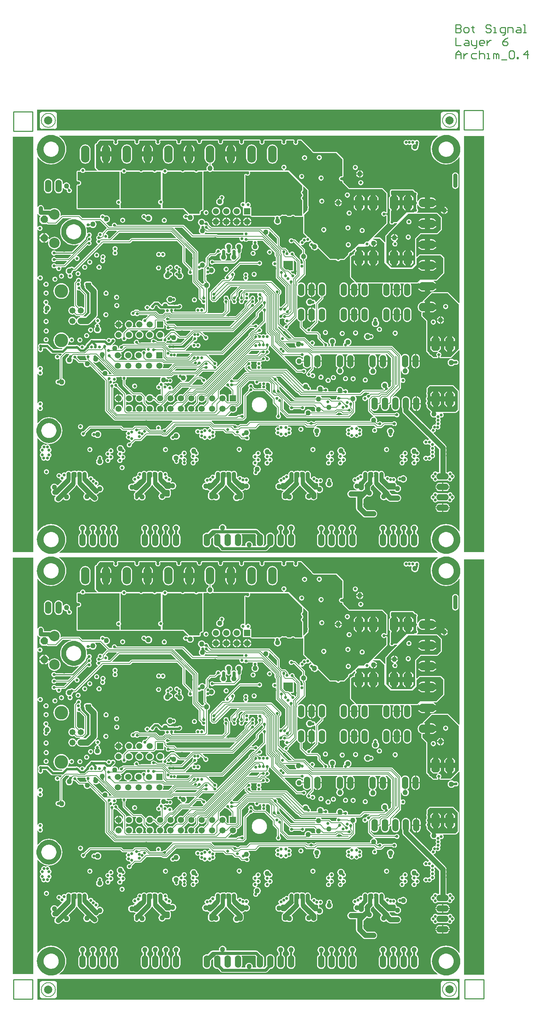
<source format=gbl>
G04 Layer_Physical_Order=6*
G04 Layer_Color=16711680*
%FSLAX25Y25*%
%MOIN*%
G70*
G01*
G75*
%ADD10C,0.00700*%
G04:AMPARAMS|DCode=11|XSize=78.74mil|YSize=78.74mil|CornerRadius=39.37mil|HoleSize=0mil|Usage=FLASHONLY|Rotation=90.000|XOffset=0mil|YOffset=0mil|HoleType=Round|Shape=RoundedRectangle|*
%AMROUNDEDRECTD11*
21,1,0.07874,0.00000,0,0,90.0*
21,1,0.00000,0.07874,0,0,90.0*
1,1,0.07874,0.00000,0.00000*
1,1,0.07874,0.00000,0.00000*
1,1,0.07874,0.00000,0.00000*
1,1,0.07874,0.00000,0.00000*
%
%ADD11ROUNDEDRECTD11*%
%ADD12C,0.01000*%
%ADD13C,0.04500*%
%ADD14C,0.06496*%
%ADD79C,0.02300*%
%ADD80C,0.02000*%
%ADD81C,0.00800*%
%ADD82C,0.02400*%
%ADD85C,0.03000*%
%ADD87C,0.01600*%
%ADD88C,0.00600*%
%ADD89C,0.02900*%
%ADD90C,0.05000*%
%ADD92C,0.04000*%
%ADD98O,0.06000X0.12000*%
%ADD99C,0.05906*%
%ADD100R,0.05906X0.05906*%
%ADD101C,0.13050*%
%ADD102C,0.05800*%
%ADD103C,0.10000*%
%ADD104P,0.07577X8X292.5*%
%ADD105O,0.08250X0.16500*%
G04:AMPARAMS|DCode=106|XSize=133mil|YSize=83mil|CornerRadius=0mil|HoleSize=0mil|Usage=FLASHONLY|Rotation=90.000|XOffset=0mil|YOffset=0mil|HoleType=Round|Shape=Octagon|*
%AMOCTAGOND106*
4,1,8,0.02075,0.06650,-0.02075,0.06650,-0.04150,0.04575,-0.04150,-0.04575,-0.02075,-0.06650,0.02075,-0.06650,0.04150,-0.04575,0.04150,0.04575,0.02075,0.06650,0.0*
%
%ADD106OCTAGOND106*%

%ADD107O,0.12000X0.06000*%
%ADD108O,0.16500X0.08250*%
%ADD109C,0.02800*%
%ADD110C,0.02900*%
%ADD132C,0.05000*%
%ADD133C,0.06000*%
G36*
X433783Y838150D02*
X27121D01*
Y858130D01*
X433783D01*
Y838150D01*
D02*
G37*
G36*
X141125Y828083D02*
X141021Y827927D01*
X140835Y826991D01*
X141021Y826054D01*
X141551Y825261D01*
X142345Y824730D01*
X143282Y824544D01*
X144218Y824730D01*
X145012Y825261D01*
X145543Y826054D01*
X145729Y826991D01*
X145543Y827927D01*
X145447Y828070D01*
X145684Y828510D01*
X148647Y828496D01*
X158543Y828503D01*
X160751Y828503D01*
X161085Y828003D01*
X160946Y827307D01*
X161133Y826370D01*
X161663Y825576D01*
X162457Y825046D01*
X163393Y824860D01*
X164330Y825046D01*
X165124Y825576D01*
X165654Y826370D01*
X165840Y827307D01*
X165703Y827996D01*
X166041Y828495D01*
X167927Y828491D01*
X178486Y828494D01*
X180419Y828493D01*
X180830Y827992D01*
X180742Y827552D01*
X180928Y826616D01*
X181459Y825822D01*
X182253Y825292D01*
X183189Y825105D01*
X184126Y825292D01*
X184920Y825822D01*
X185450Y826616D01*
X185636Y827552D01*
X185549Y827992D01*
X185959Y828492D01*
X187610Y828494D01*
X200921Y828494D01*
X201243Y827994D01*
X201099Y827272D01*
X201286Y826335D01*
X201816Y825541D01*
X202610Y825011D01*
X203547Y824825D01*
X204483Y825011D01*
X205277Y825541D01*
X205807Y826335D01*
X205994Y827272D01*
X205850Y827994D01*
X206172Y828494D01*
X221323Y828494D01*
X221559Y828053D01*
X221519Y827993D01*
X221333Y827056D01*
X221519Y826120D01*
X222049Y825326D01*
X222843Y824796D01*
X223780Y824609D01*
X224716Y824796D01*
X225510Y825326D01*
X226040Y826120D01*
X226227Y827056D01*
X226040Y827993D01*
X226000Y828053D01*
X226236Y828494D01*
X240942Y828494D01*
X241178Y828053D01*
X241138Y827993D01*
X240952Y827056D01*
X241138Y826120D01*
X241668Y825326D01*
X242462Y824796D01*
X243399Y824609D01*
X244335Y824796D01*
X245129Y825326D01*
X245659Y826120D01*
X245846Y827056D01*
X245659Y827993D01*
X245619Y828053D01*
X245855Y828494D01*
X262018Y828494D01*
X262254Y828053D01*
X262180Y827942D01*
X261994Y827006D01*
X262180Y826069D01*
X262710Y825275D01*
X263504Y824745D01*
X264441Y824559D01*
X265377Y824745D01*
X266171Y825275D01*
X266702Y826069D01*
X266888Y827006D01*
X266702Y827942D01*
X266667Y827994D01*
X266934Y828494D01*
X273613Y828494D01*
X273849Y828053D01*
X273633Y827730D01*
X273447Y826794D01*
X273633Y825857D01*
X274163Y825063D01*
X274957Y824533D01*
X275894Y824347D01*
X276830Y824533D01*
X277624Y825063D01*
X278154Y825857D01*
X278341Y826794D01*
X278154Y827730D01*
X277939Y828053D01*
X278175Y828494D01*
X281094D01*
X290834Y818753D01*
X290933Y818257D01*
X291463Y817463D01*
X292257Y816933D01*
X292753Y816834D01*
X292894Y816694D01*
X308457Y816694D01*
X308694Y816647D01*
X308930Y816694D01*
X314694Y816694D01*
X320794Y810594D01*
Y794572D01*
X320407Y794255D01*
X319933Y794349D01*
X318997Y794163D01*
X318203Y793633D01*
X317672Y792839D01*
X317486Y791902D01*
X317672Y790966D01*
X318203Y790172D01*
X318997Y789642D01*
X319933Y789455D01*
X320407Y789550D01*
X320794Y789232D01*
Y788294D01*
X321092Y787995D01*
X327094Y781994D01*
X358893D01*
X358986Y781975D01*
X359065Y781923D01*
X363023Y777965D01*
X363075Y777886D01*
X363094Y777793D01*
Y759726D01*
X363089Y759711D01*
X363085Y759665D01*
X363042Y759647D01*
X363029Y759638D01*
X362658Y759526D01*
X362643D01*
X362597Y759517D01*
X362568Y759553D01*
X362556Y759562D01*
X362425Y759758D01*
X361632Y760288D01*
X360695Y760475D01*
X359759Y760288D01*
X358965Y759758D01*
X358435Y758964D01*
X358248Y758028D01*
X358435Y757091D01*
X358965Y756297D01*
X359759Y755767D01*
X360695Y755581D01*
X361632Y755767D01*
X362425Y756297D01*
X362556Y756493D01*
X362568Y756503D01*
X362597Y756539D01*
X362643Y756530D01*
X362658D01*
X363029Y756417D01*
X363042Y756409D01*
X363085Y756391D01*
X363089Y756345D01*
X363094Y756330D01*
Y749294D01*
X363075Y749201D01*
X363023Y749123D01*
X350496Y736596D01*
X345346Y731447D01*
X345272Y731496D01*
X344335Y731683D01*
X343399Y731496D01*
X342605Y730966D01*
X342075Y730172D01*
X341900Y729294D01*
X336394D01*
X331691Y724591D01*
X328900Y721800D01*
X328694Y721841D01*
X327757Y721654D01*
X326963Y721124D01*
X326433Y720330D01*
X326247Y719394D01*
X326288Y719188D01*
X326288Y719188D01*
X322165Y715065D01*
X322086Y715012D01*
X321993Y714994D01*
X309094D01*
X309001Y715012D01*
X308923Y715065D01*
X298214Y725773D01*
X297420Y726567D01*
X297424Y726594D01*
X297304Y727507D01*
X296951Y728359D01*
X296390Y729090D01*
X295659Y729651D01*
X294807Y730004D01*
X293894Y730124D01*
X293867Y730120D01*
X291835Y732153D01*
X289749Y734238D01*
X289698Y734498D01*
X289167Y735291D01*
X288373Y735822D01*
X288114Y735874D01*
X284065Y739923D01*
X284012Y740001D01*
X283994Y740094D01*
Y741956D01*
X283994Y741956D01*
X283994Y741956D01*
Y757294D01*
X287994Y761294D01*
Y763117D01*
X288354Y763657D01*
X288541Y764594D01*
X288354Y765530D01*
X288242Y765699D01*
X288242Y765699D01*
X287994Y766070D01*
X287994Y779669D01*
Y781294D01*
X278654Y790633D01*
D01*
X278194Y791094D01*
X269294Y799994D01*
X265091D01*
X265042Y800494D01*
X265496Y800584D01*
X266290Y801114D01*
X266820Y801908D01*
X267007Y802845D01*
X266820Y803781D01*
X266290Y804575D01*
X265496Y805106D01*
X264560Y805292D01*
X263623Y805106D01*
X262829Y804575D01*
X262299Y803781D01*
X262113Y802845D01*
X262299Y801908D01*
X262829Y801114D01*
X263623Y800584D01*
X264077Y800494D01*
X264028Y799994D01*
X197036D01*
X196702Y800494D01*
X196904Y800980D01*
X197024Y801894D01*
X196904Y802807D01*
X196551Y803659D01*
X195990Y804390D01*
X195259Y804951D01*
X194921Y805091D01*
Y806554D01*
X195978Y806992D01*
X197049Y807813D01*
X197870Y808884D01*
X198387Y810131D01*
X198563Y811469D01*
Y819719D01*
X198387Y821057D01*
X197870Y822303D01*
X197049Y823374D01*
X195978Y824195D01*
X194732Y824712D01*
X193394Y824888D01*
X192056Y824712D01*
X190809Y824195D01*
X189739Y823374D01*
X188917Y822303D01*
X188401Y821057D01*
X188224Y819719D01*
Y811469D01*
X188401Y810131D01*
X188917Y808884D01*
X189739Y807813D01*
X190809Y806992D01*
X192056Y806476D01*
X192066Y806474D01*
Y805091D01*
X191729Y804951D01*
X190998Y804390D01*
X190436Y803659D01*
X190084Y802807D01*
X189963Y801894D01*
X190084Y800980D01*
X190285Y800494D01*
X189951Y799994D01*
X152362D01*
X152354Y800030D01*
X151824Y800824D01*
X151030Y801354D01*
X150094Y801541D01*
X149157Y801354D01*
X148363Y800824D01*
X147833Y800030D01*
X147826Y799994D01*
X112901D01*
X112854Y800230D01*
X112324Y801024D01*
X111530Y801554D01*
X110594Y801741D01*
X109657Y801554D01*
X108863Y801024D01*
X108333Y800230D01*
X108286Y799994D01*
X86194D01*
X83594Y802594D01*
Y824532D01*
X83956Y824894D01*
X84335Y824970D01*
X85129Y825500D01*
X85660Y826294D01*
X85735Y826673D01*
X87556Y828494D01*
X97748Y828479D01*
X100431D01*
X100667Y828038D01*
X100442Y827701D01*
X100256Y826765D01*
X100442Y825828D01*
X100972Y825035D01*
X101766Y824504D01*
X102703Y824318D01*
X103639Y824504D01*
X104433Y825035D01*
X104963Y825828D01*
X105150Y826765D01*
X104963Y827701D01*
X104735Y828043D01*
X104970Y828485D01*
X107841Y828493D01*
X118712Y828479D01*
X120615Y828486D01*
X120801Y828139D01*
X120838Y827987D01*
X120662Y827105D01*
X120849Y826169D01*
X121379Y825375D01*
X122173Y824844D01*
X123109Y824658D01*
X124046Y824844D01*
X124840Y825375D01*
X125370Y826169D01*
X125556Y827105D01*
X125380Y827992D01*
X125406Y828129D01*
X125599Y828492D01*
X127621Y828493D01*
X137873Y828495D01*
X140887Y828523D01*
X141125Y828083D01*
D02*
G37*
G36*
X186194Y762253D02*
X185813Y761941D01*
X184877Y761754D01*
X184083Y761224D01*
X183553Y760430D01*
X183366Y759494D01*
X183545Y758594D01*
X183539Y758480D01*
X183332Y758094D01*
X174700D01*
X174261Y758151D01*
X173822Y758094D01*
X173694D01*
X168194Y763594D01*
X147594D01*
Y767697D01*
X147655Y767738D01*
X148186Y768532D01*
X148372Y769468D01*
X148186Y770405D01*
X147655Y771199D01*
X147594Y771240D01*
Y797615D01*
X148094Y797767D01*
X148363Y797363D01*
X149157Y796833D01*
X150094Y796647D01*
X151030Y796833D01*
X151824Y797363D01*
X152354Y798157D01*
X152441Y798594D01*
X165443D01*
X165463Y798563D01*
X166257Y798033D01*
X167194Y797847D01*
X168130Y798033D01*
X168924Y798563D01*
X168944Y798594D01*
X178310D01*
X178463Y798363D01*
X179257Y797833D01*
X180194Y797647D01*
X181130Y797833D01*
X181924Y798363D01*
X182078Y798594D01*
X186194D01*
Y762253D01*
D02*
G37*
G36*
X146194Y772136D02*
X145925Y771915D01*
X144989Y771729D01*
X144195Y771199D01*
X143665Y770405D01*
X143478Y769468D01*
X143665Y768532D01*
X144195Y767738D01*
X144989Y767208D01*
X145925Y767022D01*
X146194Y766801D01*
Y763594D01*
X107394D01*
Y767778D01*
X107832Y768434D01*
X108018Y769370D01*
X107832Y770306D01*
X107394Y770962D01*
Y798594D01*
X108286D01*
X108333Y798357D01*
X108863Y797563D01*
X109657Y797033D01*
X110594Y796847D01*
X111530Y797033D01*
X112324Y797563D01*
X112854Y798357D01*
X112901Y798594D01*
X125443D01*
X125463Y798563D01*
X126257Y798033D01*
X127194Y797847D01*
X128130Y798033D01*
X128924Y798563D01*
X128944Y798594D01*
X138310D01*
X138463Y798363D01*
X139257Y797833D01*
X140194Y797647D01*
X141130Y797833D01*
X141924Y798363D01*
X142078Y798594D01*
X146194D01*
Y772136D01*
D02*
G37*
G36*
X106294Y772067D02*
X105907Y771750D01*
X105571Y771817D01*
X104634Y771631D01*
X103841Y771100D01*
X103310Y770306D01*
X103124Y769370D01*
X103310Y768434D01*
X103841Y767640D01*
X104634Y767109D01*
X105571Y766923D01*
X105907Y766990D01*
X106294Y766673D01*
Y763594D01*
X65994D01*
Y785036D01*
X66494Y785446D01*
X66994Y785347D01*
X67930Y785533D01*
X68724Y786063D01*
X69254Y786857D01*
X69441Y787794D01*
X69254Y788730D01*
X68724Y789524D01*
X67930Y790054D01*
X66994Y790241D01*
X66494Y790141D01*
X65994Y790552D01*
Y798594D01*
X68976D01*
X69263Y798163D01*
X70057Y797633D01*
X70994Y797447D01*
X71930Y797633D01*
X72724Y798163D01*
X73011Y798594D01*
X106294D01*
Y772067D01*
D02*
G37*
G36*
X268794Y798594D02*
X281994Y785394D01*
Y780712D01*
X281563Y780424D01*
X281033Y779630D01*
X280847Y778694D01*
X281033Y777757D01*
X281563Y776963D01*
X281994Y776676D01*
Y775312D01*
X281563Y775024D01*
X281033Y774230D01*
X280847Y773294D01*
X281033Y772357D01*
X281563Y771563D01*
X281994Y771276D01*
X281994Y756394D01*
X275178D01*
X275024Y756624D01*
X274230Y757154D01*
X273294Y757341D01*
X272357Y757154D01*
X271563Y756624D01*
X271410Y756394D01*
X268045D01*
X267824Y756724D01*
X267030Y757254D01*
X266094Y757441D01*
X265157Y757254D01*
X265131Y757237D01*
X264157D01*
X264130Y757254D01*
X263194Y757441D01*
X262257Y757254D01*
X261463Y756724D01*
X261243Y756394D01*
X259287D01*
X259073Y756537D01*
X258136Y756723D01*
X257200Y756537D01*
X256986Y756394D01*
X233503D01*
X233147Y756741D01*
Y764646D01*
X231801D01*
X231649Y765146D01*
X231824Y765263D01*
X232354Y766057D01*
X232541Y766994D01*
X232354Y767930D01*
X231824Y768724D01*
X231030Y769254D01*
X230094Y769441D01*
X229157Y769254D01*
X228363Y768724D01*
X228098Y768327D01*
X227471Y768236D01*
X227294Y768378D01*
Y795416D01*
X227794Y795568D01*
X227863Y795463D01*
X228657Y794933D01*
X229594Y794747D01*
X230530Y794933D01*
X231324Y795463D01*
X231854Y796257D01*
X232041Y797194D01*
X231862Y798094D01*
X231869Y798207D01*
X232075Y798594D01*
X268794Y798594D01*
D02*
G37*
G36*
X412496Y832851D02*
X411698Y832362D01*
X409933Y830854D01*
X408425Y829089D01*
X407212Y827110D01*
X406324Y824965D01*
X405782Y822708D01*
X405600Y820394D01*
X405782Y818079D01*
X406324Y815822D01*
X407212Y813678D01*
X408425Y811698D01*
X409933Y809933D01*
X411698Y808425D01*
X413678Y807213D01*
X415822Y806324D01*
X418080Y805782D01*
X420394Y805600D01*
X422708Y805782D01*
X424965Y806324D01*
X427110Y807213D01*
X429089Y808425D01*
X430854Y809933D01*
X432362Y811698D01*
X432881Y812546D01*
X433363Y812410D01*
Y672620D01*
X432901Y672429D01*
X422715Y682615D01*
X422384Y682836D01*
X421994Y682913D01*
X406794Y682913D01*
X406403Y682836D01*
X406073Y682615D01*
X398452Y674994D01*
X398231Y674663D01*
X398153Y674273D01*
X397773Y673737D01*
X396994Y673635D01*
X395747Y673118D01*
X394676Y672297D01*
X393855Y671226D01*
X393339Y669980D01*
X393162Y668642D01*
X393339Y667304D01*
X393855Y666057D01*
X394676Y664987D01*
X395747Y664165D01*
X396546Y663834D01*
X396952Y663541D01*
X396919Y663378D01*
X396876Y663218D01*
X396881Y663184D01*
X396874Y663151D01*
Y659994D01*
X396952Y659604D01*
X397173Y659273D01*
X401274Y655171D01*
X401274Y626694D01*
X401352Y626303D01*
X401573Y625973D01*
X403520Y624026D01*
X403633Y623457D01*
X404163Y622663D01*
X404957Y622133D01*
X405526Y622020D01*
X407773Y619773D01*
X408104Y619552D01*
X408494Y619474D01*
X411999D01*
X412049Y619484D01*
X412099Y619479D01*
X412242Y619522D01*
X412389Y619552D01*
X412431Y619580D01*
X412480Y619594D01*
X412596Y619690D01*
X412720Y619773D01*
X412748Y619815D01*
X412787Y619847D01*
X412858Y619979D01*
X412941Y620104D01*
X412951Y620153D01*
X412975Y620198D01*
X413127Y620698D01*
X413132Y620748D01*
X413151Y620795D01*
Y620944D01*
X413166Y621094D01*
X413151Y621142D01*
Y621193D01*
X413094Y621331D01*
X413050Y621474D01*
X413018Y621514D01*
X412999Y621560D01*
X412893Y621666D01*
X412798Y621782D01*
X412753Y621806D01*
X412717Y621841D01*
X412540Y621960D01*
X412235Y622417D01*
X412127Y622955D01*
X412235Y623494D01*
X412540Y623951D01*
X413024Y624274D01*
X413059Y624310D01*
X413104Y624333D01*
X413174Y624419D01*
X413181Y624415D01*
X413232Y624410D01*
X413278Y624391D01*
X413393D01*
X414074Y624256D01*
X414530Y623950D01*
X414835Y623494D01*
X414942Y622955D01*
X414835Y622417D01*
X414530Y621960D01*
X414353Y621841D01*
X414317Y621806D01*
X414272Y621782D01*
X414177Y621666D01*
X414071Y621560D01*
X414052Y621513D01*
X414020Y621474D01*
X413976Y621331D01*
X413919Y621193D01*
Y621142D01*
X413904Y621094D01*
X413919Y620945D01*
Y620795D01*
X413938Y620748D01*
X413943Y620698D01*
X414095Y620198D01*
X414119Y620153D01*
X414129Y620104D01*
X414212Y619979D01*
X414283Y619847D01*
X414322Y619815D01*
X414350Y619773D01*
X414474Y619690D01*
X414590Y619594D01*
X414639Y619580D01*
X414680Y619552D01*
X414827Y619522D01*
X414971Y619479D01*
X415021Y619484D01*
X415071Y619474D01*
X424694D01*
X425084Y619552D01*
X425415Y619773D01*
X432901Y627259D01*
X433363Y627067D01*
Y453377D01*
X432881Y453242D01*
X432362Y454089D01*
X430854Y455854D01*
X429089Y457362D01*
X427110Y458575D01*
X424965Y459463D01*
X422708Y460005D01*
X420394Y460187D01*
X418080Y460005D01*
X415822Y459463D01*
X413678Y458575D01*
X411698Y457362D01*
X409933Y455854D01*
X408425Y454089D01*
X407212Y452110D01*
X406324Y449965D01*
X405782Y447708D01*
X405600Y445394D01*
X405782Y443080D01*
X406324Y440822D01*
X407212Y438678D01*
X408425Y436698D01*
X409933Y434933D01*
X411698Y433425D01*
X412498Y432935D01*
X412362Y432454D01*
X48425D01*
X48289Y432935D01*
X49089Y433425D01*
X50854Y434933D01*
X52362Y436698D01*
X53575Y438678D01*
X54463Y440822D01*
X55005Y443080D01*
X55187Y445394D01*
X55005Y447708D01*
X54463Y449965D01*
X53575Y452110D01*
X52362Y454089D01*
X50854Y455854D01*
X49089Y457362D01*
X47110Y458575D01*
X44965Y459463D01*
X42708Y460005D01*
X40394Y460187D01*
X38080Y460005D01*
X35822Y459463D01*
X33678Y458575D01*
X31698Y457362D01*
X29933Y455854D01*
X28425Y454089D01*
X27901Y453234D01*
X27420Y453369D01*
Y542424D01*
X27901Y542560D01*
X28010Y542383D01*
X29323Y540845D01*
X30861Y539531D01*
X32586Y538474D01*
X34454Y537700D01*
X36421Y537228D01*
X36902Y537190D01*
X36945Y537134D01*
X36736Y536582D01*
X36244Y536484D01*
X35839Y536214D01*
X35431Y535966D01*
X35023Y536214D01*
X34617Y536484D01*
X33681Y536671D01*
X32745Y536484D01*
X31951Y535954D01*
X31420Y535160D01*
X31234Y534224D01*
X31376Y533511D01*
X31245Y533485D01*
X30451Y532954D01*
X29920Y532160D01*
X29734Y531224D01*
X29920Y530287D01*
X30451Y529493D01*
X31023Y529111D01*
Y528536D01*
X30451Y528154D01*
X29920Y527360D01*
X29734Y526424D01*
X29920Y525487D01*
X30451Y524693D01*
X31245Y524163D01*
X31280Y524156D01*
X31134Y523424D01*
X31320Y522487D01*
X31851Y521693D01*
X32645Y521163D01*
X33581Y520977D01*
X34517Y521163D01*
X34923Y521434D01*
X35331Y521681D01*
X35739Y521434D01*
X36145Y521163D01*
X37081Y520977D01*
X38017Y521163D01*
X38811Y521693D01*
X39342Y522487D01*
X39528Y523424D01*
X39386Y524137D01*
X39517Y524163D01*
X40311Y524693D01*
X40842Y525487D01*
X41028Y526424D01*
X40842Y527360D01*
X40311Y528154D01*
X39739Y528536D01*
Y529111D01*
X40311Y529493D01*
X40842Y530287D01*
X41028Y531224D01*
X40842Y532160D01*
X40311Y532954D01*
X39517Y533485D01*
X39482Y533491D01*
X39628Y534224D01*
X39442Y535160D01*
X38911Y535954D01*
X38117Y536484D01*
X37618Y536584D01*
X37229Y536780D01*
X37235Y536827D01*
X37512Y537142D01*
X38438Y537070D01*
X40454Y537228D01*
X42421Y537700D01*
X44289Y538474D01*
X46014Y539531D01*
X47552Y540845D01*
X48866Y542383D01*
X49922Y544107D01*
X50696Y545976D01*
X51169Y547943D01*
X51327Y549959D01*
X51169Y551976D01*
X50696Y553942D01*
X49922Y555811D01*
X48866Y557536D01*
X47552Y559074D01*
X46014Y560387D01*
X44289Y561444D01*
X42421Y562218D01*
X40454Y562690D01*
X38438Y562849D01*
X36421Y562690D01*
X34454Y562218D01*
X32586Y561444D01*
X30861Y560387D01*
X29323Y559074D01*
X28010Y557536D01*
X27901Y557359D01*
X27420Y557495D01*
Y570437D01*
X27920Y570486D01*
X27946Y570357D01*
X28476Y569563D01*
X29270Y569033D01*
X30206Y568847D01*
X31143Y569033D01*
X31937Y569563D01*
X32467Y570357D01*
X32653Y571294D01*
X32467Y572230D01*
X31937Y573024D01*
X31683Y573194D01*
Y573694D01*
X31937Y573863D01*
X32467Y574657D01*
X32653Y575594D01*
X32467Y576530D01*
X31937Y577324D01*
X31143Y577854D01*
X30206Y578041D01*
X29270Y577854D01*
X28476Y577324D01*
X27946Y576530D01*
X27920Y576401D01*
X27420Y576451D01*
Y604337D01*
X27920Y604386D01*
X27946Y604257D01*
X28476Y603463D01*
X29270Y602933D01*
X30206Y602747D01*
X31143Y602933D01*
X31937Y603463D01*
X32467Y604257D01*
X32653Y605194D01*
X32467Y606130D01*
X31937Y606924D01*
X31608Y607144D01*
Y607644D01*
X31937Y607863D01*
X32467Y608657D01*
X32653Y609594D01*
X32467Y610530D01*
X31937Y611324D01*
X31143Y611854D01*
X30206Y612041D01*
X29270Y611854D01*
X28476Y611324D01*
X27946Y610530D01*
X27920Y610401D01*
X27420Y610451D01*
Y695673D01*
X27920Y695723D01*
X27933Y695657D01*
X28463Y694863D01*
X29257Y694333D01*
X30194Y694147D01*
X31130Y694333D01*
X31924Y694863D01*
X32454Y695657D01*
X32641Y696594D01*
X32454Y697530D01*
X31924Y698324D01*
X31130Y698854D01*
X30194Y699041D01*
X29257Y698854D01*
X28463Y698324D01*
X27933Y697530D01*
X27920Y697465D01*
X27420Y697514D01*
Y742776D01*
X27920Y742928D01*
X28163Y742563D01*
X28957Y742033D01*
X29894Y741847D01*
X30830Y742033D01*
X31624Y742563D01*
X32155Y743357D01*
X32341Y744294D01*
X32155Y745230D01*
X31624Y746024D01*
X30830Y746554D01*
X29894Y746741D01*
X28957Y746554D01*
X28163Y746024D01*
X27920Y745660D01*
X27420Y745811D01*
Y757810D01*
X27920Y757909D01*
X27973Y757781D01*
X28454Y757154D01*
X29081Y756673D01*
X29811Y756371D01*
X30079Y756336D01*
X30258Y755808D01*
X29494Y755044D01*
Y750544D01*
X31744Y748294D01*
X36244D01*
X36584Y748184D01*
X37047Y747875D01*
X37594Y747766D01*
X37594Y747766D01*
X45194D01*
X45194Y747766D01*
X45740Y747875D01*
X46203Y748184D01*
X52085Y754066D01*
X59975D01*
X60034Y753566D01*
X58311Y753153D01*
X56442Y752379D01*
X54717Y751322D01*
X53179Y750008D01*
X51866Y748470D01*
X50809Y746745D01*
X50035Y744877D01*
X49563Y742910D01*
X49404Y740894D01*
X49563Y738877D01*
X50035Y736910D01*
X50809Y735042D01*
X51866Y733317D01*
X53179Y731779D01*
X54717Y730466D01*
X56442Y729409D01*
X58311Y728635D01*
X60277Y728163D01*
X62294Y728004D01*
X64310Y728163D01*
X66277Y728635D01*
X66942Y728910D01*
X67225Y728486D01*
X60763Y722024D01*
X45151D01*
X45017Y722225D01*
X44223Y722756D01*
X43287Y722942D01*
X42350Y722756D01*
X41556Y722225D01*
X41026Y721431D01*
X40840Y720495D01*
X41026Y719558D01*
X41556Y718764D01*
X42350Y718234D01*
X43287Y718048D01*
X44223Y718234D01*
X45017Y718764D01*
X45151Y718965D01*
X59453D01*
X59644Y718504D01*
X56885Y715744D01*
X45358D01*
X45163Y716036D01*
X44370Y716566D01*
X43433Y716752D01*
X42497Y716566D01*
X41703Y716036D01*
X41172Y715242D01*
X40986Y714305D01*
X41172Y713369D01*
X41703Y712575D01*
X42497Y712045D01*
X43433Y711858D01*
X44370Y712045D01*
X45163Y712575D01*
X45373Y712889D01*
X55524D01*
X55716Y712427D01*
X52938Y709650D01*
X45326D01*
X45123Y709953D01*
X44330Y710483D01*
X43393Y710669D01*
X42457Y710483D01*
X41663Y709953D01*
X41132Y709159D01*
X40946Y708222D01*
X41132Y707286D01*
X41663Y706492D01*
X42457Y705962D01*
X43393Y705775D01*
X44330Y705962D01*
X45072Y706457D01*
X45186Y706438D01*
X45578Y705957D01*
X45514Y705633D01*
X45700Y704697D01*
X46231Y703903D01*
X47025Y703373D01*
X47961Y703186D01*
X48897Y703373D01*
X49691Y703903D01*
X50222Y704697D01*
X50408Y705633D01*
X50276Y706295D01*
X50627Y706795D01*
X53529D01*
X53529Y706795D01*
X54076Y706904D01*
X54539Y707213D01*
X62645Y715319D01*
X63153Y715121D01*
X63301Y714378D01*
X63832Y713584D01*
X64626Y713054D01*
X65562Y712867D01*
X66498Y713054D01*
X67292Y713584D01*
X67823Y714378D01*
X68009Y715314D01*
X67823Y716251D01*
X67292Y717045D01*
X66498Y717575D01*
X65756Y717723D01*
X65557Y718231D01*
X75486Y728161D01*
X76054Y727781D01*
X76990Y727595D01*
X77927Y727781D01*
X78721Y728312D01*
X79251Y729106D01*
X79438Y730042D01*
X79251Y730978D01*
X78839Y731596D01*
X78788Y732021D01*
X78859Y732282D01*
X79303Y732947D01*
X79489Y733883D01*
X79303Y734819D01*
X78773Y735613D01*
Y735833D01*
X78927Y736111D01*
X79448Y736891D01*
X79634Y737827D01*
X79448Y738764D01*
X78917Y739558D01*
X78124Y740088D01*
X77187Y740274D01*
X76251Y740088D01*
X75587Y739644D01*
X75102Y739858D01*
X75183Y740894D01*
X75025Y742910D01*
X74553Y744877D01*
X74393Y745262D01*
X74797Y745593D01*
X75211Y745317D01*
X76148Y745130D01*
X77084Y745317D01*
X77878Y745847D01*
X78278Y745559D01*
X78965Y745031D01*
X79817Y744679D01*
X80730Y744558D01*
X81644Y744679D01*
X82495Y745031D01*
X83226Y745592D01*
X83788Y746323D01*
X84140Y747175D01*
X84260Y748089D01*
X84140Y749002D01*
X83788Y749854D01*
X83226Y750585D01*
X82930Y750812D01*
X83099Y751312D01*
X87410D01*
X93943Y744780D01*
X93905Y744392D01*
X93806Y744209D01*
X89638Y740040D01*
X89611Y740035D01*
X88844Y740548D01*
X87907Y740734D01*
X86971Y740548D01*
X86177Y740017D01*
X85646Y739223D01*
X85460Y738287D01*
X85641Y737378D01*
X85463Y737342D01*
X84669Y736812D01*
X84139Y736018D01*
X83952Y735081D01*
X84139Y734145D01*
X84634Y733403D01*
X84606Y733384D01*
X84075Y732590D01*
X83889Y731653D01*
X84075Y730717D01*
X84606Y729923D01*
X85383Y729404D01*
X85453Y729347D01*
X85556Y728870D01*
X63149Y706462D01*
X62374D01*
X62172Y706765D01*
X61378Y707296D01*
X60441Y707482D01*
X59505Y707296D01*
X58711Y706765D01*
X58644Y706664D01*
X57977Y706752D01*
X57064Y706632D01*
X56212Y706279D01*
X55481Y705718D01*
X54920Y704987D01*
X54567Y704135D01*
X54447Y703222D01*
X54567Y702308D01*
X54920Y701456D01*
X55481Y700725D01*
X56212Y700164D01*
X56557Y700022D01*
X56702Y699543D01*
X56605Y699398D01*
X56419Y698462D01*
X56605Y697525D01*
X57135Y696731D01*
X57929Y696201D01*
X58866Y696015D01*
X59802Y696201D01*
X60596Y696731D01*
X61127Y697525D01*
X61313Y698462D01*
X61127Y699398D01*
X60596Y700192D01*
X60539Y700230D01*
X60549Y700824D01*
X61034Y701456D01*
X61387Y702308D01*
X61455Y702826D01*
X62172Y703305D01*
X62374Y703608D01*
X63740D01*
X63740Y703608D01*
X64287Y703716D01*
X64750Y704026D01*
X90620Y729896D01*
X116032D01*
X116032Y729896D01*
X116578Y730005D01*
X117041Y730314D01*
X118721Y731995D01*
X161594D01*
X166840Y726749D01*
Y711673D01*
X166840Y711673D01*
X166948Y711127D01*
X167258Y710664D01*
X172894Y705028D01*
Y703881D01*
X172591Y703679D01*
X172061Y702885D01*
X171875Y701949D01*
X172061Y701012D01*
X172591Y700218D01*
X173385Y699688D01*
X174322Y699502D01*
X175258Y699688D01*
X175816Y700061D01*
X176316Y699794D01*
Y692995D01*
X176316Y692995D01*
X176425Y692449D01*
X176734Y691986D01*
X182366Y686354D01*
Y677261D01*
X182366Y677261D01*
X182475Y676715D01*
X182784Y676252D01*
X184909Y674127D01*
X184838Y673770D01*
X185024Y672833D01*
X185555Y672039D01*
X186348Y671509D01*
X187285Y671323D01*
X188066Y671478D01*
X188566Y671184D01*
Y665236D01*
X188416Y665133D01*
X187966Y665429D01*
X188022Y665711D01*
X187835Y666648D01*
X187305Y667442D01*
X186511Y667972D01*
X185575Y668158D01*
X184638Y667972D01*
X183844Y667442D01*
X183358Y667613D01*
X182828Y667967D01*
X181891Y668154D01*
X180955Y667967D01*
X180161Y667437D01*
X179631Y666643D01*
X179444Y665707D01*
X179623Y664809D01*
X179613Y664692D01*
X179409Y664309D01*
X159191D01*
X158844Y664809D01*
X158977Y665477D01*
X158863Y666049D01*
X159255Y666549D01*
X163842D01*
X164681Y666716D01*
X164909Y666869D01*
X165230Y666933D01*
X166024Y667463D01*
X166554Y668257D01*
X166741Y669194D01*
X166554Y670130D01*
X166024Y670924D01*
X165230Y671454D01*
X164294Y671641D01*
X163357Y671454D01*
X162578Y670934D01*
X153668D01*
X153448Y671465D01*
X152887Y672197D01*
X152156Y672758D01*
X151304Y673110D01*
X150391Y673231D01*
X149477Y673110D01*
X148626Y672758D01*
X147894Y672197D01*
X147333Y671465D01*
X147291Y671363D01*
X146701Y671246D01*
X144623Y673324D01*
X143912Y673799D01*
X143073Y673966D01*
X140334D01*
X139495Y673799D01*
X138784Y673324D01*
X136283Y670823D01*
X135808Y670112D01*
X135765Y669893D01*
X135657Y669732D01*
X135607Y669483D01*
X135076Y669377D01*
X134713Y669921D01*
X133919Y670451D01*
X132983Y670638D01*
X132046Y670451D01*
X131253Y669921D01*
X130722Y669127D01*
X130536Y668191D01*
X130722Y667254D01*
X131253Y666460D01*
X132046Y665930D01*
X132983Y665744D01*
X133919Y665930D01*
X134713Y666460D01*
X135243Y667254D01*
X135293Y667503D01*
X135824Y667609D01*
X136187Y667065D01*
X136981Y666535D01*
X137917Y666348D01*
X138854Y666535D01*
X139648Y667065D01*
X140178Y667859D01*
X140342Y668681D01*
X141242Y669582D01*
X142165D01*
X144555Y667192D01*
X145266Y666716D01*
X146105Y666549D01*
X148852D01*
X149477Y666291D01*
X149716Y666259D01*
X150115Y665702D01*
X150020Y665226D01*
X150172Y664464D01*
X150207Y664290D01*
X149846Y663929D01*
X149747Y663909D01*
X149284Y663599D01*
X149284Y663599D01*
X147728Y662043D01*
X144570D01*
X142002Y664611D01*
X141539Y664920D01*
X140993Y665029D01*
X140993Y665029D01*
X125871D01*
X125236Y665664D01*
X124773Y665974D01*
X124226Y666082D01*
X124226Y666082D01*
X121391D01*
X120845Y665974D01*
X120382Y665664D01*
X120375Y665655D01*
X119670Y664950D01*
X119313Y665021D01*
X118377Y664835D01*
X117583Y664304D01*
X117052Y663510D01*
X116866Y662574D01*
X117052Y661637D01*
X117583Y660844D01*
X118377Y660313D01*
X119313Y660127D01*
X120250Y660313D01*
X120812Y660689D01*
X121454Y660627D01*
X121563Y660463D01*
X122357Y659933D01*
X123294Y659747D01*
X124230Y659933D01*
X125024Y660463D01*
X125232Y660774D01*
X133075D01*
X133267Y660312D01*
X130964Y658009D01*
X130606Y658080D01*
X129670Y657894D01*
X128876Y657364D01*
X128346Y656570D01*
X128159Y655633D01*
X128200Y655430D01*
X127746Y655148D01*
X127487Y655346D01*
X126526Y655745D01*
X125494Y655881D01*
X124462Y655745D01*
X123500Y655346D01*
X122675Y654713D01*
X122041Y653887D01*
X121643Y652926D01*
X121507Y651894D01*
X121643Y650862D01*
X122041Y649900D01*
X122305Y649557D01*
X122083Y649108D01*
X118904D01*
X118683Y649557D01*
X118946Y649900D01*
X119345Y650862D01*
X119481Y651894D01*
X119345Y652926D01*
X118946Y653887D01*
X118313Y654713D01*
X117487Y655346D01*
X116526Y655745D01*
X115494Y655881D01*
X114462Y655745D01*
X113500Y655346D01*
X112675Y654713D01*
X112041Y653887D01*
X111643Y652926D01*
X111507Y651894D01*
X111643Y650862D01*
X112041Y649900D01*
X112675Y649075D01*
X113113Y648738D01*
X113156Y648075D01*
X109784Y644703D01*
X109475Y644240D01*
X109432Y644022D01*
X109122Y643936D01*
X108905Y643940D01*
X108313Y644713D01*
X107487Y645346D01*
X106526Y645745D01*
X105494Y645881D01*
X104462Y645745D01*
X103500Y645346D01*
X102675Y644713D01*
X102041Y643887D01*
X101643Y642926D01*
X101507Y641894D01*
X101643Y640862D01*
X102041Y639900D01*
X102675Y639075D01*
X103500Y638441D01*
X104462Y638043D01*
X105494Y637907D01*
X106526Y638043D01*
X107487Y638441D01*
X107923Y638775D01*
X108377Y638493D01*
X108328Y638248D01*
X108514Y637311D01*
X109045Y636517D01*
X109838Y635987D01*
X110775Y635801D01*
X111711Y635987D01*
X112505Y636517D01*
X113036Y637311D01*
X113183Y638054D01*
X113242Y638125D01*
X113594Y638329D01*
X113710Y638354D01*
X114462Y638043D01*
X115494Y637907D01*
X116526Y638043D01*
X117487Y638441D01*
X118313Y639075D01*
X118946Y639900D01*
X119345Y640862D01*
X119481Y641894D01*
X119345Y642926D01*
X118946Y643887D01*
X118313Y644713D01*
X117487Y645346D01*
X116526Y645745D01*
X116460Y645753D01*
X116493Y646253D01*
X124495D01*
X124527Y645753D01*
X124462Y645745D01*
X123500Y645346D01*
X122675Y644713D01*
X122041Y643887D01*
X121643Y642926D01*
X121507Y641894D01*
X121643Y640862D01*
X122041Y639900D01*
X122675Y639075D01*
X123500Y638441D01*
X124462Y638043D01*
X125494Y637907D01*
X126526Y638043D01*
X127487Y638441D01*
X128313Y639075D01*
X128946Y639900D01*
X129345Y640862D01*
X129481Y641894D01*
X129345Y642926D01*
X128946Y643887D01*
X128313Y644713D01*
X127487Y645346D01*
X126526Y645745D01*
X126460Y645753D01*
X126493Y646253D01*
X134495D01*
X134527Y645753D01*
X134462Y645745D01*
X133500Y645346D01*
X132675Y644713D01*
X132041Y643887D01*
X131643Y642926D01*
X131507Y641894D01*
X131643Y640862D01*
X132041Y639900D01*
X132675Y639075D01*
X133500Y638441D01*
X134462Y638043D01*
X135494Y637907D01*
X136526Y638043D01*
X137487Y638441D01*
X138313Y639075D01*
X138946Y639900D01*
X139345Y640862D01*
X139481Y641894D01*
X139345Y642926D01*
X138946Y643887D01*
X138313Y644713D01*
X137487Y645346D01*
X136526Y645745D01*
X136460Y645753D01*
X136493Y646253D01*
X138982D01*
X138982Y646253D01*
X139528Y646362D01*
X139991Y646671D01*
X141095Y647775D01*
X141541Y647941D01*
Y647941D01*
X141541Y647941D01*
X149446D01*
Y651136D01*
X149908Y651328D01*
X151005Y650231D01*
X151005Y650231D01*
X151066Y649929D01*
X150933Y649730D01*
X150747Y648794D01*
X150933Y647857D01*
X151463Y647063D01*
X152257Y646533D01*
X153194Y646347D01*
X154130Y646533D01*
X154924Y647063D01*
X155126Y647366D01*
X158443D01*
X159324Y646485D01*
X159324Y646485D01*
X159787Y646176D01*
X159611Y645738D01*
X159194Y645821D01*
X159194Y645821D01*
X155994D01*
X155994Y645821D01*
X155447Y645713D01*
X154984Y645403D01*
X149492Y639911D01*
X149068Y640194D01*
X149345Y640862D01*
X149481Y641894D01*
X149345Y642926D01*
X148946Y643887D01*
X148313Y644713D01*
X147487Y645346D01*
X146526Y645745D01*
X145494Y645881D01*
X144462Y645745D01*
X143500Y645346D01*
X142675Y644713D01*
X142041Y643887D01*
X141643Y642926D01*
X141507Y641894D01*
X141643Y640862D01*
X142041Y639900D01*
X142675Y639075D01*
X143500Y638441D01*
X144462Y638043D01*
X145494Y637907D01*
X146526Y638043D01*
X147425Y638415D01*
X147466Y638389D01*
X147738Y637985D01*
X147552Y637048D01*
X147661Y636503D01*
X147255Y636003D01*
X142979D01*
X142207Y636775D01*
X141744Y637084D01*
X141198Y637193D01*
X141198Y637193D01*
X140858D01*
X140656Y637496D01*
X139862Y638026D01*
X138926Y638212D01*
X137989Y638026D01*
X137196Y637496D01*
X136665Y636702D01*
X136479Y635766D01*
X136610Y635103D01*
X136260Y634603D01*
X125314D01*
X125119Y634841D01*
X124933Y635777D01*
X124402Y636571D01*
X123608Y637102D01*
X122672Y637288D01*
X121735Y637102D01*
X120941Y636571D01*
X120411Y635777D01*
X120225Y634841D01*
X120411Y633905D01*
X120585Y633644D01*
X120349Y633203D01*
X110176D01*
X110176Y633203D01*
X109630Y633095D01*
X109167Y632785D01*
X109166Y632785D01*
X108551Y632170D01*
X108194Y632241D01*
X107257Y632054D01*
X106463Y631524D01*
X105933Y630730D01*
X105747Y629794D01*
X105914Y628955D01*
X105791Y628663D01*
X105646Y628464D01*
X105269Y628865D01*
X105285Y628988D01*
X105164Y629901D01*
X104812Y630753D01*
X104251Y631484D01*
X103520Y632045D01*
X102668Y632398D01*
X101754Y632518D01*
X100841Y632398D01*
X99989Y632045D01*
X99664Y631795D01*
X99334Y632172D01*
X101792Y634630D01*
X101855Y634672D01*
X102386Y635466D01*
X102572Y636403D01*
X102386Y637339D01*
X101855Y638133D01*
X101061Y638663D01*
X100125Y638850D01*
X99188Y638663D01*
X98510Y638210D01*
X97908Y638212D01*
X97815Y638351D01*
X97021Y638882D01*
X96085Y639068D01*
X95148Y638882D01*
X94354Y638351D01*
X93824Y637557D01*
X93440Y637398D01*
X93162Y637584D01*
X92304Y637755D01*
X80786D01*
X80759Y637773D01*
X79823Y637959D01*
X78886Y637773D01*
X78092Y637242D01*
X77562Y636448D01*
X77556Y636417D01*
X74142Y633003D01*
X73655Y632275D01*
X73494Y631464D01*
X73267Y631236D01*
X72647Y631324D01*
X72303Y631839D01*
X71509Y632369D01*
X70573Y632555D01*
X69637Y632369D01*
X68843Y631839D01*
X68381Y631148D01*
X67831Y630991D01*
X67334Y631488D01*
X66606Y631974D01*
X66363Y632022D01*
X65983Y632276D01*
X65046Y632463D01*
X64110Y632276D01*
X63913Y632145D01*
X56985D01*
X56762Y632645D01*
X57380Y633800D01*
X57810Y635218D01*
X57839Y635514D01*
X58354Y635643D01*
X58553Y635345D01*
X59347Y634814D01*
X60284Y634628D01*
X61220Y634814D01*
X62014Y635345D01*
X62545Y636138D01*
X62731Y637075D01*
X62545Y638011D01*
X62014Y638805D01*
X61220Y639336D01*
X60284Y639522D01*
X59347Y639336D01*
X58553Y638805D01*
X58269Y638379D01*
X57722Y638460D01*
X57380Y639587D01*
X56681Y640895D01*
X55740Y642040D01*
X54595Y642981D01*
X53287Y643680D01*
X51869Y644110D01*
X50394Y644255D01*
X48919Y644110D01*
X47500Y643680D01*
X46193Y642981D01*
X45047Y642040D01*
X44107Y640895D01*
X43408Y639587D01*
X42978Y638169D01*
X42832Y636694D01*
X42978Y635218D01*
X43408Y633800D01*
X44107Y632493D01*
X45047Y631347D01*
X46193Y630407D01*
X47500Y629708D01*
X48919Y629278D01*
X50394Y629132D01*
X51069Y629199D01*
X51283Y628747D01*
X50773Y628237D01*
X43055D01*
X38412Y632880D01*
X37684Y633366D01*
X36826Y633537D01*
X31457D01*
X31430Y633554D01*
X30494Y633741D01*
X29557Y633554D01*
X28763Y633024D01*
X28233Y632230D01*
X28047Y631294D01*
X28233Y630357D01*
X28251Y630331D01*
Y628918D01*
X28153Y628771D01*
X27966Y627835D01*
X28153Y626898D01*
X28683Y626104D01*
X29477Y625574D01*
X30413Y625388D01*
X31350Y625574D01*
X32144Y626104D01*
X32674Y626898D01*
X32860Y627835D01*
X32737Y628456D01*
Y629051D01*
X35897D01*
X40540Y624408D01*
X41268Y623921D01*
X42126Y623751D01*
X50391D01*
X50583Y623289D01*
X49294Y622000D01*
X48673Y622041D01*
X48661Y622051D01*
X48346Y622521D01*
X47553Y623051D01*
X46616Y623238D01*
X45680Y623051D01*
X44886Y622521D01*
X44355Y621727D01*
X44169Y620791D01*
X44355Y619854D01*
X44886Y619060D01*
X45680Y618530D01*
X46616Y618343D01*
X47553Y618530D01*
X48129Y618915D01*
X48629Y618651D01*
Y600035D01*
X47664Y599070D01*
X47306Y599141D01*
X46370Y598954D01*
X45576Y598424D01*
X45046Y597630D01*
X44859Y596694D01*
X45046Y595757D01*
X45576Y594963D01*
X46370Y594433D01*
X47306Y594247D01*
X47969Y594379D01*
X48123Y594178D01*
X48855Y593617D01*
X49706Y593264D01*
X50620Y593144D01*
X51533Y593264D01*
X52385Y593617D01*
X53116Y594178D01*
X53677Y594909D01*
X54030Y595760D01*
X54150Y596674D01*
X54030Y597588D01*
X53677Y598439D01*
X53116Y599170D01*
X52385Y599731D01*
X51533Y600084D01*
X51484Y600091D01*
Y620152D01*
X54848Y623516D01*
X57911D01*
X58063Y623016D01*
X57476Y622624D01*
X56946Y621830D01*
X56791Y621051D01*
X56238Y620823D01*
X55507Y620262D01*
X54946Y619530D01*
X54593Y618679D01*
X54473Y617765D01*
X54593Y616852D01*
X54946Y616000D01*
X55507Y615269D01*
X56238Y614708D01*
X57090Y614356D01*
X58003Y614235D01*
X58917Y614356D01*
X59768Y614708D01*
X60500Y615269D01*
X61061Y616000D01*
X61413Y616852D01*
X61534Y617765D01*
X61434Y618524D01*
X61792Y618803D01*
X61875Y618830D01*
X62470Y618433D01*
X63406Y618247D01*
X63764Y618318D01*
X66776Y615305D01*
X67239Y614996D01*
X67786Y614887D01*
X67786Y614887D01*
X71515D01*
X71845Y614511D01*
X71800Y614167D01*
X71920Y613254D01*
X72273Y612402D01*
X72834Y611671D01*
X73565Y611110D01*
X74416Y610757D01*
X75330Y610637D01*
X76244Y610757D01*
X77095Y611110D01*
X77826Y611671D01*
X77930Y611806D01*
X78429Y611839D01*
X92462Y597806D01*
Y569192D01*
X92462Y569192D01*
X92570Y568646D01*
X92880Y568183D01*
X101178Y559884D01*
X101178Y559884D01*
X101641Y559575D01*
X102188Y559466D01*
X157142D01*
X157304Y559028D01*
X157294Y558966D01*
X157043Y558799D01*
X157043Y558798D01*
X150233Y551988D01*
X149875Y552059D01*
X148939Y551873D01*
X148145Y551343D01*
X147943Y551040D01*
X146191D01*
X145955Y551481D01*
X146161Y551789D01*
X146347Y552726D01*
X146161Y553662D01*
X145631Y554456D01*
X144837Y554986D01*
X143900Y555173D01*
X142964Y554986D01*
X142170Y554456D01*
X141640Y553662D01*
X141453Y552726D01*
X141640Y551789D01*
X141846Y551481D01*
X141610Y551040D01*
X136156D01*
X132893Y554303D01*
X132430Y554612D01*
X131884Y554721D01*
X131884Y554721D01*
X121494D01*
X121494Y554721D01*
X120948Y554612D01*
X120484Y554303D01*
X120484Y554303D01*
X118802Y552621D01*
X110285D01*
X108603Y554303D01*
X108140Y554612D01*
X107594Y554721D01*
X107594Y554721D01*
X77994D01*
X77994Y554721D01*
X77447Y554612D01*
X76984Y554303D01*
X71893Y549212D01*
X71536Y549283D01*
X70599Y549096D01*
X69805Y548566D01*
X69275Y547772D01*
X69089Y546836D01*
X69275Y545899D01*
X69805Y545105D01*
X70599Y544575D01*
X71536Y544389D01*
X72472Y544575D01*
X73266Y545105D01*
X73796Y545899D01*
X73983Y546836D01*
X73912Y547193D01*
X78585Y551866D01*
X107002D01*
X108684Y550184D01*
X108684Y550184D01*
X109148Y549875D01*
X109694Y549766D01*
X109694Y549766D01*
X113624D01*
X113776Y549266D01*
X113263Y548924D01*
X112733Y548130D01*
X112547Y547194D01*
X112733Y546257D01*
X113004Y545852D01*
X113251Y545444D01*
X113004Y545036D01*
X112733Y544630D01*
X112547Y543694D01*
X112733Y542757D01*
X113263Y541963D01*
X114057Y541433D01*
X114994Y541247D01*
X115707Y541389D01*
X115733Y541257D01*
X116263Y540463D01*
X116935Y540015D01*
X117084Y539457D01*
X116240Y538614D01*
X115837Y538694D01*
X114901Y538507D01*
X114107Y537977D01*
X113576Y537183D01*
X113390Y536247D01*
X113576Y535310D01*
X114107Y534516D01*
X114901Y533986D01*
X115837Y533800D01*
X116774Y533986D01*
X117568Y534516D01*
X118098Y535310D01*
X118284Y536247D01*
X118222Y536558D01*
X121580Y539916D01*
X126561D01*
X126561Y539916D01*
X127107Y540024D01*
X127570Y540334D01*
X132570Y545333D01*
X146472D01*
X147014Y544791D01*
X147014Y544791D01*
X147477Y544482D01*
X148023Y544373D01*
X148023Y544373D01*
X151484D01*
X151484Y544373D01*
X152031Y544482D01*
X152494Y544791D01*
X161134Y553432D01*
X192437D01*
X193047Y552821D01*
X192882Y552279D01*
X192257Y552154D01*
X191463Y551624D01*
X191081Y551052D01*
X190506D01*
X190124Y551624D01*
X189330Y552154D01*
X188394Y552341D01*
X187457Y552154D01*
X186663Y551624D01*
X186133Y550830D01*
X186126Y550795D01*
X185394Y550941D01*
X184457Y550754D01*
X183702Y550250D01*
X183341Y550791D01*
X182547Y551321D01*
X181610Y551507D01*
X180674Y551321D01*
X179880Y550791D01*
X179350Y549997D01*
X179163Y549060D01*
X179350Y548124D01*
X179880Y547330D01*
X180674Y546800D01*
X181610Y546613D01*
X182547Y546800D01*
X182949Y547068D01*
X183215Y546988D01*
X183446Y546404D01*
X183404Y546336D01*
X183133Y545930D01*
X182947Y544994D01*
X183133Y544057D01*
X183663Y543263D01*
X184457Y542733D01*
X185394Y542547D01*
X186107Y542689D01*
X186133Y542557D01*
X186663Y541763D01*
X187457Y541233D01*
X188394Y541047D01*
X189330Y541233D01*
X190124Y541763D01*
X190506Y542335D01*
X191081D01*
X191463Y541763D01*
X192257Y541233D01*
X193194Y541047D01*
X194130Y541233D01*
X194924Y541763D01*
X195454Y542557D01*
X195461Y542592D01*
X196194Y542447D01*
X197130Y542633D01*
X197924Y543163D01*
X198454Y543957D01*
X198641Y544894D01*
X198454Y545830D01*
X198184Y546236D01*
X197936Y546644D01*
X198184Y547052D01*
X198454Y547457D01*
X198641Y548394D01*
X198511Y549048D01*
X198865Y549548D01*
X206193D01*
X208238Y547503D01*
X208238Y547503D01*
X208701Y547193D01*
X209248Y547085D01*
X214837D01*
X217073Y544849D01*
X217073Y544849D01*
X217536Y544539D01*
X218082Y544431D01*
X218082Y544431D01*
X220479D01*
X220574Y544412D01*
X220815D01*
X223215Y542012D01*
X223215Y542012D01*
X223678Y541702D01*
X224224Y541594D01*
X224224Y541594D01*
X227034D01*
X227281Y541224D01*
X228075Y540694D01*
X229011Y540508D01*
X229947Y540694D01*
X230741Y541224D01*
X231272Y542018D01*
X231458Y542954D01*
X231272Y543891D01*
X230741Y544685D01*
X230728Y545098D01*
X230953Y545271D01*
X231514Y546002D01*
X231867Y546853D01*
X231987Y547767D01*
X231867Y548681D01*
X231514Y549532D01*
X230953Y550263D01*
X230428Y550666D01*
X230598Y551166D01*
X236944D01*
X236944Y551166D01*
X237490Y551275D01*
X237953Y551584D01*
X241135Y554766D01*
X259457D01*
X259724Y554266D01*
X259433Y553830D01*
X259426Y553795D01*
X258694Y553941D01*
X257757Y553754D01*
X256963Y553224D01*
X256433Y552430D01*
X256247Y551494D01*
X256433Y550557D01*
X256704Y550152D01*
X256951Y549744D01*
X256704Y549335D01*
X256433Y548930D01*
X256247Y547994D01*
X256433Y547057D01*
X256963Y546263D01*
X257757Y545733D01*
X258694Y545547D01*
X259407Y545688D01*
X259433Y545557D01*
X259963Y544763D01*
X260757Y544233D01*
X261694Y544047D01*
X262630Y544233D01*
X263424Y544763D01*
X263806Y545335D01*
X264381D01*
X264763Y544763D01*
X265557Y544233D01*
X266494Y544047D01*
X267430Y544233D01*
X268224Y544763D01*
X268754Y545557D01*
X268761Y545592D01*
X269494Y545447D01*
X270430Y545633D01*
X271224Y546163D01*
X271754Y546957D01*
X271941Y547894D01*
X271754Y548830D01*
X271484Y549235D01*
X271236Y549644D01*
X271484Y550052D01*
X271754Y550457D01*
X271941Y551394D01*
X271754Y552330D01*
X271224Y553124D01*
X270430Y553654D01*
X269494Y553841D01*
X268781Y553699D01*
X268754Y553830D01*
X268463Y554266D01*
X268730Y554766D01*
X284202D01*
X285784Y553184D01*
X285784Y553184D01*
X286247Y552875D01*
X286794Y552766D01*
X286794Y552766D01*
X293723D01*
X293893Y552266D01*
X293709Y552126D01*
X293148Y551394D01*
X292795Y550543D01*
X292675Y549629D01*
X292795Y548715D01*
X293148Y547864D01*
X293709Y547133D01*
X293872Y547008D01*
X293747Y546375D01*
X293933Y545438D01*
X294463Y544645D01*
X295257Y544114D01*
X296194Y543928D01*
X297130Y544114D01*
X297924Y544645D01*
X298454Y545438D01*
X298641Y546375D01*
X298518Y546992D01*
X298702Y547133D01*
X299262Y547864D01*
X299615Y548715D01*
X299735Y549629D01*
X299615Y550543D01*
X299262Y551394D01*
X298702Y552126D01*
X297970Y552687D01*
X297119Y553039D01*
X296205Y553159D01*
X295722Y553096D01*
X295488Y553569D01*
X296585Y554666D01*
X329170D01*
X329219Y554166D01*
X328657Y554054D01*
X327863Y553524D01*
X327333Y552730D01*
X327326Y552695D01*
X326594Y552841D01*
X325657Y552654D01*
X324863Y552124D01*
X324333Y551330D01*
X324147Y550394D01*
X324333Y549457D01*
X324604Y549052D01*
X324851Y548644D01*
X324604Y548236D01*
X324333Y547830D01*
X324147Y546894D01*
X324333Y545957D01*
X324863Y545163D01*
X325657Y544633D01*
X326594Y544447D01*
X327307Y544589D01*
X327333Y544457D01*
X327863Y543663D01*
X328657Y543133D01*
X329594Y542947D01*
X330530Y543133D01*
X331324Y543663D01*
X331706Y544235D01*
X332281D01*
X332663Y543663D01*
X333457Y543133D01*
X334394Y542947D01*
X335330Y543133D01*
X336124Y543663D01*
X336654Y544457D01*
X336661Y544492D01*
X337394Y544347D01*
X338330Y544533D01*
X339124Y545063D01*
X339654Y545857D01*
X339841Y546794D01*
X339654Y547730D01*
X339384Y548136D01*
X339136Y548544D01*
X339384Y548952D01*
X339654Y549357D01*
X339841Y550294D01*
X339654Y551230D01*
X339124Y552024D01*
X338330Y552554D01*
X337394Y552741D01*
X336681Y552599D01*
X336654Y552730D01*
X336124Y553524D01*
X335330Y554054D01*
X334768Y554166D01*
X334817Y554666D01*
X351102D01*
X352713Y553056D01*
X352466Y552595D01*
X351766Y552735D01*
X350830Y552548D01*
X350036Y552018D01*
X349506Y551224D01*
X349319Y550287D01*
X349506Y549351D01*
X350036Y548557D01*
X350830Y548027D01*
X351766Y547840D01*
X352703Y548027D01*
X353497Y548557D01*
X354027Y549351D01*
X354213Y550287D01*
X354027Y551224D01*
X353545Y551946D01*
X353650Y552219D01*
X353793Y552406D01*
X353994Y552366D01*
X353994Y552366D01*
X357994D01*
X357994Y552366D01*
X358540Y552475D01*
X359003Y552784D01*
X361385Y555166D01*
X368761D01*
X368963Y554863D01*
X369757Y554333D01*
X370694Y554147D01*
X371630Y554333D01*
X372424Y554863D01*
X372954Y555657D01*
X373141Y556594D01*
X372954Y557530D01*
X372424Y558324D01*
X371630Y558854D01*
X370694Y559041D01*
X369757Y558854D01*
X368963Y558324D01*
X368761Y558021D01*
X360794D01*
X360794Y558021D01*
X360247Y557912D01*
X359784Y557603D01*
X359784Y557603D01*
X359609Y557427D01*
X359040Y557565D01*
X358609Y558209D01*
X357816Y558740D01*
X356879Y558926D01*
X355943Y558740D01*
X355149Y558209D01*
X354946Y557906D01*
X354299D01*
X353927Y558279D01*
X354199Y558934D01*
X354319Y559848D01*
X354199Y560762D01*
X353846Y561613D01*
X353285Y562344D01*
X352554Y562905D01*
X351818Y563210D01*
X351917Y563710D01*
X371296D01*
X371498Y563408D01*
X372292Y562877D01*
X373228Y562691D01*
X374165Y562877D01*
X374959Y563408D01*
X375489Y564201D01*
X375675Y565138D01*
X375489Y566074D01*
X374959Y566868D01*
X374165Y567399D01*
X373228Y567585D01*
X372292Y567399D01*
X371498Y566868D01*
X371296Y566565D01*
X351507D01*
X348110Y569963D01*
Y570433D01*
X348610Y570603D01*
X349041Y570041D01*
X349876Y569400D01*
X350850Y568997D01*
X351894Y568859D01*
X352938Y568997D01*
X353911Y569400D01*
X354747Y570041D01*
X355388Y570876D01*
X355791Y571849D01*
X355928Y572894D01*
Y573980D01*
X356031Y574466D01*
X356578Y574575D01*
X357041Y574884D01*
X357397Y575241D01*
X357859Y575049D01*
Y572894D01*
X357997Y571849D01*
X358400Y570876D01*
X359041Y570041D01*
X359876Y569400D01*
X360849Y568997D01*
X361894Y568859D01*
X362938Y568997D01*
X363911Y569400D01*
X364746Y570041D01*
X365388Y570876D01*
X365791Y571849D01*
X365928Y572894D01*
Y574497D01*
X366322Y574575D01*
X366785Y574884D01*
X367397Y575497D01*
X367859Y575305D01*
Y572894D01*
X367997Y571849D01*
X368400Y570876D01*
X369041Y570041D01*
X369876Y569400D01*
X370849Y568997D01*
X371894Y568859D01*
X372938Y568997D01*
X373911Y569400D01*
X374746Y570041D01*
X375388Y570876D01*
X375791Y571849D01*
X375928Y572894D01*
Y578894D01*
X375791Y579938D01*
X375388Y580911D01*
X374746Y581746D01*
X373911Y582388D01*
X372938Y582791D01*
X371894Y582928D01*
X370849Y582791D01*
X369876Y582388D01*
X369457Y582066D01*
X369127Y582443D01*
X376803Y590119D01*
X376803Y590119D01*
X377113Y590582D01*
X377221Y591128D01*
Y595843D01*
X377721Y596110D01*
X378045Y595893D01*
X378982Y595707D01*
X379918Y595893D01*
X380712Y596424D01*
X381242Y597218D01*
X381429Y598154D01*
X381242Y599090D01*
X380712Y599884D01*
X379918Y600415D01*
X378982Y600601D01*
X378045Y600415D01*
X377721Y600198D01*
X377221Y600465D01*
Y607036D01*
X377721Y607069D01*
X377799Y606478D01*
X378152Y605626D01*
X378713Y604895D01*
X379444Y604334D01*
X380295Y603981D01*
X381209Y603861D01*
X382123Y603981D01*
X382974Y604334D01*
X383705Y604895D01*
X384266Y605626D01*
X384619Y606478D01*
X384739Y607391D01*
X384619Y608305D01*
X384266Y609157D01*
X383705Y609888D01*
X383580Y609983D01*
Y610483D01*
X384047Y610841D01*
X384688Y611676D01*
X385091Y612649D01*
X385228Y613694D01*
Y619694D01*
X385091Y620738D01*
X384688Y621711D01*
X384047Y622546D01*
X383211Y623188D01*
X382238Y623591D01*
X381194Y623728D01*
X380150Y623591D01*
X379176Y623188D01*
X378341Y622546D01*
X377721Y621739D01*
X377669Y621736D01*
X377221Y621969D01*
Y622236D01*
X377221Y622236D01*
X377113Y622783D01*
X376803Y623246D01*
X376803Y623246D01*
X369246Y630803D01*
X368783Y631112D01*
X368236Y631221D01*
X368236Y631221D01*
X327248D01*
X327149Y631721D01*
X327697Y631948D01*
X328428Y632509D01*
X328989Y633240D01*
X329342Y634092D01*
X329462Y635006D01*
X329342Y635919D01*
X328989Y636771D01*
X328428Y637502D01*
X327697Y638063D01*
X326846Y638415D01*
X325932Y638536D01*
X325018Y638415D01*
X324167Y638063D01*
X323436Y637502D01*
X322875Y636771D01*
X322522Y635919D01*
X322402Y635006D01*
X322477Y634432D01*
X321971Y634094D01*
X321440Y633300D01*
X321254Y632364D01*
X321382Y631721D01*
X321022Y631221D01*
X313726D01*
X313361Y631721D01*
X313487Y632352D01*
X313349Y633043D01*
X313418Y633095D01*
X313979Y633826D01*
X314331Y634678D01*
X314452Y635592D01*
X314331Y636505D01*
X313979Y637357D01*
X313418Y638088D01*
X312686Y638649D01*
X311835Y639001D01*
X310921Y639122D01*
X310008Y639001D01*
X309156Y638649D01*
X308425Y638088D01*
X307864Y637357D01*
X307511Y636505D01*
X307391Y635592D01*
X307511Y634678D01*
X307864Y633826D01*
X308425Y633095D01*
X308699Y632885D01*
X308593Y632352D01*
X308718Y631721D01*
X308353Y631221D01*
X307506D01*
X307152Y631721D01*
X307281Y632374D01*
X307095Y633311D01*
X306565Y634104D01*
X305771Y634635D01*
X304834Y634821D01*
X304477Y634750D01*
X299733Y639494D01*
Y642020D01*
X299625Y642567D01*
X299315Y643030D01*
X299315Y643030D01*
X297555Y644790D01*
X297544Y644806D01*
X297081Y645115D01*
X296535Y645224D01*
X290950D01*
X290648Y645724D01*
X290799Y646488D01*
X290728Y646846D01*
X297069Y653186D01*
X297069Y653186D01*
X297378Y653649D01*
X297487Y654195D01*
X297487Y654195D01*
Y655602D01*
X297987Y655772D01*
X298241Y655441D01*
X299076Y654800D01*
X300049Y654397D01*
X301094Y654259D01*
X302138Y654397D01*
X303111Y654800D01*
X303946Y655441D01*
X304588Y656276D01*
X304991Y657249D01*
X305128Y658294D01*
Y664294D01*
X304991Y665338D01*
X304588Y666311D01*
X303946Y667146D01*
X303111Y667788D01*
X302138Y668191D01*
X301094Y668328D01*
X300049Y668191D01*
X299076Y667788D01*
X298241Y667146D01*
X297987Y666815D01*
X297487Y666985D01*
Y671449D01*
X302103Y676065D01*
X302103Y676065D01*
X302413Y676528D01*
X302521Y677075D01*
X302521Y677075D01*
Y678555D01*
X303111Y678800D01*
X303946Y679441D01*
X304588Y680276D01*
X304991Y681250D01*
X305128Y682294D01*
Y688294D01*
X304991Y689338D01*
X304588Y690311D01*
X303946Y691147D01*
X303111Y691788D01*
X302138Y692191D01*
X301094Y692328D01*
X300049Y692191D01*
X299076Y691788D01*
X298241Y691147D01*
X297600Y690311D01*
X297197Y689338D01*
X297059Y688294D01*
Y682294D01*
X297197Y681250D01*
X297600Y680276D01*
X298241Y679441D01*
X299076Y678800D01*
X299666Y678555D01*
Y677666D01*
X295515Y673515D01*
X294973Y673680D01*
X294843Y674333D01*
X294312Y675127D01*
X293518Y675657D01*
X292582Y675844D01*
X291978Y675723D01*
X291816Y675934D01*
X291085Y676495D01*
X290233Y676848D01*
X289320Y676968D01*
X288406Y676848D01*
X287555Y676495D01*
X286824Y675934D01*
X286262Y675203D01*
X285910Y674352D01*
X285790Y673438D01*
X285910Y672524D01*
X286262Y671673D01*
X286824Y670942D01*
X287555Y670381D01*
X288406Y670028D01*
X289320Y669908D01*
X290233Y670028D01*
X291085Y670381D01*
X291816Y670942D01*
X291923Y671081D01*
X292582Y670950D01*
X293518Y671136D01*
X294132Y671546D01*
X294632Y671313D01*
Y667075D01*
X294132Y666905D01*
X293947Y667146D01*
X293111Y667788D01*
X292138Y668191D01*
X291594Y668262D01*
Y661294D01*
Y654325D01*
X292138Y654397D01*
X293111Y654800D01*
X293947Y655441D01*
X294132Y655682D01*
X294632Y655513D01*
Y654786D01*
X288710Y648864D01*
X288352Y648936D01*
X287416Y648749D01*
X286622Y648219D01*
X286092Y647425D01*
X286060Y647266D01*
X285582Y647121D01*
X282521Y650182D01*
Y654555D01*
X283111Y654800D01*
X283946Y655441D01*
X284588Y656276D01*
X284991Y657249D01*
X285128Y658294D01*
Y664294D01*
X284991Y665338D01*
X284588Y666311D01*
X283946Y667146D01*
X283111Y667788D01*
X282138Y668191D01*
X281094Y668328D01*
X280049Y668191D01*
X279076Y667788D01*
X278241Y667146D01*
X277870Y666663D01*
X277370Y666833D01*
Y679754D01*
X277870Y679924D01*
X278241Y679441D01*
X279076Y678800D01*
X280049Y678397D01*
X281094Y678259D01*
X282138Y678397D01*
X283111Y678800D01*
X283946Y679441D01*
X284588Y680276D01*
X284991Y681250D01*
X285128Y682294D01*
Y688294D01*
X284991Y689338D01*
X284588Y690311D01*
X283946Y691147D01*
X283111Y691788D01*
X282138Y692191D01*
X281094Y692328D01*
X280049Y692191D01*
X279076Y691788D01*
X278685Y691487D01*
X278185Y691734D01*
Y692396D01*
X285049Y699260D01*
X285347Y699707D01*
X285452Y700234D01*
Y712727D01*
X285347Y713253D01*
X285127Y713583D01*
X285094Y713832D01*
X285229Y714227D01*
X285790Y714657D01*
X286351Y715388D01*
X286704Y716240D01*
X286824Y717154D01*
X286704Y718067D01*
X286351Y718919D01*
X285790Y719650D01*
X285059Y720211D01*
X284841Y720301D01*
Y723504D01*
X284841Y723504D01*
X284736Y724031D01*
X284438Y724477D01*
X284438Y724477D01*
X281083Y727832D01*
X281329Y728293D01*
X281967Y728166D01*
X282903Y728352D01*
X283697Y728883D01*
X284228Y729676D01*
X284380Y730440D01*
X285144Y730592D01*
X285938Y731123D01*
X286194Y731505D01*
X286500Y731300D01*
X287437Y731114D01*
X288373Y731300D01*
X289167Y731831D01*
X289504Y732335D01*
X290127Y732418D01*
X291113Y731433D01*
X290905Y730933D01*
X290144Y730782D01*
X289350Y730251D01*
X288820Y729458D01*
X288633Y728521D01*
X288820Y727585D01*
X289350Y726791D01*
X290144Y726260D01*
X290415Y726206D01*
X290484Y725680D01*
X290837Y724829D01*
X291398Y724097D01*
X292129Y723536D01*
X292980Y723184D01*
X293894Y723064D01*
X294807Y723184D01*
X295659Y723536D01*
X296390Y724097D01*
X296951Y724829D01*
X297003Y724954D01*
X297494Y725052D01*
X308273Y714273D01*
X308604Y714052D01*
X308994Y713974D01*
X314555D01*
X314963Y713363D01*
X315757Y712833D01*
X316694Y712647D01*
X317630Y712833D01*
X318424Y713363D01*
X318832Y713974D01*
X322094D01*
X322484Y714052D01*
X322815Y714273D01*
X327009Y718467D01*
X327064Y718550D01*
X327135Y718621D01*
X327174Y718714D01*
X327230Y718797D01*
X327249Y718896D01*
X327288Y718989D01*
Y719089D01*
X327307Y719188D01*
X327288Y719286D01*
Y719386D01*
X327286Y719394D01*
X327393Y719932D01*
X327698Y720389D01*
X328155Y720694D01*
X328694Y720801D01*
X328701Y720800D01*
X328801D01*
X328900Y720780D01*
X328998Y720800D01*
X329099D01*
X329191Y720838D01*
X329290Y720858D01*
X329373Y720914D01*
X329466Y720952D01*
X329537Y721023D01*
X329621Y721079D01*
X332412Y723870D01*
X332874Y723679D01*
Y723620D01*
X332952Y723230D01*
X333173Y722899D01*
X333173Y722899D01*
X333202Y722327D01*
X331744Y720869D01*
Y719819D01*
X331662Y719679D01*
X331282Y719401D01*
X330892Y719324D01*
X330876Y719313D01*
X330845D01*
X330747Y719294D01*
X330646D01*
X330554Y719255D01*
X330455Y719236D01*
X330371Y719180D01*
X330279Y719141D01*
X330208Y719070D01*
X330124Y719015D01*
X330068Y718931D01*
X329997Y718860D01*
X329689Y718399D01*
X329232Y718093D01*
X328995Y718046D01*
X328902Y718008D01*
X328803Y717988D01*
X328720Y717932D01*
X328627Y717894D01*
X328556Y717823D01*
X328473Y717767D01*
X328417Y717684D01*
X328346Y717613D01*
X328308Y717520D01*
X328252Y717436D01*
X328232Y717338D01*
X328194Y717245D01*
Y717145D01*
X328174Y717046D01*
Y697494D01*
X328252Y697104D01*
X328473Y696773D01*
X332485Y692761D01*
X332263Y692312D01*
X332144Y692328D01*
X331100Y692191D01*
X330126Y691788D01*
X329291Y691147D01*
X328650Y690311D01*
X328247Y689338D01*
X328109Y688294D01*
Y685794D01*
X332144D01*
X336178D01*
Y688294D01*
X336041Y689338D01*
X335638Y690311D01*
X335282Y690774D01*
X335529Y691274D01*
X338758D01*
X339005Y690774D01*
X338650Y690311D01*
X338247Y689338D01*
X338109Y688294D01*
Y682294D01*
X338247Y681250D01*
X338650Y680276D01*
X339291Y679441D01*
X340126Y678800D01*
X341100Y678397D01*
X342144Y678259D01*
X343188Y678397D01*
X344161Y678800D01*
X344997Y679441D01*
X345638Y680276D01*
X346041Y681250D01*
X346178Y682294D01*
Y688294D01*
X346041Y689338D01*
X345638Y690311D01*
X345282Y690774D01*
X345529Y691274D01*
X359808D01*
X360055Y690774D01*
X359700Y690311D01*
X359297Y689338D01*
X359159Y688294D01*
Y682294D01*
X359297Y681250D01*
X359700Y680276D01*
X360341Y679441D01*
X361176Y678800D01*
X362150Y678397D01*
X363194Y678259D01*
X364238Y678397D01*
X365211Y678800D01*
X366047Y679441D01*
X366688Y680276D01*
X367091Y681250D01*
X367228Y682294D01*
Y688294D01*
X367091Y689338D01*
X366688Y690311D01*
X366332Y690774D01*
X366579Y691274D01*
X369809D01*
X370055Y690774D01*
X369700Y690311D01*
X369297Y689338D01*
X369159Y688294D01*
Y685794D01*
X373194D01*
X377228D01*
Y688294D01*
X377091Y689338D01*
X376688Y690311D01*
X376332Y690774D01*
X376579Y691274D01*
X379808D01*
X380055Y690774D01*
X379700Y690311D01*
X379297Y689338D01*
X379159Y688294D01*
Y682294D01*
X379297Y681250D01*
X379700Y680276D01*
X380341Y679441D01*
X381176Y678800D01*
X382150Y678397D01*
X383194Y678259D01*
X384238Y678397D01*
X385211Y678800D01*
X386047Y679441D01*
X386688Y680276D01*
X387091Y681250D01*
X387228Y682294D01*
Y688294D01*
X387091Y689338D01*
X386688Y690311D01*
X386332Y690774D01*
X386579Y691274D01*
X392594D01*
X392984Y691352D01*
X393315Y691573D01*
X394071Y692329D01*
X394448Y691999D01*
X393855Y691226D01*
X393820Y691142D01*
X402457D01*
X411093D01*
X411058Y691226D01*
X410237Y692297D01*
X409723Y692691D01*
D01*
X409166Y693118D01*
X408308Y693474D01*
X408407Y693974D01*
X410994D01*
X411384Y694052D01*
X411715Y694273D01*
X416115Y698673D01*
X418415Y700973D01*
X418636Y701303D01*
X418713Y701694D01*
Y715694D01*
X418636Y716084D01*
X418415Y716415D01*
X415815Y719015D01*
X415484Y719236D01*
X415094Y719313D01*
X395094D01*
X394704Y719236D01*
X394373Y719015D01*
X392275Y716917D01*
X391813Y717108D01*
Y734171D01*
X396316Y738674D01*
X411794D01*
X412184Y738752D01*
X412515Y738973D01*
X416115Y742573D01*
X416336Y742904D01*
X416413Y743294D01*
Y754394D01*
X416336Y754784D01*
X416115Y755115D01*
X412415Y758815D01*
X412084Y759036D01*
X411694Y759113D01*
X392701D01*
X392550Y759613D01*
X392924Y759863D01*
X393454Y760657D01*
X393641Y761594D01*
X393454Y762530D01*
X392924Y763324D01*
X392713Y763465D01*
Y766666D01*
X392984Y766938D01*
X393528Y766848D01*
X393855Y766057D01*
X394676Y764987D01*
X395747Y764165D01*
X396994Y763649D01*
X397194Y763622D01*
X398332Y763473D01*
X399957D01*
Y768642D01*
Y773811D01*
X398332D01*
X396994Y773635D01*
X395747Y773118D01*
X394676Y772297D01*
X393855Y771226D01*
X393516Y770408D01*
X392960Y770299D01*
X392713Y770534D01*
Y775497D01*
X393154Y776157D01*
X393341Y777094D01*
X393154Y778030D01*
X392624Y778824D01*
X391830Y779354D01*
X390894Y779541D01*
X390889Y779540D01*
X389015Y781415D01*
X388684Y781636D01*
X388294Y781713D01*
X368294D01*
X367903Y781636D01*
X367573Y781415D01*
X366773Y780615D01*
X366552Y780284D01*
X366474Y779894D01*
Y776620D01*
X366552Y776230D01*
X366773Y775899D01*
X366773Y775899D01*
X366802Y775327D01*
X365344Y773869D01*
Y763719D01*
X366802Y762260D01*
X366773Y761689D01*
X366773Y761689D01*
X366552Y761358D01*
X366474Y760968D01*
Y751591D01*
X366233Y751230D01*
X366047Y750294D01*
X366233Y749357D01*
X366763Y748563D01*
X367557Y748033D01*
X368494Y747847D01*
X369430Y748033D01*
X370224Y748563D01*
X370699Y749274D01*
X373225D01*
X373446Y748829D01*
X373450Y748792D01*
X364373Y739715D01*
X362373Y737715D01*
X362152Y737384D01*
X362074Y736994D01*
Y731054D01*
X361574Y730855D01*
X357315Y735115D01*
X356984Y735336D01*
X356594Y735413D01*
X351409D01*
X351217Y735875D01*
X363815Y748473D01*
X364036Y748804D01*
X364113Y749194D01*
Y756397D01*
X364103Y756447D01*
X364108Y756497D01*
X364065Y756641D01*
X364036Y756788D01*
X364008Y756830D01*
X363993Y756878D01*
X363898Y756994D01*
X363815Y757118D01*
X363773Y757147D01*
X363740Y757186D01*
X363608Y757256D01*
X363484Y757339D01*
X363434Y757349D01*
X363390Y757373D01*
X362890Y757525D01*
X362839Y757530D01*
X362793Y757549D01*
X362643D01*
X362494Y757564D01*
X362445Y757549D01*
X362395D01*
X362256Y757492D01*
X362113Y757448D01*
X362074Y757416D01*
X362027Y757397D01*
X361921Y757291D01*
X361806Y757196D01*
X361782Y757151D01*
X361746Y757116D01*
X361690Y757032D01*
X361234Y756727D01*
X360695Y756620D01*
X360157Y756727D01*
X359700Y757032D01*
X359395Y757489D01*
X359288Y758028D01*
X359395Y758566D01*
X359700Y759023D01*
X360157Y759328D01*
X360695Y759435D01*
X361234Y759328D01*
X361690Y759023D01*
X361746Y758940D01*
X361782Y758904D01*
X361806Y758859D01*
X361921Y758765D01*
X362027Y758659D01*
X362074Y758639D01*
X362113Y758607D01*
X362256Y758564D01*
X362395Y758506D01*
X362445D01*
X362494Y758492D01*
X362643Y758506D01*
X362793D01*
X362839Y758526D01*
X362890Y758531D01*
X363390Y758682D01*
X363434Y758706D01*
X363484Y758716D01*
X363608Y758799D01*
X363740Y758870D01*
X363773Y758909D01*
X363815Y758937D01*
X363898Y759062D01*
X363993Y759177D01*
X364008Y759226D01*
X364036Y759268D01*
X364065Y759415D01*
X364108Y759558D01*
X364103Y759608D01*
X364113Y759658D01*
Y777894D01*
X364036Y778284D01*
X363815Y778615D01*
X359715Y782715D01*
X359384Y782936D01*
X358994Y783013D01*
X327516D01*
X321813Y788716D01*
Y789232D01*
X321803Y789282D01*
X321808Y789332D01*
X321765Y789476D01*
X321736Y789623D01*
X321708Y789665D01*
X321693Y789713D01*
X321598Y789829D01*
X321515Y789953D01*
X321473Y789982D01*
X321441Y790021D01*
X321054Y790338D01*
X321009Y790362D01*
X320974Y790397D01*
X320835Y790455D01*
X320703Y790525D01*
X320653Y790530D01*
X320606Y790550D01*
X320456D01*
X320307Y790564D01*
X320259Y790550D01*
X320208D01*
X319933Y790495D01*
X319394Y790602D01*
X318938Y790907D01*
X318633Y791364D01*
X318526Y791902D01*
X318633Y792441D01*
X318938Y792898D01*
X319394Y793203D01*
X319933Y793310D01*
X320208Y793255D01*
X320259D01*
X320307Y793240D01*
X320456Y793255D01*
X320606D01*
X320653Y793274D01*
X320703Y793279D01*
X320835Y793350D01*
X320974Y793407D01*
X321009Y793443D01*
X321054Y793467D01*
X321441Y793784D01*
X321473Y793823D01*
X321515Y793851D01*
X321598Y793976D01*
X321693Y794092D01*
X321708Y794140D01*
X321736Y794182D01*
X321765Y794329D01*
X321808Y794472D01*
X321803Y794523D01*
X321813Y794572D01*
Y810594D01*
X321736Y810984D01*
X321515Y811315D01*
X315415Y817415D01*
X315084Y817636D01*
X314694Y817713D01*
X308930Y817713D01*
X308832Y817694D01*
X308731D01*
X308694Y817686D01*
X308656Y817694D01*
X308556D01*
X308457Y817713D01*
X293244Y817713D01*
X293227Y817721D01*
X293143Y817776D01*
X293045Y817796D01*
X292952Y817834D01*
X292655Y817893D01*
X292198Y818198D01*
X291893Y818655D01*
X291834Y818952D01*
X291796Y819045D01*
X291776Y819143D01*
X291721Y819227D01*
X291682Y819320D01*
X291611Y819390D01*
X291555Y819474D01*
X281815Y829215D01*
X281484Y829436D01*
X281094Y829513D01*
X278175D01*
X278028Y829484D01*
X277879Y829469D01*
X277834Y829445D01*
X277784Y829436D01*
X277660Y829352D01*
X277528Y829282D01*
X277496Y829243D01*
X277454Y829215D01*
X277370Y829090D01*
X277275Y828974D01*
X277040Y828533D01*
X276996Y828390D01*
X276939Y828252D01*
Y828201D01*
X276924Y828153D01*
X276939Y828004D01*
Y827854D01*
X276958Y827807D01*
X276963Y827757D01*
X277034Y827625D01*
X277091Y827486D01*
X277194Y827332D01*
X277301Y826794D01*
X277194Y826255D01*
X276889Y825799D01*
X276432Y825493D01*
X275894Y825386D01*
X275355Y825493D01*
X274899Y825799D01*
X274593Y826255D01*
X274486Y826794D01*
X274593Y827332D01*
X274696Y827486D01*
X274754Y827625D01*
X274824Y827757D01*
X274829Y827807D01*
X274849Y827854D01*
Y828004D01*
X274863Y828153D01*
X274849Y828201D01*
Y828252D01*
X274791Y828390D01*
X274748Y828533D01*
X274512Y828974D01*
X274417Y829090D01*
X274334Y829215D01*
X274292Y829243D01*
X274260Y829282D01*
X274128Y829352D01*
X274003Y829436D01*
X273953Y829445D01*
X273909Y829469D01*
X273760Y829484D01*
X273613Y829513D01*
X266934Y829513D01*
X266787Y829484D01*
X266638Y829469D01*
X266594Y829446D01*
X266544Y829436D01*
X266420Y829352D01*
X266287Y829282D01*
X266255Y829243D01*
X266213Y829215D01*
X266130Y829090D01*
X266035Y828974D01*
X265768Y828474D01*
X265724Y828331D01*
X265667Y828193D01*
Y828142D01*
X265652Y828094D01*
X265667Y827945D01*
Y827795D01*
X265686Y827748D01*
X265691Y827698D01*
X265722Y827640D01*
X265848Y827006D01*
X265741Y826467D01*
X265436Y826010D01*
X264979Y825705D01*
X264441Y825598D01*
X263902Y825705D01*
X263445Y826010D01*
X263140Y826467D01*
X263033Y827006D01*
X263154Y827612D01*
X263159Y827625D01*
X263230Y827757D01*
X263235Y827807D01*
X263254Y827854D01*
Y828004D01*
X263269Y828153D01*
X263254Y828201D01*
Y828252D01*
X263197Y828390D01*
X263153Y828533D01*
X262917Y828974D01*
X262822Y829090D01*
X262739Y829215D01*
X262697Y829243D01*
X262665Y829282D01*
X262533Y829352D01*
X262408Y829436D01*
X262359Y829445D01*
X262314Y829469D01*
X262165Y829484D01*
X262018Y829513D01*
X245855Y829513D01*
X245708Y829484D01*
X245559Y829469D01*
X245514Y829445D01*
X245465Y829436D01*
X245340Y829352D01*
X245208Y829282D01*
X245176Y829243D01*
X245134Y829215D01*
X245051Y829090D01*
X244956Y828974D01*
X244720Y828533D01*
X244677Y828390D01*
X244619Y828252D01*
Y828201D01*
X244605Y828153D01*
X244619Y828004D01*
X244619Y827854D01*
X244639Y827807D01*
X244644Y827757D01*
X244680Y827688D01*
X244806Y827056D01*
X244699Y826518D01*
X244394Y826061D01*
X243937Y825756D01*
X243399Y825649D01*
X242860Y825756D01*
X242403Y826061D01*
X242098Y826518D01*
X241991Y827056D01*
X242117Y827688D01*
X242154Y827757D01*
X242159Y827807D01*
X242178Y827854D01*
X242178Y828004D01*
X242193Y828153D01*
X242178Y828201D01*
Y828252D01*
X242121Y828390D01*
X242077Y828533D01*
X241841Y828974D01*
X241746Y829090D01*
X241663Y829215D01*
X241621Y829243D01*
X241589Y829282D01*
X241457Y829352D01*
X241332Y829436D01*
X241283Y829445D01*
X241238Y829469D01*
X241089Y829484D01*
X240942Y829513D01*
X226236Y829513D01*
X226089Y829484D01*
X225940Y829469D01*
X225895Y829445D01*
X225846Y829436D01*
X225721Y829352D01*
X225589Y829282D01*
X225557Y829243D01*
X225515Y829215D01*
X225432Y829090D01*
X225337Y828974D01*
X225101Y828533D01*
X225058Y828390D01*
X225000Y828252D01*
Y828201D01*
X224986Y828153D01*
X225000Y828004D01*
Y827854D01*
X225020Y827807D01*
X225025Y827757D01*
X225061Y827688D01*
X225187Y827056D01*
X225080Y826518D01*
X224775Y826061D01*
X224318Y825756D01*
X223780Y825649D01*
X223241Y825756D01*
X222784Y826061D01*
X222479Y826518D01*
X222372Y827056D01*
X222498Y827688D01*
X222534Y827757D01*
X222539Y827807D01*
X222559Y827854D01*
Y828004D01*
X222573Y828153D01*
X222559Y828201D01*
Y828252D01*
X222501Y828390D01*
X222458Y828533D01*
X222222Y828974D01*
X222127Y829090D01*
X222044Y829215D01*
X222002Y829243D01*
X221970Y829282D01*
X221838Y829352D01*
X221713Y829436D01*
X221664Y829445D01*
X221619Y829469D01*
X221470Y829484D01*
X221323Y829513D01*
X206172Y829513D01*
X206065Y829492D01*
X205956Y829490D01*
X205872Y829454D01*
X205782Y829436D01*
X205691Y829375D01*
X205591Y829332D01*
X205527Y829266D01*
X205451Y829215D01*
X205391Y829124D01*
X205315Y829046D01*
X204993Y828546D01*
X204923Y828369D01*
X204850Y828193D01*
Y828184D01*
X204847Y828176D01*
X204850Y827985D01*
Y827795D01*
X204954Y827272D01*
X204847Y826733D01*
X204542Y826276D01*
X204085Y825971D01*
X203547Y825864D01*
X203008Y825971D01*
X202551Y826276D01*
X202246Y826733D01*
X202139Y827272D01*
X202243Y827795D01*
Y827985D01*
X202246Y828176D01*
X202243Y828184D01*
Y828193D01*
X202170Y828368D01*
X202100Y828546D01*
X201778Y829046D01*
X201702Y829124D01*
X201642Y829215D01*
X201566Y829266D01*
X201502Y829332D01*
X201402Y829375D01*
X201311Y829436D01*
X201221Y829454D01*
X201137Y829490D01*
X201028Y829492D01*
X200921Y829513D01*
X187610Y829513D01*
X187610Y829513D01*
X187609Y829513D01*
X185958Y829512D01*
X185909Y829502D01*
X185859Y829507D01*
X185715Y829463D01*
X185568Y829434D01*
X185526Y829406D01*
X185478Y829391D01*
X185362Y829296D01*
X185238Y829213D01*
X185210Y829171D01*
X185171Y829139D01*
X184760Y828638D01*
X184737Y828594D01*
X184701Y828558D01*
X184644Y828420D01*
X184573Y828288D01*
X184568Y828237D01*
X184549Y828191D01*
Y828041D01*
X184534Y827892D01*
X184549Y827843D01*
Y827793D01*
X184597Y827552D01*
X184490Y827014D01*
X184184Y826557D01*
X183728Y826252D01*
X183189Y826145D01*
X182651Y826252D01*
X182194Y826557D01*
X181889Y827014D01*
X181782Y827552D01*
X181830Y827793D01*
Y827844D01*
X181844Y827892D01*
X181830Y828041D01*
Y828191D01*
X181810Y828238D01*
X181805Y828288D01*
X181735Y828420D01*
X181677Y828559D01*
X181642Y828594D01*
X181618Y828639D01*
X181208Y829139D01*
X181169Y829171D01*
X181141Y829213D01*
X181016Y829296D01*
X180900Y829392D01*
X180852Y829406D01*
X180810Y829434D01*
X180663Y829464D01*
X180520Y829507D01*
X180469Y829502D01*
X180420Y829512D01*
X178486Y829513D01*
X178486Y829513D01*
X178485Y829513D01*
X167929Y829511D01*
X166043Y829515D01*
X165947Y829496D01*
X165849Y829496D01*
X165754Y829458D01*
X165653Y829438D01*
X165571Y829383D01*
X165480Y829346D01*
X165407Y829274D01*
X165322Y829218D01*
X165267Y829136D01*
X165197Y829067D01*
X164859Y828568D01*
X164858Y828565D01*
X164856Y828562D01*
X164781Y828382D01*
X164705Y828201D01*
X164705Y828198D01*
X164703Y828195D01*
Y827999D01*
X164702Y827803D01*
X164703Y827800D01*
Y827797D01*
X164801Y827307D01*
X164694Y826768D01*
X164389Y826311D01*
X163932Y826006D01*
X163393Y825899D01*
X162855Y826006D01*
X162398Y826311D01*
X162093Y826768D01*
X161986Y827307D01*
X162085Y827804D01*
Y827804D01*
X162085Y827804D01*
X162085Y828003D01*
Y828202D01*
X162085Y828202D01*
Y828202D01*
X162011Y828381D01*
X161933Y828569D01*
X161933Y828569D01*
X161933Y828570D01*
X161598Y829070D01*
X161527Y829140D01*
X161472Y829224D01*
X161388Y829280D01*
X161317Y829351D01*
X161224Y829389D01*
X161141Y829445D01*
X161042Y829465D01*
X160949Y829503D01*
X160849Y829503D01*
X160751Y829523D01*
X158543Y829523D01*
X158543Y829522D01*
X158542Y829523D01*
X148650Y829515D01*
X145689Y829530D01*
X145541Y829501D01*
X145390Y829487D01*
X145347Y829464D01*
X145298Y829454D01*
X145173Y829371D01*
X145039Y829300D01*
X145008Y829262D01*
X144967Y829235D01*
X144882Y829110D01*
X144786Y828993D01*
X144549Y828553D01*
X144505Y828409D01*
X144447Y828269D01*
Y828220D01*
X144433Y828172D01*
X144447Y828022D01*
X144447Y827871D01*
X144466Y827826D01*
X144471Y827777D01*
X144542Y827643D01*
X144576Y827560D01*
X144689Y826991D01*
X144582Y826452D01*
X144277Y825996D01*
X143820Y825690D01*
X143282Y825583D01*
X142743Y825690D01*
X142287Y825996D01*
X141981Y826452D01*
X141874Y826991D01*
X141984Y827545D01*
X142031Y827657D01*
X142102Y827792D01*
X142107Y827839D01*
X142125Y827884D01*
Y828036D01*
X142139Y828188D01*
X142125Y828234D01*
Y828282D01*
X142067Y828422D01*
X142022Y828568D01*
X141784Y829008D01*
X141687Y829125D01*
X141602Y829250D01*
X141561Y829277D01*
X141531Y829314D01*
X141396Y829385D01*
X141269Y829468D01*
X141221Y829477D01*
X141179Y829500D01*
X141027Y829514D01*
X140878Y829542D01*
X137868Y829515D01*
X127621Y829512D01*
X125599Y829512D01*
X125452Y829482D01*
X125303Y829468D01*
X125259Y829444D01*
X125209Y829434D01*
X125084Y829351D01*
X124952Y829280D01*
X124920Y829241D01*
X124878Y829213D01*
X124795Y829088D01*
X124700Y828973D01*
X124506Y828610D01*
X124461Y828461D01*
X124403Y828316D01*
X124378Y828179D01*
X124380Y827986D01*
Y827793D01*
X124517Y827105D01*
X124410Y826567D01*
X124104Y826110D01*
X123648Y825805D01*
X123109Y825698D01*
X122571Y825805D01*
X122114Y826110D01*
X121809Y826567D01*
X121702Y827105D01*
X121838Y827788D01*
Y827809D01*
X121845Y827829D01*
X121838Y828007D01*
Y828186D01*
X121830Y828205D01*
X121829Y828226D01*
X121792Y828379D01*
X121737Y828497D01*
X121699Y828621D01*
X121513Y828968D01*
X121417Y829084D01*
X121333Y829210D01*
X121292Y829237D01*
X121260Y829275D01*
X121127Y829346D01*
X121002Y829429D01*
X120953Y829439D01*
X120909Y829462D01*
X120759Y829477D01*
X120611Y829506D01*
X118711Y829499D01*
X107843Y829513D01*
X107840Y829512D01*
X107838Y829513D01*
X104967Y829504D01*
X104821Y829475D01*
X104673Y829460D01*
X104627Y829436D01*
X104577Y829425D01*
X104453Y829342D01*
X104322Y829272D01*
X104289Y829232D01*
X104247Y829203D01*
X104164Y829079D01*
X104070Y828964D01*
X103835Y828523D01*
X103792Y828380D01*
X103735Y828242D01*
Y828191D01*
X103720Y828142D01*
X103735Y827993D01*
Y827844D01*
X103755Y827797D01*
X103760Y827746D01*
X103830Y827614D01*
X103887Y827477D01*
X104003Y827304D01*
X104110Y826765D01*
X104003Y826226D01*
X103698Y825770D01*
X103241Y825465D01*
X102703Y825358D01*
X102164Y825465D01*
X101707Y825770D01*
X101402Y826226D01*
X101295Y826765D01*
X101402Y827304D01*
X101515Y827472D01*
X101572Y827610D01*
X101643Y827742D01*
X101648Y827793D01*
X101667Y827839D01*
Y827989D01*
X101682Y828138D01*
X101667Y828187D01*
Y828237D01*
X101610Y828376D01*
X101566Y828519D01*
X101331Y828960D01*
X101236Y829076D01*
X101152Y829200D01*
X101110Y829228D01*
X101078Y829268D01*
X100946Y829338D01*
X100822Y829421D01*
X100772Y829431D01*
X100727Y829455D01*
X100578Y829470D01*
X100431Y829499D01*
X97749D01*
X87557Y829513D01*
X87556Y829513D01*
X87556Y829513D01*
X87362Y829475D01*
X87167Y829436D01*
X87166Y829436D01*
X87165Y829436D01*
X87001Y829326D01*
X86836Y829216D01*
X86835Y829215D01*
X86835Y829215D01*
X85014Y827394D01*
X84958Y827311D01*
X84887Y827240D01*
X84849Y827147D01*
X84793Y827063D01*
X84773Y826965D01*
X84735Y826872D01*
X84699Y826692D01*
X84394Y826235D01*
X83938Y825930D01*
X83757Y825894D01*
X83664Y825856D01*
X83566Y825836D01*
X83482Y825780D01*
X83390Y825742D01*
X83319Y825671D01*
X83235Y825615D01*
X82873Y825253D01*
X82652Y824922D01*
X82574Y824532D01*
Y802594D01*
X82652Y802203D01*
X82873Y801873D01*
X84670Y800075D01*
X84479Y799613D01*
X73671D01*
X73441Y799894D01*
X73254Y800830D01*
X72724Y801624D01*
X71930Y802154D01*
X70994Y802341D01*
X70057Y802154D01*
X69263Y801624D01*
X68733Y800830D01*
X68547Y799894D01*
X68317Y799613D01*
X65994D01*
X65604Y799536D01*
X65273Y799315D01*
X65052Y798984D01*
X64974Y798594D01*
Y790552D01*
X64984Y790502D01*
X64979Y790452D01*
X65022Y790308D01*
X65052Y790161D01*
X65080Y790119D01*
X65095Y790071D01*
X65189Y789955D01*
X65273Y789831D01*
X65315Y789803D01*
X65347Y789763D01*
X65847Y789353D01*
X65891Y789329D01*
X65927Y789293D01*
X66066Y789236D01*
X66198Y789166D01*
X66248Y789161D01*
X66295Y789141D01*
X66445D01*
X66594Y789127D01*
X66642Y789141D01*
X66693D01*
X66994Y789201D01*
X67532Y789094D01*
X67989Y788789D01*
X68294Y788332D01*
X68401Y787794D01*
X68294Y787255D01*
X67989Y786798D01*
X67532Y786493D01*
X66994Y786386D01*
X66693Y786446D01*
X66642D01*
X66594Y786461D01*
X66445Y786446D01*
X66295D01*
X66248Y786427D01*
X66198Y786422D01*
X66066Y786351D01*
X65927Y786294D01*
X65891Y786258D01*
X65847Y786234D01*
X65347Y785824D01*
X65315Y785785D01*
X65273Y785757D01*
X65189Y785632D01*
X65095Y785516D01*
X65080Y785468D01*
X65052Y785426D01*
X65022Y785279D01*
X64979Y785136D01*
X64984Y785085D01*
X64974Y785036D01*
Y763594D01*
X65052Y763203D01*
X65273Y762873D01*
X65604Y762652D01*
X65994Y762574D01*
X106294D01*
X106684Y762652D01*
X106844Y762758D01*
X107003Y762652D01*
X107394Y762574D01*
X146194D01*
X146584Y762652D01*
X146894Y762859D01*
X147204Y762652D01*
X147594Y762574D01*
X167771D01*
X172223Y758122D01*
X172185Y757620D01*
X171757Y757291D01*
X171724Y757297D01*
X170930Y757827D01*
X169994Y758013D01*
X169057Y757827D01*
X168263Y757297D01*
X167733Y756503D01*
X167547Y755566D01*
X167733Y754630D01*
X168263Y753836D01*
X169057Y753306D01*
X169994Y753119D01*
X170930Y753306D01*
X171030Y753275D01*
X171204Y752856D01*
X171765Y752125D01*
X172496Y751564D01*
X173347Y751211D01*
X174261Y751091D01*
X175175Y751211D01*
X176026Y751564D01*
X176757Y752125D01*
X177318Y752856D01*
X177671Y753708D01*
X177791Y754621D01*
X177671Y755535D01*
X177318Y756386D01*
X177135Y756626D01*
X177356Y757074D01*
X183332D01*
X183479Y757103D01*
X183628Y757118D01*
X183673Y757142D01*
X183722Y757152D01*
X183847Y757235D01*
X183979Y757306D01*
X184011Y757345D01*
X184053Y757373D01*
X184136Y757497D01*
X184231Y757613D01*
X184438Y757999D01*
X184443Y758018D01*
X184455Y758034D01*
X184501Y758208D01*
X184553Y758380D01*
X184551Y758400D01*
X184556Y758419D01*
X184563Y758532D01*
X184545Y758662D01*
Y758793D01*
X184406Y759494D01*
X184513Y760032D01*
X184818Y760489D01*
X185275Y760794D01*
X186012Y760941D01*
X186059Y760960D01*
X186109Y760965D01*
X186241Y761036D01*
X186380Y761093D01*
X186416Y761129D01*
X186460Y761153D01*
X186840Y761465D01*
X186873Y761504D01*
X186915Y761532D01*
X186998Y761657D01*
X187093Y761772D01*
X187108Y761821D01*
X187136Y761863D01*
X187165Y762010D01*
X187208Y762153D01*
X187203Y762203D01*
X187213Y762253D01*
Y798594D01*
X187525Y798974D01*
X189951D01*
X190050Y798994D01*
X190150D01*
X190243Y799032D01*
X190341Y799052D01*
X190425Y799108D01*
X190518Y799146D01*
X190542Y799170D01*
X190743Y799271D01*
X191138Y799259D01*
X191251Y799203D01*
X191729Y798837D01*
X192580Y798484D01*
X193494Y798363D01*
X194407Y798484D01*
X195259Y798837D01*
X195737Y799203D01*
X195850Y799259D01*
X196244Y799271D01*
X196446Y799170D01*
X196470Y799146D01*
X196563Y799108D01*
X196646Y799052D01*
X196745Y799032D01*
X196837Y798994D01*
X196938D01*
X197036Y798974D01*
X230570D01*
X230659Y798899D01*
X230906Y798479D01*
X230854Y798307D01*
X230856Y798288D01*
X230851Y798269D01*
X230844Y798155D01*
X230862Y798026D01*
Y797895D01*
X231001Y797194D01*
X230894Y796655D01*
X230589Y796199D01*
X230132Y795893D01*
X229594Y795786D01*
X229055Y795893D01*
X228586Y796207D01*
X228582Y796214D01*
X228466Y796310D01*
X228360Y796416D01*
X228313Y796435D01*
X228274Y796467D01*
X228131Y796510D01*
X227993Y796568D01*
X227942D01*
X227894Y796582D01*
X227745Y796568D01*
X227595D01*
X227548Y796548D01*
X227498Y796543D01*
X226998Y796392D01*
X226953Y796368D01*
X226904Y796358D01*
X226779Y796275D01*
X226647Y796204D01*
X226615Y796165D01*
X226573Y796137D01*
X226489Y796012D01*
X226395Y795897D01*
X226380Y795848D01*
X226352Y795806D01*
X226323Y795659D01*
X226279Y795516D01*
X226284Y795466D01*
X226274Y795416D01*
Y769739D01*
X225774Y769377D01*
X225138Y769503D01*
X224202Y769317D01*
X223408Y768787D01*
X222878Y767993D01*
X222691Y767056D01*
X222878Y766120D01*
X223408Y765326D01*
X224202Y764796D01*
X225138Y764609D01*
X225241Y764525D01*
Y756741D01*
X231652D01*
X232127Y756728D01*
X232167Y756540D01*
X232205Y756351D01*
X232208Y756345D01*
X232209Y756339D01*
X232318Y756180D01*
X232425Y756020D01*
X232431Y756016D01*
X232435Y756011D01*
X232791Y755664D01*
X232952Y755559D01*
X233112Y755452D01*
X233119Y755450D01*
X233124Y755447D01*
X233314Y755412D01*
X233503Y755374D01*
X255428D01*
X255808Y754874D01*
X255689Y754276D01*
X255835Y753545D01*
X255357Y752922D01*
X255004Y752071D01*
X254884Y751157D01*
X255004Y750244D01*
X255357Y749392D01*
X255918Y748661D01*
X256649Y748100D01*
X257500Y747747D01*
X258414Y747627D01*
X259328Y747747D01*
X260179Y748100D01*
X260910Y748661D01*
X261471Y749392D01*
X261824Y750244D01*
X261944Y751157D01*
X261824Y752071D01*
X261471Y752922D01*
X260910Y753653D01*
X260519Y753953D01*
X260583Y754276D01*
X260464Y754874D01*
X260844Y755374D01*
X261243D01*
X261341Y755394D01*
X261442D01*
X261534Y755432D01*
X261633Y755452D01*
X261716Y755508D01*
X261809Y755546D01*
X261880Y755617D01*
X261964Y755673D01*
X262019Y755756D01*
X262090Y755827D01*
X262198Y755989D01*
X262655Y756294D01*
X263194Y756401D01*
X263900Y756261D01*
X263958Y756237D01*
X264058Y756237D01*
X264157Y756217D01*
X264939D01*
X265294Y756147D01*
X266230Y756333D01*
X266278Y756365D01*
X266632Y756294D01*
X267089Y755989D01*
X267197Y755827D01*
X267268Y755756D01*
X267324Y755673D01*
X267407Y755617D01*
X267478Y755546D01*
X267571Y755508D01*
X267654Y755452D01*
X267753Y755432D01*
X267846Y755394D01*
X267946D01*
X268045Y755374D01*
X271410D01*
X271508Y755394D01*
X271608D01*
X271701Y755432D01*
X271800Y755452D01*
X271883Y755508D01*
X271976Y755546D01*
X272047Y755617D01*
X272130Y755673D01*
X272186Y755756D01*
X272257Y755827D01*
X272299Y755889D01*
X272755Y756194D01*
X273294Y756301D01*
X273832Y756194D01*
X274289Y755889D01*
X274330Y755827D01*
X274401Y755756D01*
X274457Y755673D01*
X274540Y755617D01*
X274611Y755546D01*
X274704Y755508D01*
X274788Y755452D01*
X274886Y755432D01*
X274979Y755394D01*
X275079D01*
X275178Y755374D01*
X281994D01*
X282384Y755452D01*
X282474Y755512D01*
X282974Y755245D01*
Y751231D01*
X282947Y751094D01*
X282974Y750956D01*
Y746431D01*
X282947Y746294D01*
X282974Y746156D01*
Y742232D01*
X282947Y742094D01*
X282974Y741956D01*
Y739994D01*
X283052Y739604D01*
X283273Y739273D01*
X285994Y736551D01*
X286033Y736357D01*
X286424Y735771D01*
X285706Y735291D01*
X285451Y734909D01*
X285144Y735114D01*
X284208Y735300D01*
X283271Y735114D01*
X282477Y734584D01*
X281947Y733790D01*
X281795Y733026D01*
X281031Y732874D01*
X280237Y732343D01*
X279706Y731549D01*
X279520Y730613D01*
X279647Y729975D01*
X279186Y729729D01*
X275708Y733208D01*
X275261Y733506D01*
X274734Y733611D01*
X274530Y733570D01*
X273560D01*
X273324Y733924D01*
X272530Y734454D01*
X271594Y734641D01*
X270657Y734454D01*
X269863Y733924D01*
X269333Y733130D01*
X269147Y732194D01*
X269333Y731257D01*
X269863Y730463D01*
X270657Y729933D01*
X271594Y729747D01*
X272530Y729933D01*
X273324Y730463D01*
X273560Y730817D01*
X274205D01*
X282088Y722934D01*
Y720442D01*
X281529Y720211D01*
X280798Y719650D01*
X280237Y718919D01*
X279884Y718067D01*
X279764Y717154D01*
X279884Y716240D01*
X280237Y715388D01*
X280798Y714657D01*
X281529Y714096D01*
X282088Y713865D01*
Y713337D01*
X282193Y712811D01*
X282491Y712364D01*
X282699Y712156D01*
Y710684D01*
X282199Y710274D01*
X281721Y710369D01*
X281072Y710240D01*
X280572Y710596D01*
Y712704D01*
X280572Y712704D01*
X280467Y713231D01*
X280169Y713678D01*
X280169Y713678D01*
X274731Y719115D01*
X274814Y719533D01*
X274627Y720469D01*
X274097Y721263D01*
X273303Y721794D01*
X272367Y721980D01*
X271430Y721794D01*
X270637Y721263D01*
X270219Y720638D01*
X269694Y720714D01*
X269163Y721508D01*
X268810Y721745D01*
Y722329D01*
X268705Y722856D01*
X268406Y723302D01*
X266391Y725318D01*
X265944Y725617D01*
X265417Y725721D01*
X262913D01*
X260570Y728064D01*
Y735046D01*
X260465Y735573D01*
X260167Y736020D01*
X251018Y745169D01*
X250572Y745467D01*
X250045Y745572D01*
X194954D01*
X192192Y748334D01*
X192258Y748667D01*
X192072Y749603D01*
X191542Y750397D01*
X190748Y750928D01*
X189811Y751114D01*
X188875Y750928D01*
X188727Y750973D01*
X188432Y751683D01*
X187871Y752415D01*
X187140Y752976D01*
X186289Y753328D01*
X185375Y753448D01*
X184461Y753328D01*
X183610Y752976D01*
X182879Y752415D01*
X182318Y751683D01*
X181965Y750832D01*
X181845Y749918D01*
X181965Y749005D01*
X182318Y748153D01*
X182879Y747422D01*
X183610Y746861D01*
X183903Y746740D01*
X184048Y746261D01*
X183996Y746183D01*
X183810Y745247D01*
X183935Y744616D01*
X183679Y744420D01*
X183118Y743688D01*
X182765Y742837D01*
X182645Y741923D01*
X182765Y741010D01*
X183118Y740158D01*
X183679Y739427D01*
X184346Y738916D01*
X184328Y738683D01*
X184207Y738416D01*
X177351D01*
X168490Y747277D01*
X168027Y747586D01*
X167481Y747695D01*
X167481Y747695D01*
X103842D01*
X103755Y748134D01*
X103224Y748928D01*
X102430Y749458D01*
X101494Y749645D01*
X100557Y749458D01*
X99764Y748928D01*
X99233Y748134D01*
X99047Y747198D01*
X99152Y746671D01*
X98741Y746171D01*
X96589D01*
X93629Y749131D01*
X93819Y749648D01*
X94508Y749739D01*
X95359Y750092D01*
X96091Y750653D01*
X96652Y751384D01*
X97004Y752235D01*
X97124Y753149D01*
X97004Y754063D01*
X96652Y754914D01*
X96091Y755645D01*
X95359Y756206D01*
X94508Y756559D01*
X93594Y756679D01*
X92681Y756559D01*
X92327Y756412D01*
X92143Y756535D01*
X91774Y757088D01*
X90980Y757618D01*
X90043Y757804D01*
X89107Y757618D01*
X88313Y757088D01*
X87783Y756294D01*
X87596Y755358D01*
X87734Y754667D01*
X87397Y754167D01*
X70854D01*
X68519Y756503D01*
X68056Y756812D01*
X67509Y756921D01*
X67509Y756921D01*
X51494D01*
X51494Y756921D01*
X50947Y756812D01*
X50484Y756503D01*
X50484Y756503D01*
X50112Y756131D01*
X49670Y756396D01*
X49707Y756518D01*
X49823Y757694D01*
X49707Y758870D01*
X49364Y760001D01*
X48807Y761043D01*
X48057Y761957D01*
X47143Y762707D01*
X46101Y763264D01*
X44970Y763607D01*
X43794Y763723D01*
X42617Y763607D01*
X41486Y763264D01*
X40444Y762707D01*
X39689Y762087D01*
X39377Y762217D01*
X38594Y762320D01*
X33620D01*
Y763594D01*
X33516Y764377D01*
X33214Y765107D01*
X32733Y765733D01*
X32107Y766214D01*
X31377Y766516D01*
X30594Y766620D01*
X29811Y766516D01*
X29081Y766214D01*
X28454Y765733D01*
X27973Y765107D01*
X27920Y764978D01*
X27420Y765077D01*
Y812418D01*
X27901Y812554D01*
X28425Y811698D01*
X29933Y809933D01*
X31698Y808425D01*
X33678Y807213D01*
X35822Y806324D01*
X38080Y805782D01*
X40394Y805600D01*
X42708Y805782D01*
X44965Y806324D01*
X47110Y807213D01*
X49089Y808425D01*
X50854Y809933D01*
X52362Y811698D01*
X53575Y813678D01*
X54463Y815822D01*
X55005Y818079D01*
X55187Y820394D01*
X55005Y822708D01*
X54463Y824965D01*
X53575Y827110D01*
X52362Y829089D01*
X50854Y830854D01*
X49089Y832362D01*
X48291Y832851D01*
X48427Y833332D01*
X412361D01*
X412496Y832851D01*
D02*
G37*
G36*
X286974Y780871D02*
X286974Y766070D01*
X286994Y765972D01*
Y765871D01*
X287032Y765778D01*
X287052Y765680D01*
X287107Y765596D01*
X287146Y765504D01*
X287394Y765132D01*
X287501Y764594D01*
X287394Y764055D01*
X287146Y763684D01*
X287107Y763591D01*
X287052Y763508D01*
X287032Y763409D01*
X286994Y763316D01*
Y763216D01*
X286974Y763117D01*
Y761716D01*
X283513Y758255D01*
X283013Y758462D01*
X283013Y771276D01*
X282994Y771374D01*
Y771475D01*
X282955Y771568D01*
X282936Y771666D01*
X282880Y771749D01*
X282841Y771842D01*
X282770Y771913D01*
X282715Y771997D01*
X282631Y772053D01*
X282560Y772124D01*
X282298Y772298D01*
X281993Y772755D01*
X281886Y773294D01*
X281993Y773832D01*
X282298Y774289D01*
X282560Y774464D01*
X282631Y774535D01*
X282715Y774590D01*
X282770Y774674D01*
X282841Y774745D01*
X282880Y774838D01*
X282936Y774921D01*
X282955Y775020D01*
X282994Y775113D01*
Y775213D01*
X283013Y775312D01*
Y776676D01*
X282994Y776774D01*
Y776875D01*
X282955Y776968D01*
X282936Y777066D01*
X282880Y777150D01*
X282841Y777242D01*
X282770Y777313D01*
X282715Y777397D01*
X282631Y777453D01*
X282560Y777524D01*
X282298Y777699D01*
X281993Y778155D01*
X281886Y778694D01*
X281975Y779139D01*
X282254Y779557D01*
X282273Y779651D01*
X282298Y779689D01*
X282560Y779864D01*
X282631Y779935D01*
X282715Y779990D01*
X282770Y780074D01*
X282841Y780145D01*
X282880Y780238D01*
X282936Y780321D01*
X282955Y780420D01*
X282994Y780513D01*
Y780613D01*
X283013Y780712D01*
Y784179D01*
X283475Y784370D01*
X286974Y780871D01*
D02*
G37*
G36*
X171090Y756455D02*
X171190Y756374D01*
X171294Y756301D01*
X171403Y756239D01*
X171516Y756186D01*
X171633Y756143D01*
X171754Y756110D01*
X171879Y756085D01*
X172008Y756071D01*
X172141Y756066D01*
Y755066D01*
X172008Y755061D01*
X171879Y755047D01*
X171754Y755023D01*
X171633Y754989D01*
X171516Y754946D01*
X171403Y754893D01*
X171294Y754831D01*
X171190Y754759D01*
X171090Y754677D01*
X170993Y754586D01*
Y756546D01*
X171090Y756455D01*
D02*
G37*
G36*
X91221Y756121D02*
X91333Y755996D01*
X92319Y754990D01*
X91936Y754241D01*
X91837Y754333D01*
X91738Y754406D01*
X91641Y754461D01*
X91546Y754498D01*
X91452Y754517D01*
X91359Y754517D01*
X91268Y754500D01*
X91178Y754464D01*
X91090Y754410D01*
X91003Y754338D01*
X91193Y756157D01*
X91221Y756121D01*
D02*
G37*
G36*
X391694Y777294D02*
Y768094D01*
Y761994D01*
X389294Y759594D01*
X382694D01*
X377194Y754094D01*
X373394Y750294D01*
X368494D01*
X367494Y751294D01*
Y760968D01*
X367919Y761144D01*
X367994D01*
Y768794D01*
Y776444D01*
X367919D01*
X367494Y776620D01*
Y779894D01*
X368294Y780694D01*
X388294D01*
X391694Y777294D01*
D02*
G37*
G36*
X188812Y747687D02*
X188688Y747807D01*
X188444Y748008D01*
X188324Y748090D01*
X188204Y748159D01*
X188085Y748216D01*
X187966Y748260D01*
X187849Y748292D01*
X187732Y748311D01*
X187616Y748317D01*
Y749017D01*
X187732Y749023D01*
X187849Y749042D01*
X187966Y749074D01*
X188085Y749118D01*
X188204Y749174D01*
X188324Y749244D01*
X188444Y749326D01*
X188566Y749420D01*
X188688Y749527D01*
X188812Y749647D01*
Y747687D01*
D02*
G37*
G36*
X191221Y748550D02*
X191265Y748231D01*
X191298Y748086D01*
X191338Y747951D01*
X191385Y747826D01*
X191440Y747712D01*
X191502Y747607D01*
X191571Y747512D01*
X191647Y747427D01*
X191178Y746906D01*
X191090Y746984D01*
X190994Y747053D01*
X190888Y747113D01*
X190773Y747164D01*
X190649Y747205D01*
X190517Y747237D01*
X190375Y747259D01*
X190225Y747272D01*
X190065Y747275D01*
X189896Y747269D01*
X191210Y748724D01*
X191221Y748550D01*
D02*
G37*
G36*
X77262Y748447D02*
X77377Y748348D01*
X77492Y748261D01*
X77609Y748186D01*
X77727Y748122D01*
X77846Y748070D01*
X77965Y748029D01*
X78086Y748000D01*
X78207Y747983D01*
X78329Y747977D01*
Y747177D01*
X78207Y747171D01*
X78086Y747154D01*
X77965Y747125D01*
X77846Y747085D01*
X77727Y747032D01*
X77609Y746969D01*
X77492Y746893D01*
X77377Y746806D01*
X77262Y746707D01*
X77147Y746597D01*
Y748557D01*
X77262Y748447D01*
D02*
G37*
G36*
X102905Y747152D02*
X102931Y747050D01*
X102971Y746960D01*
X103024Y746883D01*
X103091Y746817D01*
X103172Y746763D01*
X103266Y746721D01*
X103373Y746691D01*
X103495Y746673D01*
X103630Y746667D01*
X103380Y745867D01*
X101757Y745823D01*
X102892Y747266D01*
X102905Y747152D01*
D02*
G37*
G36*
X187659Y745061D02*
X187689Y744746D01*
X187716Y744603D01*
X187752Y744469D01*
X187796Y744345D01*
X187849Y744230D01*
X187910Y744125D01*
X187979Y744029D01*
X188057Y743942D01*
X187562Y743447D01*
X187475Y743525D01*
X187379Y743594D01*
X187274Y743655D01*
X187159Y743707D01*
X187034Y743751D01*
X186901Y743787D01*
X186757Y743815D01*
X186605Y743834D01*
X186442Y743845D01*
X186271Y743847D01*
X187657Y745233D01*
X187659Y745061D01*
D02*
G37*
G36*
X191227Y745038D02*
X191257Y744723D01*
X191285Y744580D01*
X191321Y744446D01*
X191365Y744321D01*
X191417Y744206D01*
X191478Y744101D01*
X191548Y744005D01*
X191625Y743919D01*
X191130Y743424D01*
X191044Y743501D01*
X190948Y743570D01*
X190842Y743631D01*
X190727Y743684D01*
X190603Y743728D01*
X190469Y743764D01*
X190326Y743791D01*
X190173Y743811D01*
X190011Y743821D01*
X189839Y743824D01*
X191225Y745210D01*
X191227Y745038D01*
D02*
G37*
G36*
X189524Y740181D02*
X190051Y740076D01*
X190051Y740076D01*
X225198D01*
X225608Y739576D01*
X225504Y739053D01*
X225622Y738461D01*
X225238Y737961D01*
X201074D01*
X201037Y737997D01*
X200574Y738307D01*
X200027Y738416D01*
X200027Y738416D01*
X188143D01*
X188023Y738683D01*
X188005Y738916D01*
X188672Y739427D01*
X189233Y740158D01*
X189457Y740226D01*
X189524Y740181D01*
D02*
G37*
G36*
X77173Y736427D02*
X77041Y736424D01*
X76912Y736411D01*
X76787Y736388D01*
X76666Y736355D01*
X76549Y736313D01*
X76436Y736261D01*
X76327Y736199D01*
X76222Y736127D01*
X76120Y736046D01*
X76022Y735955D01*
X75315Y736662D01*
X75406Y736760D01*
X75487Y736862D01*
X75559Y736967D01*
X75621Y737076D01*
X75673Y737190D01*
X75715Y737307D01*
X75748Y737428D01*
X75771Y737552D01*
X75784Y737681D01*
X75787Y737813D01*
X77173Y736427D01*
D02*
G37*
G36*
X160599Y735311D02*
X160407Y734849D01*
X118130D01*
X118130Y734849D01*
X117584Y734741D01*
X117121Y734431D01*
X117121Y734431D01*
X115440Y732751D01*
X99760D01*
X99569Y733213D01*
X106434Y740078D01*
X155832D01*
X160599Y735311D01*
D02*
G37*
G36*
X103673Y741354D02*
X96928Y734610D01*
X95317D01*
X95050Y735110D01*
X95383Y735608D01*
X95569Y736545D01*
X95383Y737481D01*
X94853Y738275D01*
X94059Y738805D01*
X93299Y738957D01*
X93091Y739457D01*
X95451Y741816D01*
X103481D01*
X103673Y741354D01*
D02*
G37*
G36*
X87513Y735951D02*
X87628Y735852D01*
X87744Y735766D01*
X87861Y735690D01*
X87979Y735626D01*
X88098Y735574D01*
X88217Y735534D01*
X88337Y735504D01*
X88459Y735487D01*
X88581Y735481D01*
Y734681D01*
X88459Y734676D01*
X88337Y734658D01*
X88217Y734629D01*
X88098Y734588D01*
X87979Y734536D01*
X87861Y734473D01*
X87744Y734397D01*
X87628Y734310D01*
X87513Y734211D01*
X87399Y734101D01*
Y736061D01*
X87513Y735951D01*
D02*
G37*
G36*
X229031Y734440D02*
X229146Y734341D01*
X229262Y734254D01*
X229379Y734179D01*
X229497Y734115D01*
X229615Y734063D01*
X229735Y734022D01*
X229855Y733993D01*
X229977Y733976D01*
X230099Y733970D01*
Y733170D01*
X229977Y733164D01*
X229855Y733147D01*
X229735Y733118D01*
X229615Y733077D01*
X229497Y733025D01*
X229379Y732961D01*
X229262Y732886D01*
X229146Y732799D01*
X229031Y732700D01*
X228917Y732590D01*
Y734550D01*
X229031Y734440D01*
D02*
G37*
G36*
X272717Y733054D02*
X272960Y732852D01*
X273081Y732770D01*
X273201Y732701D01*
X273320Y732645D01*
X273439Y732600D01*
X273556Y732569D01*
X273673Y732550D01*
X273789Y732544D01*
Y731844D01*
X273673Y731837D01*
X273556Y731818D01*
X273439Y731787D01*
X273320Y731743D01*
X273201Y731686D01*
X273081Y731617D01*
X272960Y731535D01*
X272839Y731440D01*
X272717Y731333D01*
X272593Y731214D01*
Y733174D01*
X272717Y733054D01*
D02*
G37*
G36*
X257817Y734476D02*
Y729370D01*
X257355Y729179D01*
X249165Y737369D01*
X249198Y737868D01*
X249533Y738125D01*
X250094Y738856D01*
X250446Y739708D01*
X250567Y740621D01*
X250506Y741080D01*
X250980Y741314D01*
X257817Y734476D01*
D02*
G37*
G36*
X237630Y729375D02*
X237531Y729260D01*
X237444Y729144D01*
X237369Y729027D01*
X237305Y728909D01*
X237253Y728791D01*
X237212Y728671D01*
X237183Y728551D01*
X237166Y728430D01*
X237160Y728307D01*
X236360D01*
X236354Y728430D01*
X236337Y728551D01*
X236308Y728671D01*
X236267Y728791D01*
X236215Y728909D01*
X236151Y729027D01*
X236076Y729144D01*
X235989Y729260D01*
X235890Y729375D01*
X235780Y729489D01*
X237740D01*
X237630Y729375D01*
D02*
G37*
G36*
X360994Y729994D02*
X360994Y711094D01*
X366994Y705094D01*
X387994Y705094D01*
X392194Y709294D01*
X392194Y715394D01*
X395094Y718294D01*
X415094D01*
X417694Y715694D01*
Y701694D01*
X415394Y699394D01*
X410994Y694994D01*
X395294D01*
X392594Y692294D01*
X383456D01*
X383194Y692328D01*
X382931Y692294D01*
X373456D01*
X373194Y692328D01*
X372932Y692294D01*
X363456D01*
X363194Y692328D01*
X362931Y692294D01*
X342406D01*
X342144Y692328D01*
X341881Y692294D01*
X334394D01*
X329194Y697494D01*
Y717046D01*
X329630Y717133D01*
X330424Y717663D01*
X330845Y718294D01*
X331194D01*
X331282Y718382D01*
X331494Y718294D01*
X334394D01*
Y723444D01*
X334319D01*
X333894Y723620D01*
Y724794D01*
X335694Y726594D01*
X342794Y726594D01*
X343265Y727065D01*
X343399Y726975D01*
X344335Y726789D01*
X345272Y726975D01*
X346066Y727505D01*
X346596Y728299D01*
X346722Y728931D01*
X347236Y728954D01*
X347536Y728229D01*
X348097Y727497D01*
X348829Y726936D01*
X349680Y726584D01*
X350094Y726529D01*
Y729994D01*
X350594D01*
Y730494D01*
X354058D01*
X354004Y730907D01*
X353651Y731759D01*
X353090Y732490D01*
X352359Y733051D01*
X351507Y733404D01*
X350594Y733524D01*
X350406Y733499D01*
X350173Y733973D01*
X350594Y734394D01*
X356594D01*
X360994Y729994D01*
D02*
G37*
G36*
X267789Y721857D02*
X267808Y721741D01*
X267840Y721623D01*
X267884Y721505D01*
X267941Y721385D01*
X268010Y721265D01*
X268092Y721145D01*
X268186Y721023D01*
X268293Y720901D01*
X268413Y720778D01*
X266453D01*
X266573Y720901D01*
X266774Y721145D01*
X266856Y721265D01*
X266926Y721385D01*
X266982Y721505D01*
X267026Y721623D01*
X267058Y721741D01*
X267077Y721857D01*
X267083Y721973D01*
X267783D01*
X267789Y721857D01*
D02*
G37*
G36*
X201280Y720794D02*
X201121Y720791D01*
X200970Y720779D01*
X200827Y720759D01*
X200691Y720730D01*
X200562Y720691D01*
X200441Y720645D01*
X200328Y720589D01*
X200222Y720524D01*
X200124Y720450D01*
X200034Y720368D01*
X199468Y720934D01*
X199550Y721024D01*
X199624Y721123D01*
X199689Y721228D01*
X199744Y721341D01*
X199791Y721462D01*
X199830Y721591D01*
X199859Y721727D01*
X199879Y721870D01*
X199891Y722021D01*
X199894Y722180D01*
X201280Y720794D01*
D02*
G37*
G36*
X222167Y721154D02*
X222069Y721039D01*
X221982Y720924D01*
X221906Y720807D01*
X221843Y720689D01*
X221791Y720570D01*
X221750Y720451D01*
X221721Y720330D01*
X221704Y720209D01*
X221698Y720087D01*
X220898D01*
X220892Y720209D01*
X220875Y720330D01*
X220846Y720451D01*
X220805Y720570D01*
X220753Y720689D01*
X220689Y720807D01*
X220614Y720924D01*
X220527Y721039D01*
X220428Y721154D01*
X220318Y721269D01*
X222278D01*
X222167Y721154D01*
D02*
G37*
G36*
X213723Y720511D02*
Y719092D01*
X213236Y718459D01*
X212884Y717607D01*
X212764Y716694D01*
X212884Y715780D01*
X213236Y714929D01*
X213797Y714197D01*
X214418Y713721D01*
X214296Y713231D01*
X214291Y713221D01*
X208297D01*
X208291Y713231D01*
X208169Y713721D01*
X208790Y714197D01*
X209351Y714929D01*
X209704Y715780D01*
X209824Y716694D01*
X209704Y717607D01*
X209351Y718459D01*
X208868Y719088D01*
Y720392D01*
X209368Y720543D01*
X209453Y720416D01*
X210280Y719864D01*
X211256Y719670D01*
X212231Y719864D01*
X213058Y720416D01*
X213223Y720663D01*
X213723Y720511D01*
D02*
G37*
G36*
X265242Y720722D02*
X265040Y720478D01*
X264959Y720357D01*
X264889Y720237D01*
X264832Y720118D01*
X264788Y720000D01*
X264757Y719882D01*
X264738Y719765D01*
X264732Y719649D01*
X264032D01*
X264025Y719765D01*
X264006Y719882D01*
X263975Y720000D01*
X263931Y720118D01*
X263874Y720237D01*
X263805Y720357D01*
X263723Y720478D01*
X263629Y720600D01*
X263521Y720722D01*
X263402Y720845D01*
X265362D01*
X265242Y720722D01*
D02*
G37*
G36*
X44383Y721384D02*
X44483Y721302D01*
X44587Y721230D01*
X44696Y721168D01*
X44809Y721115D01*
X44925Y721072D01*
X45046Y721038D01*
X45172Y721014D01*
X45301Y721000D01*
X45434Y720995D01*
Y719995D01*
X45301Y719990D01*
X45172Y719976D01*
X45046Y719952D01*
X44925Y719918D01*
X44809Y719875D01*
X44696Y719822D01*
X44587Y719760D01*
X44483Y719688D01*
X44383Y719606D01*
X44287Y719515D01*
Y721475D01*
X44383Y721384D01*
D02*
G37*
G36*
X273769Y719347D02*
X273799Y719032D01*
X273827Y718889D01*
X273862Y718755D01*
X273906Y718631D01*
X273959Y718516D01*
X274020Y718410D01*
X274089Y718314D01*
X274167Y718228D01*
X273672Y717733D01*
X273585Y717810D01*
X273489Y717880D01*
X273384Y717941D01*
X273269Y717993D01*
X273145Y718037D01*
X273011Y718073D01*
X272867Y718101D01*
X272715Y718120D01*
X272552Y718130D01*
X272381Y718133D01*
X273767Y719519D01*
X273769Y719347D01*
D02*
G37*
G36*
X44540Y715184D02*
X44656Y715086D01*
X44773Y714999D01*
X44890Y714924D01*
X45009Y714861D01*
X45128Y714809D01*
X45248Y714769D01*
X45368Y714740D01*
X45489Y714722D01*
X45611Y714717D01*
X45618Y713917D01*
X45496Y713911D01*
X45374Y713894D01*
X45254Y713864D01*
X45135Y713824D01*
X45016Y713771D01*
X44899Y713707D01*
X44783Y713631D01*
X44668Y713544D01*
X44554Y713444D01*
X44441Y713334D01*
X44425Y715294D01*
X44540Y715184D01*
D02*
G37*
G36*
X175750Y735979D02*
X175751Y735979D01*
X176214Y735669D01*
X176760Y735561D01*
X199436D01*
X199473Y735524D01*
X199473Y735524D01*
X199936Y735215D01*
X200482Y735106D01*
X200482Y735106D01*
X221415D01*
X221826Y734606D01*
X221732Y734133D01*
X221918Y733197D01*
X222448Y732403D01*
X223242Y731873D01*
X224179Y731686D01*
X225115Y731873D01*
X225841Y732358D01*
X226187Y731840D01*
X226981Y731309D01*
X227917Y731123D01*
X228854Y731309D01*
X229647Y731840D01*
X229850Y732143D01*
X234448D01*
X234684Y731702D01*
X234499Y731425D01*
X234313Y730489D01*
X234499Y729553D01*
X234684Y729276D01*
X234334Y729007D01*
X233773Y728276D01*
X233420Y727424D01*
X233300Y726510D01*
X233420Y725597D01*
X233773Y724745D01*
X234334Y724014D01*
X235065Y723453D01*
X235916Y723101D01*
X236830Y722980D01*
X237744Y723101D01*
X238595Y723453D01*
X239326Y724014D01*
X239887Y724745D01*
X240240Y725597D01*
X240360Y726510D01*
X240240Y727424D01*
X239887Y728276D01*
X239326Y729007D01*
X238883Y729347D01*
X239021Y729553D01*
X239207Y730489D01*
X239021Y731425D01*
X238836Y731702D01*
X239072Y732143D01*
X244223D01*
X255506Y720860D01*
Y718119D01*
X255506Y718119D01*
X255615Y717572D01*
X255925Y717109D01*
X256670Y716364D01*
Y713117D01*
X256170Y712726D01*
X255594Y712841D01*
X254657Y712654D01*
X253863Y712124D01*
X253333Y711330D01*
X253147Y710394D01*
X253333Y709457D01*
X253863Y708663D01*
X254657Y708133D01*
X255594Y707947D01*
X256170Y708061D01*
X256670Y707671D01*
Y697290D01*
X256670Y697290D01*
X256778Y696744D01*
X257088Y696281D01*
X265720Y687649D01*
Y672761D01*
X261880Y668922D01*
X261523Y668993D01*
X260971Y668883D01*
X260471Y669285D01*
Y679953D01*
X261509Y680992D01*
X261509Y680992D01*
X261819Y681455D01*
X261928Y682001D01*
X261928Y682001D01*
Y684187D01*
X261819Y684733D01*
X261509Y685196D01*
X261509Y685196D01*
X253350Y693355D01*
X252887Y693665D01*
X252341Y693773D01*
X252341Y693773D01*
X229277D01*
X229193Y693874D01*
X229290Y694540D01*
X229624Y694763D01*
X230154Y695557D01*
X230341Y696494D01*
X230154Y697430D01*
X229745Y698044D01*
X230154Y698657D01*
X230341Y699594D01*
X230154Y700530D01*
X229624Y701324D01*
X228830Y701854D01*
X227894Y702041D01*
X226957Y701854D01*
X226163Y701324D01*
X225633Y700530D01*
X225447Y699594D01*
X225633Y698657D01*
X226043Y698044D01*
X225633Y697430D01*
X225447Y696494D01*
X225633Y695557D01*
X226163Y694763D01*
X226497Y694540D01*
X226594Y693874D01*
X226511Y693773D01*
X214168D01*
X213977Y694235D01*
X216083Y696342D01*
X216084Y696342D01*
X216393Y696805D01*
X216501Y697351D01*
Y698123D01*
X216810Y698330D01*
X217341Y699124D01*
X217527Y700060D01*
X217341Y700997D01*
X216810Y701790D01*
X216235Y702175D01*
X216124Y702771D01*
X222646Y709293D01*
X239124D01*
X239307Y709019D01*
X240101Y708489D01*
X241037Y708302D01*
X241973Y708489D01*
X242767Y709019D01*
X243298Y709813D01*
X243484Y710749D01*
X243298Y711686D01*
X242767Y712480D01*
X241973Y713010D01*
X241037Y713196D01*
X240101Y713010D01*
X239307Y712480D01*
X239085Y712148D01*
X222055D01*
X222055Y712148D01*
X221508Y712039D01*
X221045Y711730D01*
X221045Y711730D01*
X209008Y699692D01*
X208698Y699229D01*
X208631Y698891D01*
X208287Y698661D01*
X207756Y697867D01*
X207570Y696930D01*
X207756Y695994D01*
X207904Y695773D01*
X207669Y695332D01*
X205865D01*
X205865Y695332D01*
X205319Y695223D01*
X204856Y694914D01*
X204856Y694914D01*
X193620Y683678D01*
X193310Y683215D01*
X193202Y682668D01*
X193202Y682668D01*
Y676286D01*
X193202Y676286D01*
X193310Y675739D01*
X193620Y675276D01*
X195097Y673800D01*
X195097Y673799D01*
X195560Y673490D01*
X196106Y673381D01*
X196106Y673381D01*
X198392D01*
X198392Y673381D01*
X198938Y673490D01*
X199401Y673799D01*
X213445Y687843D01*
X219496D01*
X219688Y687381D01*
X213335Y681028D01*
X213025Y680565D01*
X212917Y680019D01*
X212917Y680019D01*
Y676265D01*
X212917Y676265D01*
X213025Y675719D01*
X213335Y675256D01*
X214458Y674133D01*
X214387Y673776D01*
X214573Y672839D01*
X215103Y672046D01*
X215897Y671515D01*
X216834Y671329D01*
X217770Y671515D01*
X218564Y672046D01*
X219094Y672839D01*
X219281Y673776D01*
X219094Y674712D01*
X218797Y675158D01*
X218564Y675603D01*
X219094Y676397D01*
X219280Y677333D01*
X219209Y677691D01*
X220415Y678897D01*
X220415Y678897D01*
X220724Y679360D01*
X220833Y679906D01*
X220833Y679906D01*
Y682502D01*
X223347Y685016D01*
X224796D01*
X224988Y684554D01*
X222671Y682237D01*
X222361Y681774D01*
X222253Y681228D01*
X222253Y681228D01*
Y679280D01*
X221950Y679078D01*
X221420Y678284D01*
X221233Y677348D01*
X221420Y676411D01*
X221950Y675617D01*
Y675562D01*
X221937Y675554D01*
X221407Y674760D01*
X221221Y673824D01*
X221407Y672887D01*
X221937Y672093D01*
X222731Y671563D01*
X223668Y671377D01*
X224604Y671563D01*
X225398Y672093D01*
X225928Y672887D01*
X226115Y673824D01*
X226044Y674181D01*
X227206Y675343D01*
X227434Y675388D01*
X227870Y675097D01*
X228806Y674911D01*
X229354Y675020D01*
X229601Y674559D01*
X227110Y672068D01*
X226801Y671605D01*
X226692Y671059D01*
X226692Y671059D01*
Y668639D01*
X217974Y659921D01*
X208885D01*
X208694Y660383D01*
X212275Y663964D01*
X212275Y663964D01*
X212584Y664427D01*
X212693Y664973D01*
X212693Y664973D01*
Y674987D01*
X212584Y675533D01*
X212275Y675996D01*
X212275Y675996D01*
X211277Y676994D01*
X211348Y677351D01*
X211162Y678287D01*
X210631Y679081D01*
X209838Y679612D01*
X208901Y679798D01*
X207965Y679612D01*
X207171Y679081D01*
X206640Y678287D01*
X206454Y677351D01*
X206640Y676414D01*
X207161Y675635D01*
X207135Y675618D01*
X206605Y674824D01*
X206418Y673887D01*
X206605Y672951D01*
X207135Y672157D01*
X207438Y671955D01*
Y665241D01*
X205018Y662821D01*
X191073D01*
X190882Y663283D01*
X191003Y663404D01*
X191003Y663404D01*
X191313Y663867D01*
X191421Y664413D01*
X191421Y664414D01*
Y686497D01*
X191759Y686636D01*
X192490Y687197D01*
X193051Y687929D01*
X193404Y688780D01*
X193524Y689694D01*
X193404Y690607D01*
X193051Y691459D01*
X192490Y692190D01*
X191759Y692751D01*
X191346Y692922D01*
X191313Y693089D01*
X191003Y693552D01*
X189921Y694634D01*
Y699721D01*
X190258Y699901D01*
X190421Y699944D01*
X191300Y699769D01*
X192236Y699955D01*
X193030Y700486D01*
X193196Y700734D01*
X193830Y700472D01*
X194744Y700351D01*
X195658Y700472D01*
X196509Y700824D01*
X197240Y701385D01*
X197801Y702117D01*
X198154Y702968D01*
X198274Y703882D01*
X198154Y704795D01*
X197801Y705647D01*
X197240Y706378D01*
X196509Y706939D01*
X195658Y707292D01*
X194744Y707412D01*
X193830Y707292D01*
X193304Y707074D01*
X193030Y707484D01*
X192236Y708014D01*
X191997Y708372D01*
X192021Y708494D01*
X192021Y708494D01*
Y715002D01*
X194485Y717466D01*
X197994D01*
X197994Y717466D01*
X198540Y717575D01*
X199003Y717884D01*
X200936Y719818D01*
X201294Y719747D01*
X202230Y719933D01*
X203024Y720463D01*
X203270Y720832D01*
X203770Y720680D01*
Y719154D01*
X203237Y718459D01*
X202884Y717607D01*
X202764Y716694D01*
X202884Y715780D01*
X203237Y714929D01*
X203798Y714197D01*
X204418Y713721D01*
X204296Y713231D01*
X204291Y713221D01*
X197426D01*
X197224Y713524D01*
X196430Y714054D01*
X195494Y714241D01*
X194557Y714054D01*
X193763Y713524D01*
X193233Y712730D01*
X193047Y711794D01*
X193233Y710857D01*
X193763Y710063D01*
X194557Y709533D01*
X195494Y709347D01*
X196430Y709533D01*
X197224Y710063D01*
X197426Y710366D01*
X216585D01*
X216585Y710366D01*
X217131Y710475D01*
X217594Y710784D01*
X222307Y715497D01*
X222307Y715497D01*
X222617Y715960D01*
X222725Y716507D01*
X222725Y716507D01*
Y720216D01*
X223100Y720466D01*
X223653Y721293D01*
X223847Y722268D01*
Y724402D01*
X224251Y724929D01*
X224604Y725780D01*
X224724Y726694D01*
X224604Y727607D01*
X224251Y728459D01*
X223690Y729190D01*
X222959Y729751D01*
X222107Y730104D01*
X221194Y730224D01*
X220280Y730104D01*
X219429Y729751D01*
X218698Y729190D01*
X218137Y728459D01*
X217784Y727607D01*
X217664Y726694D01*
X217784Y725780D01*
X218137Y724929D01*
X218579Y724352D01*
X218546Y724185D01*
X218324Y724094D01*
X218006Y724036D01*
X217247Y724544D01*
X216272Y724738D01*
X215296Y724544D01*
X214514Y724021D01*
X214258Y724058D01*
X213974Y724149D01*
X213924Y724372D01*
X214351Y724929D01*
X214704Y725780D01*
X214824Y726694D01*
X214704Y727607D01*
X214351Y728459D01*
X213790Y729190D01*
X213059Y729751D01*
X212207Y730104D01*
X211294Y730224D01*
X210380Y730104D01*
X209529Y729751D01*
X208798Y729190D01*
X208237Y728459D01*
X207884Y727607D01*
X207764Y726694D01*
X207884Y725780D01*
X208237Y724929D01*
X208550Y724520D01*
X208500Y724324D01*
X208451Y724284D01*
X207940Y724143D01*
X207295Y724574D01*
X206319Y724768D01*
X205344Y724574D01*
X204517Y724021D01*
X204016Y723271D01*
X203930Y723245D01*
X203699Y723229D01*
X203468Y723260D01*
X203024Y723924D01*
X202230Y724454D01*
X201294Y724641D01*
X200357Y724454D01*
X199563Y723924D01*
X199033Y723130D01*
X198847Y722194D01*
X198918Y721836D01*
X197402Y720321D01*
X193894D01*
X193348Y720213D01*
X192884Y719903D01*
X192884Y719903D01*
X189584Y716603D01*
X189275Y716140D01*
X189166Y715594D01*
X189166Y715594D01*
Y711256D01*
X188666Y711086D01*
X188423Y711403D01*
X187692Y711964D01*
X186840Y712317D01*
X185927Y712437D01*
X185013Y712317D01*
X184162Y711964D01*
X183431Y711403D01*
X182870Y710672D01*
X182671Y710193D01*
X182171Y710293D01*
Y721145D01*
X182171Y721145D01*
X182062Y721691D01*
X181753Y722154D01*
X181753Y722154D01*
X159529Y744378D01*
X159721Y744840D01*
X166889D01*
X175750Y735979D01*
D02*
G37*
G36*
X196608Y712664D02*
X196723Y712565D01*
X196839Y712478D01*
X196956Y712402D01*
X197073Y712339D01*
X197192Y712287D01*
X197311Y712246D01*
X197432Y712217D01*
X197553Y712199D01*
X197675Y712194D01*
Y711394D01*
X197553Y711388D01*
X197432Y711371D01*
X197311Y711341D01*
X197192Y711301D01*
X197073Y711249D01*
X196956Y711185D01*
X196839Y711109D01*
X196723Y711023D01*
X196608Y710924D01*
X196493Y710814D01*
Y712774D01*
X196608Y712664D01*
D02*
G37*
G36*
X415394Y754394D02*
Y743294D01*
X411794Y739694D01*
X395894D01*
X390794Y734594D01*
Y710394D01*
X386994Y706594D01*
X368094D01*
X363094Y711594D01*
Y715794D01*
Y736994D01*
X365094Y738994D01*
X384194Y758094D01*
X411694D01*
X415394Y754394D01*
D02*
G37*
G36*
X185927Y705377D02*
X186566Y705461D01*
X187066Y705094D01*
Y694043D01*
X187066Y694043D01*
X187175Y693496D01*
X187484Y693033D01*
X187699Y692818D01*
X187666Y692320D01*
X187497Y692190D01*
X186936Y691459D01*
X186797Y691121D01*
X185879D01*
X182171Y694829D01*
Y704040D01*
X182671Y704451D01*
X183194Y704347D01*
X184130Y704533D01*
X184924Y705063D01*
X185198Y705473D01*
X185927Y705377D01*
D02*
G37*
G36*
X176316Y719594D02*
Y704610D01*
X175816Y704327D01*
X175749Y704367D01*
Y705619D01*
X175749Y705619D01*
X175640Y706165D01*
X175331Y706628D01*
X175331Y706628D01*
X169695Y712264D01*
Y725562D01*
X170157Y725753D01*
X176316Y719594D01*
D02*
G37*
G36*
X273031Y704016D02*
X269663D01*
X269341Y704338D01*
X268895Y704636D01*
X268368Y704741D01*
X266251D01*
X264137Y706854D01*
Y712910D01*
X273031D01*
Y704016D01*
D02*
G37*
G36*
X174727Y704008D02*
X174745Y703887D01*
X174774Y703766D01*
X174814Y703647D01*
X174867Y703528D01*
X174930Y703410D01*
X175006Y703294D01*
X175093Y703178D01*
X175191Y703063D01*
X175302Y702949D01*
X173342D01*
X173452Y703063D01*
X173550Y703178D01*
X173637Y703294D01*
X173713Y703410D01*
X173777Y703528D01*
X173829Y703647D01*
X173869Y703766D01*
X173898Y703887D01*
X173916Y704008D01*
X173922Y704130D01*
X174722D01*
X174727Y704008D01*
D02*
G37*
G36*
X276419Y711533D02*
Y700105D01*
X275926Y699613D01*
X275312Y699706D01*
X274959Y700234D01*
X274165Y700765D01*
X273228Y700951D01*
X272811Y700868D01*
X271145Y702534D01*
X271336Y702996D01*
X273031D01*
X273422Y703074D01*
X273752Y703295D01*
X273973Y703626D01*
X274051Y704016D01*
Y712910D01*
X273981Y713264D01*
X274003Y713293D01*
X274521Y713430D01*
X276419Y711533D01*
D02*
G37*
G36*
X266313Y700498D02*
X266332Y700381D01*
X266363Y700264D01*
X266407Y700145D01*
X266464Y700026D01*
X266533Y699906D01*
X266615Y699785D01*
X266710Y699664D01*
X266817Y699542D01*
X266937Y699418D01*
X264977D01*
X265096Y699542D01*
X265298Y699785D01*
X265380Y699906D01*
X265449Y700026D01*
X265506Y700145D01*
X265550Y700264D01*
X265581Y700381D01*
X265600Y700498D01*
X265607Y700614D01*
X266307D01*
X266313Y700498D01*
D02*
G37*
G36*
X272010Y700226D02*
X272106Y700157D01*
X272211Y700096D01*
X272326Y700044D01*
X272450Y700000D01*
X272584Y699964D01*
X272728Y699936D01*
X272880Y699917D01*
X273043Y699906D01*
X273214Y699904D01*
X271828Y698518D01*
X271826Y698690D01*
X271796Y699005D01*
X271769Y699148D01*
X271733Y699282D01*
X271689Y699406D01*
X271636Y699521D01*
X271575Y699626D01*
X271506Y699722D01*
X271428Y699809D01*
X271923Y700304D01*
X272010Y700226D01*
D02*
G37*
G36*
X216056Y699056D02*
X215945Y698943D01*
X215846Y698828D01*
X215759Y698712D01*
X215684Y698596D01*
X215619Y698479D01*
X215567Y698360D01*
X215527Y698241D01*
X215497Y698120D01*
X215480Y697999D01*
X215474Y697877D01*
X214674Y697880D01*
X214668Y698002D01*
X214651Y698124D01*
X214622Y698244D01*
X214582Y698364D01*
X214530Y698483D01*
X214466Y698601D01*
X214391Y698718D01*
X214304Y698834D01*
X214206Y698950D01*
X214096Y699065D01*
X216056Y699056D01*
D02*
G37*
G36*
X272219Y691771D02*
X272017Y691527D01*
X271935Y691406D01*
X271866Y691286D01*
X271809Y691167D01*
X271765Y691049D01*
X271733Y690931D01*
X271715Y690814D01*
X271708Y690698D01*
X271008D01*
X271002Y690814D01*
X270983Y690931D01*
X270952Y691049D01*
X270907Y691167D01*
X270851Y691286D01*
X270781Y691406D01*
X270700Y691527D01*
X270605Y691648D01*
X270498Y691771D01*
X270378Y691894D01*
X272338D01*
X272219Y691771D01*
D02*
G37*
G36*
X198969Y682169D02*
X198887Y682079D01*
X198813Y681981D01*
X198749Y681875D01*
X198693Y681762D01*
X198646Y681641D01*
X198608Y681512D01*
X198578Y681377D01*
X198558Y681233D01*
X198546Y681082D01*
X198543Y680923D01*
X197157Y682309D01*
X197316Y682312D01*
X197467Y682324D01*
X197611Y682344D01*
X197747Y682373D01*
X197875Y682411D01*
X197996Y682458D01*
X198109Y682514D01*
X198215Y682579D01*
X198313Y682652D01*
X198403Y682735D01*
X198969Y682169D01*
D02*
G37*
G36*
X242671Y680271D02*
X242682Y680120D01*
X242703Y679977D01*
X242732Y679841D01*
X242770Y679713D01*
X242817Y679592D01*
X242873Y679479D01*
X242938Y679373D01*
X243011Y679275D01*
X243093Y679184D01*
X242528Y678619D01*
X242437Y678701D01*
X242339Y678774D01*
X242233Y678839D01*
X242120Y678895D01*
X241999Y678942D01*
X241871Y678980D01*
X241735Y679009D01*
X241592Y679030D01*
X241441Y679041D01*
X241282Y679044D01*
X242668Y680430D01*
X242671Y680271D01*
D02*
G37*
G36*
X187702Y679421D02*
X187719Y679299D01*
X187748Y679179D01*
X187789Y679059D01*
X187841Y678941D01*
X187905Y678823D01*
X187980Y678706D01*
X188067Y678590D01*
X188166Y678475D01*
X188276Y678361D01*
X186316D01*
X186426Y678475D01*
X186525Y678590D01*
X186612Y678706D01*
X186687Y678823D01*
X186751Y678941D01*
X186803Y679059D01*
X186844Y679179D01*
X186873Y679299D01*
X186890Y679421D01*
X186896Y679543D01*
X187696D01*
X187702Y679421D01*
D02*
G37*
G36*
X224086Y679407D02*
X224103Y679286D01*
X224132Y679165D01*
X224173Y679046D01*
X224225Y678927D01*
X224289Y678809D01*
X224364Y678692D01*
X224451Y678577D01*
X224550Y678461D01*
X224660Y678347D01*
X222700D01*
X222811Y678461D01*
X222909Y678577D01*
X222996Y678692D01*
X223072Y678809D01*
X223135Y678927D01*
X223187Y679046D01*
X223228Y679165D01*
X223257Y679286D01*
X223274Y679407D01*
X223280Y679529D01*
X224080D01*
X224086Y679407D01*
D02*
G37*
G36*
X198970Y678600D02*
X198888Y678509D01*
X198815Y678411D01*
X198750Y678305D01*
X198694Y678192D01*
X198647Y678071D01*
X198609Y677943D01*
X198580Y677807D01*
X198559Y677664D01*
X198548Y677512D01*
X198545Y677354D01*
X197159Y678740D01*
X197318Y678743D01*
X197469Y678754D01*
X197612Y678775D01*
X197748Y678804D01*
X197877Y678842D01*
X197997Y678889D01*
X198111Y678945D01*
X198216Y679009D01*
X198314Y679083D01*
X198405Y679165D01*
X198970Y678600D01*
D02*
G37*
G36*
X218659Y678593D02*
X218576Y678503D01*
X218503Y678405D01*
X218438Y678299D01*
X218382Y678186D01*
X218336Y678065D01*
X218297Y677937D01*
X218268Y677801D01*
X218248Y677657D01*
X218236Y677506D01*
X218233Y677348D01*
X216847Y678733D01*
X217006Y678736D01*
X217157Y678748D01*
X217300Y678768D01*
X217436Y678798D01*
X217565Y678836D01*
X217686Y678883D01*
X217799Y678938D01*
X217904Y679003D01*
X218003Y679077D01*
X218093Y679159D01*
X218659Y678593D01*
D02*
G37*
G36*
X210304Y677178D02*
X210315Y677027D01*
X210336Y676884D01*
X210365Y676748D01*
X210403Y676619D01*
X210450Y676499D01*
X210506Y676385D01*
X210571Y676280D01*
X210644Y676182D01*
X210727Y676091D01*
X210161Y675525D01*
X210070Y675608D01*
X209972Y675681D01*
X209867Y675746D01*
X209753Y675802D01*
X209633Y675849D01*
X209504Y675887D01*
X209368Y675916D01*
X209225Y675937D01*
X209074Y675948D01*
X208915Y675951D01*
X210301Y677337D01*
X210304Y677178D01*
D02*
G37*
G36*
X242163Y675780D02*
X242065Y675665D01*
X241978Y675549D01*
X241902Y675432D01*
X241839Y675314D01*
X241787Y675196D01*
X241746Y675076D01*
X241717Y674956D01*
X241700Y674834D01*
X241694Y674712D01*
X240894D01*
X240888Y674834D01*
X240870Y674956D01*
X240842Y675076D01*
X240801Y675196D01*
X240749Y675314D01*
X240685Y675432D01*
X240610Y675549D01*
X240523Y675665D01*
X240424Y675780D01*
X240314Y675894D01*
X242274D01*
X242163Y675780D01*
D02*
G37*
G36*
X225493Y675083D02*
X225411Y674993D01*
X225337Y674895D01*
X225273Y674789D01*
X225217Y674676D01*
X225170Y674555D01*
X225132Y674427D01*
X225102Y674291D01*
X225082Y674147D01*
X225070Y673996D01*
X225068Y673838D01*
X223682Y675223D01*
X223840Y675226D01*
X223991Y675238D01*
X224135Y675258D01*
X224271Y675288D01*
X224399Y675326D01*
X224520Y675373D01*
X224633Y675429D01*
X224739Y675493D01*
X224837Y675567D01*
X224927Y675649D01*
X225493Y675083D01*
D02*
G37*
G36*
X215664Y675519D02*
X215762Y675446D01*
X215868Y675381D01*
X215981Y675325D01*
X216102Y675278D01*
X216231Y675240D01*
X216366Y675211D01*
X216510Y675190D01*
X216661Y675178D01*
X216820Y675176D01*
X215434Y673790D01*
X215431Y673948D01*
X215419Y674099D01*
X215399Y674243D01*
X215370Y674379D01*
X215331Y674507D01*
X215284Y674628D01*
X215229Y674741D01*
X215164Y674847D01*
X215090Y674945D01*
X215008Y675036D01*
X215574Y675601D01*
X215664Y675519D01*
D02*
G37*
G36*
X186116Y675513D02*
X186214Y675439D01*
X186319Y675375D01*
X186433Y675319D01*
X186553Y675272D01*
X186682Y675234D01*
X186818Y675204D01*
X186961Y675184D01*
X187112Y675172D01*
X187271Y675170D01*
X185885Y673784D01*
X185882Y673942D01*
X185871Y674093D01*
X185850Y674237D01*
X185821Y674373D01*
X185783Y674501D01*
X185736Y674622D01*
X185680Y674735D01*
X185615Y674841D01*
X185542Y674939D01*
X185459Y675029D01*
X186025Y675595D01*
X186116Y675513D01*
D02*
G37*
G36*
X209735Y672774D02*
X209636Y672658D01*
X209549Y672543D01*
X209474Y672426D01*
X209410Y672308D01*
X209358Y672189D01*
X209317Y672070D01*
X209289Y671949D01*
X209271Y671828D01*
X209265Y671706D01*
X208465D01*
X208459Y671828D01*
X208442Y671949D01*
X208413Y672070D01*
X208372Y672189D01*
X208320Y672308D01*
X208257Y672426D01*
X208181Y672543D01*
X208094Y672658D01*
X207996Y672774D01*
X207885Y672888D01*
X209845D01*
X209735Y672774D01*
D02*
G37*
G36*
X239137Y681575D02*
X239007Y681381D01*
X238821Y680444D01*
X239007Y679508D01*
X239309Y679056D01*
X239525Y678688D01*
X239319Y678258D01*
X239033Y677830D01*
X238847Y676894D01*
X239033Y675957D01*
X239563Y675163D01*
X239866Y674961D01*
Y674459D01*
X236960Y671553D01*
X236317Y671617D01*
X236049Y672017D01*
X236308Y672446D01*
X236587Y672865D01*
X236774Y673801D01*
X236587Y674738D01*
X236323Y675134D01*
X236150Y675605D01*
X236357Y675914D01*
X236681Y676399D01*
X236867Y677336D01*
X236681Y678272D01*
X236150Y679066D01*
X235356Y679596D01*
X234420Y679782D01*
X233483Y679596D01*
X232689Y679066D01*
X232159Y678272D01*
X231973Y677336D01*
X232040Y676998D01*
X231605Y676564D01*
X231144Y676810D01*
X231254Y677358D01*
X231067Y678294D01*
X230537Y679088D01*
X230797Y679516D01*
X231070Y679924D01*
X231256Y680861D01*
X231126Y681516D01*
X231479Y682016D01*
X238902D01*
X239137Y681575D01*
D02*
G37*
G36*
X246757Y671660D02*
X246658Y671545D01*
X246571Y671429D01*
X246496Y671312D01*
X246432Y671194D01*
X246380Y671075D01*
X246339Y670956D01*
X246310Y670835D01*
X246293Y670714D01*
X246287Y670592D01*
X245487D01*
X245481Y670714D01*
X245464Y670835D01*
X245435Y670956D01*
X245394Y671075D01*
X245342Y671194D01*
X245278Y671312D01*
X245203Y671429D01*
X245116Y671545D01*
X245017Y671660D01*
X244907Y671774D01*
X246867D01*
X246757Y671660D01*
D02*
G37*
G36*
X234305Y668887D02*
X234146Y668884D01*
X233995Y668873D01*
X233851Y668852D01*
X233716Y668823D01*
X233587Y668785D01*
X233466Y668738D01*
X233353Y668682D01*
X233247Y668617D01*
X233149Y668544D01*
X233059Y668462D01*
X232493Y669027D01*
X232575Y669118D01*
X232649Y669216D01*
X232714Y669322D01*
X232769Y669435D01*
X232816Y669556D01*
X232855Y669684D01*
X232884Y669820D01*
X232904Y669963D01*
X232916Y670115D01*
X232919Y670273D01*
X234305Y668887D01*
D02*
G37*
G36*
X263349Y667806D02*
X263266Y667715D01*
X263193Y667617D01*
X263128Y667511D01*
X263072Y667398D01*
X263025Y667277D01*
X262987Y667149D01*
X262958Y667013D01*
X262938Y666869D01*
X262926Y666718D01*
X262923Y666560D01*
X261537Y667946D01*
X261696Y667948D01*
X261847Y667960D01*
X261990Y667981D01*
X262126Y668010D01*
X262255Y668048D01*
X262376Y668095D01*
X262489Y668151D01*
X262594Y668216D01*
X262692Y668289D01*
X262783Y668371D01*
X263349Y667806D01*
D02*
G37*
G36*
X266936Y667787D02*
X266854Y667697D01*
X266780Y667598D01*
X266716Y667493D01*
X266660Y667380D01*
X266613Y667259D01*
X266575Y667131D01*
X266545Y666994D01*
X266525Y666851D01*
X266513Y666700D01*
X266511Y666541D01*
X265125Y667927D01*
X265283Y667930D01*
X265434Y667942D01*
X265578Y667962D01*
X265714Y667991D01*
X265842Y668030D01*
X265963Y668077D01*
X266076Y668132D01*
X266182Y668197D01*
X266280Y668270D01*
X266370Y668353D01*
X266936Y667787D01*
D02*
G37*
G36*
X269424Y665287D02*
X269341Y665196D01*
X269268Y665098D01*
X269203Y664993D01*
X269147Y664879D01*
X269100Y664759D01*
X269062Y664630D01*
X269033Y664494D01*
X269012Y664351D01*
X269001Y664200D01*
X268998Y664041D01*
X267612Y665427D01*
X267771Y665430D01*
X267922Y665442D01*
X268065Y665462D01*
X268201Y665491D01*
X268330Y665529D01*
X268450Y665576D01*
X268564Y665632D01*
X268669Y665697D01*
X268767Y665770D01*
X268858Y665853D01*
X269424Y665287D01*
D02*
G37*
G36*
X246763Y664780D02*
X246665Y664665D01*
X246578Y664549D01*
X246502Y664432D01*
X246439Y664314D01*
X246387Y664196D01*
X246346Y664076D01*
X246317Y663956D01*
X246300Y663834D01*
X246294Y663712D01*
X245494D01*
X245488Y663834D01*
X245470Y663956D01*
X245442Y664076D01*
X245401Y664196D01*
X245349Y664314D01*
X245285Y664432D01*
X245210Y664549D01*
X245123Y664665D01*
X245024Y664780D01*
X244914Y664894D01*
X246874D01*
X246763Y664780D01*
D02*
G37*
G36*
X432794Y671094D02*
X432794Y628594D01*
X424694Y620494D01*
X415071D01*
X414919Y620994D01*
X415265Y621225D01*
X415796Y622019D01*
X415982Y622955D01*
X415796Y623892D01*
X415265Y624686D01*
X414471Y625216D01*
X413535Y625402D01*
X413477Y625391D01*
X413231Y625852D01*
X415576Y628197D01*
Y630772D01*
X410426D01*
X405276D01*
Y628197D01*
X407851Y625622D01*
X412305D01*
X412457Y625122D01*
X411805Y624686D01*
X411274Y623892D01*
X411088Y622955D01*
X411274Y622019D01*
X411805Y621225D01*
X412151Y620994D01*
X411999Y620494D01*
X408494D01*
X402294Y626694D01*
X402294Y655594D01*
X397894Y659994D01*
Y663151D01*
X398270Y663481D01*
X398332Y663473D01*
X399957D01*
Y668642D01*
Y673811D01*
X399364D01*
X399173Y674273D01*
X406794Y681894D01*
X421994Y681894D01*
X432794Y671094D01*
D02*
G37*
G36*
X157397Y664361D02*
X157299Y664247D01*
X157212Y664132D01*
X157138Y664016D01*
X157074Y663899D01*
X157022Y663780D01*
X156982Y663661D01*
X156953Y663540D01*
X156936Y663418D01*
X156930Y663295D01*
X156130D01*
X156124Y663418D01*
X156107Y663540D01*
X156078Y663661D01*
X156037Y663780D01*
X155986Y663899D01*
X155922Y664016D01*
X155847Y664132D01*
X155761Y664247D01*
X155663Y664361D01*
X155553Y664474D01*
X157507D01*
X157397Y664361D01*
D02*
G37*
G36*
X121139Y663834D02*
X121056Y663743D01*
X120983Y663645D01*
X120918Y663539D01*
X120862Y663426D01*
X120815Y663305D01*
X120777Y663177D01*
X120748Y663041D01*
X120728Y662898D01*
X120716Y662746D01*
X120713Y662588D01*
X119327Y663974D01*
X119486Y663977D01*
X119637Y663988D01*
X119780Y664009D01*
X119916Y664038D01*
X120045Y664076D01*
X120166Y664123D01*
X120279Y664179D01*
X120384Y664244D01*
X120483Y664317D01*
X120573Y664399D01*
X121139Y663834D01*
D02*
G37*
G36*
X263332Y660984D02*
X263254Y660898D01*
X263185Y660802D01*
X263124Y660696D01*
X263071Y660581D01*
X263027Y660457D01*
X262991Y660323D01*
X262964Y660180D01*
X262945Y660027D01*
X262934Y659865D01*
X262932Y659693D01*
X261546Y661079D01*
X261717Y661082D01*
X262032Y661112D01*
X262176Y661139D01*
X262310Y661175D01*
X262434Y661219D01*
X262549Y661272D01*
X262654Y661333D01*
X262750Y661402D01*
X262837Y661479D01*
X263332Y660984D01*
D02*
G37*
G36*
X264148Y657408D02*
X265084Y657221D01*
X265216Y657248D01*
X265473Y656789D01*
X265033Y656130D01*
X264847Y655194D01*
X265033Y654257D01*
X265563Y653463D01*
X266357Y652933D01*
X267210Y652763D01*
X267463Y652309D01*
X267111Y651958D01*
X266694Y652041D01*
X265757Y651854D01*
X264963Y651324D01*
X264433Y650530D01*
X264309Y649905D01*
X263766Y649740D01*
X260471Y653035D01*
Y656946D01*
X260971Y657344D01*
X261532Y657232D01*
X262468Y657419D01*
X262905Y657710D01*
X263354Y657938D01*
X264148Y657408D01*
D02*
G37*
G36*
X153862Y657952D02*
X153944Y657841D01*
X154032Y657744D01*
X154125Y657659D01*
X154224Y657587D01*
X154329Y657529D01*
X154439Y657483D01*
X154555Y657451D01*
X154677Y657431D01*
X154805Y657425D01*
X154578Y656625D01*
X154466Y656620D01*
X154350Y656607D01*
X154229Y656585D01*
X154105Y656554D01*
X153977Y656514D01*
X153708Y656408D01*
X153568Y656342D01*
X153275Y656183D01*
X153787Y658075D01*
X153862Y657952D01*
D02*
G37*
G36*
X217148Y655135D02*
X212372Y650359D01*
X161490D01*
X159600Y652249D01*
X159137Y652559D01*
X158590Y652667D01*
X158590Y652667D01*
X152606D01*
X151582Y653691D01*
Y654629D01*
X152082Y655039D01*
X152566Y654943D01*
X153502Y655129D01*
X154203Y655597D01*
X216957D01*
X217148Y655135D01*
D02*
G37*
G36*
X243823Y664673D02*
X244163Y664163D01*
X244466Y663961D01*
Y655719D01*
X240105Y651358D01*
X239465Y651425D01*
X239156Y651888D01*
X238362Y652419D01*
X237426Y652605D01*
X236489Y652419D01*
X235695Y651888D01*
X235451Y651522D01*
X233594D01*
X233403Y651984D01*
X239896Y658478D01*
X239896Y658478D01*
X240206Y658941D01*
X240315Y659487D01*
Y661871D01*
X243202Y664758D01*
X243823Y664673D01*
D02*
G37*
G36*
X268494Y650899D02*
X268416Y650812D01*
X268347Y650716D01*
X268286Y650611D01*
X268233Y650496D01*
X268189Y650372D01*
X268153Y650238D01*
X268126Y650094D01*
X268107Y649942D01*
X268096Y649779D01*
X268094Y649608D01*
X266708Y650994D01*
X266879Y650996D01*
X267194Y651026D01*
X267338Y651053D01*
X267472Y651089D01*
X267596Y651133D01*
X267711Y651186D01*
X267816Y651247D01*
X267912Y651316D01*
X267999Y651394D01*
X268494Y650899D01*
D02*
G37*
G36*
X236471Y649134D02*
X236350Y649241D01*
X236230Y649336D01*
X236110Y649420D01*
X235989Y649493D01*
X235868Y649555D01*
X235748Y649605D01*
X235627Y649645D01*
X235506Y649673D01*
X235385Y649689D01*
X235264Y649695D01*
X235227Y650495D01*
X235350Y650501D01*
X235472Y650519D01*
X235592Y650549D01*
X235710Y650591D01*
X235826Y650644D01*
X235941Y650710D01*
X236054Y650788D01*
X236165Y650877D01*
X236275Y650979D01*
X236383Y651092D01*
X236471Y649134D01*
D02*
G37*
G36*
X154308Y649663D02*
X154423Y649565D01*
X154539Y649478D01*
X154656Y649403D01*
X154773Y649339D01*
X154892Y649287D01*
X155011Y649246D01*
X155132Y649217D01*
X155253Y649199D01*
X155375Y649194D01*
Y648394D01*
X155253Y648388D01*
X155132Y648371D01*
X155011Y648342D01*
X154892Y648301D01*
X154773Y648249D01*
X154656Y648185D01*
X154539Y648109D01*
X154423Y648023D01*
X154308Y647924D01*
X154193Y647814D01*
Y649774D01*
X154308Y649663D01*
D02*
G37*
G36*
X290178Y647748D02*
X290096Y647658D01*
X290022Y647560D01*
X289958Y647454D01*
X289902Y647341D01*
X289855Y647220D01*
X289817Y647092D01*
X289787Y646956D01*
X289767Y646812D01*
X289755Y646661D01*
X289752Y646502D01*
X288367Y647888D01*
X288525Y647891D01*
X288676Y647903D01*
X288820Y647923D01*
X288956Y647953D01*
X289084Y647991D01*
X289205Y648038D01*
X289318Y648094D01*
X289424Y648158D01*
X289522Y648232D01*
X289612Y648314D01*
X290178Y647748D01*
D02*
G37*
G36*
X240384Y644989D02*
X240273Y645052D01*
X240165Y645098D01*
X240057Y645127D01*
X239951Y645139D01*
X239846Y645134D01*
X239743Y645112D01*
X239641Y645074D01*
X239540Y645018D01*
X239440Y644946D01*
X239342Y644857D01*
X239165Y645812D01*
X239248Y645897D01*
X239485Y646176D01*
X239560Y646276D01*
X239773Y646597D01*
X239839Y646711D01*
X239904Y646829D01*
X240384Y644989D01*
D02*
G37*
G36*
X243763Y671632D02*
X244157Y671043D01*
X244459Y670841D01*
Y670053D01*
X237878Y663472D01*
X237568Y663008D01*
X237460Y662462D01*
X237460Y662462D01*
Y660078D01*
X204071Y626690D01*
X170242D01*
X170035Y627190D01*
X175404Y632559D01*
X175865Y632312D01*
X175764Y631808D01*
X175951Y630872D01*
X176481Y630078D01*
X177275Y629547D01*
X178211Y629361D01*
X179148Y629547D01*
X179667Y629894D01*
X180050Y630036D01*
X180419Y629892D01*
X180943Y629542D01*
X181879Y629356D01*
X182816Y629542D01*
X183610Y630072D01*
X184140Y630866D01*
X184326Y631803D01*
X184140Y632739D01*
X183610Y633533D01*
X182816Y634063D01*
X181879Y634250D01*
X180943Y634063D01*
X180424Y633717D01*
X180041Y633575D01*
X179672Y633719D01*
X179148Y634069D01*
X178211Y634255D01*
X177707Y634155D01*
X177460Y634615D01*
X178556Y635711D01*
X178913Y635640D01*
X179850Y635826D01*
X180643Y636357D01*
X181174Y637150D01*
X181360Y638087D01*
X181174Y639023D01*
X180929Y639390D01*
X181230Y639840D01*
X181867Y639713D01*
X182803Y639899D01*
X183597Y640430D01*
X184128Y641223D01*
X184201Y641591D01*
X184743Y641756D01*
X186981Y639518D01*
X186910Y639161D01*
X187096Y638225D01*
X187626Y637431D01*
X188420Y636900D01*
X189357Y636714D01*
X190293Y636900D01*
X191087Y637431D01*
X191618Y638225D01*
X191804Y639161D01*
X191618Y640098D01*
X191087Y640892D01*
X190293Y641422D01*
X189357Y641608D01*
X188999Y641537D01*
X186390Y644146D01*
X186582Y644608D01*
X215441D01*
X215441Y644608D01*
X215988Y644717D01*
X216451Y645026D01*
X243173Y671749D01*
X243763Y671632D01*
D02*
G37*
G36*
X247016Y653524D02*
Y644716D01*
X247016Y644716D01*
X247125Y644170D01*
X247434Y643706D01*
X248103Y643038D01*
X247958Y642559D01*
X247575Y642483D01*
X247008Y642104D01*
X246513Y641946D01*
X245719Y642476D01*
X244783Y642662D01*
X243846Y642476D01*
X243052Y641946D01*
X242580Y642138D01*
X242049Y642493D01*
X241113Y642679D01*
X240756Y642608D01*
X239766Y643598D01*
X240085Y643986D01*
X240202Y643907D01*
X241139Y643721D01*
X242075Y643907D01*
X242869Y644438D01*
X243400Y645232D01*
X243586Y646168D01*
X243400Y647105D01*
X242869Y647898D01*
X242075Y648429D01*
X241877Y648468D01*
X241732Y648947D01*
X246516Y653732D01*
X247016Y653524D01*
D02*
G37*
G36*
X160334Y646067D02*
X160334Y646067D01*
X174517D01*
X174708Y645605D01*
X170124Y641021D01*
X164585D01*
X160203Y645403D01*
X159740Y645713D01*
X159916Y646150D01*
X160334Y646067D01*
D02*
G37*
G36*
X239944Y641975D02*
X240042Y641902D01*
X240147Y641837D01*
X240261Y641781D01*
X240382Y641734D01*
X240510Y641696D01*
X240646Y641667D01*
X240789Y641646D01*
X240940Y641635D01*
X241099Y641632D01*
X239713Y640246D01*
X239710Y640405D01*
X239699Y640556D01*
X239678Y640699D01*
X239649Y640835D01*
X239611Y640964D01*
X239564Y641084D01*
X239508Y641197D01*
X239443Y641303D01*
X239370Y641401D01*
X239287Y641492D01*
X239853Y642057D01*
X239944Y641975D01*
D02*
G37*
G36*
X111194Y640424D02*
X111199Y640302D01*
X111217Y640180D01*
X111245Y640060D01*
X111286Y639940D01*
X111337Y639821D01*
X111400Y639702D01*
X111475Y639584D01*
X111561Y639467D01*
X111659Y639350D01*
X111768Y639234D01*
X109808Y639261D01*
X109920Y639373D01*
X110019Y639486D01*
X110107Y639601D01*
X110183Y639717D01*
X110247Y639833D01*
X110300Y639952D01*
X110341Y640071D01*
X110370Y640191D01*
X110388Y640312D01*
X110394Y640435D01*
X111194Y640424D01*
D02*
G37*
G36*
X188187Y640904D02*
X188286Y640831D01*
X188391Y640766D01*
X188504Y640710D01*
X188625Y640663D01*
X188754Y640625D01*
X188890Y640596D01*
X189033Y640576D01*
X189184Y640564D01*
X189343Y640561D01*
X187957Y639175D01*
X187954Y639334D01*
X187942Y639485D01*
X187922Y639628D01*
X187893Y639764D01*
X187855Y639893D01*
X187808Y640014D01*
X187752Y640127D01*
X187687Y640232D01*
X187614Y640331D01*
X187531Y640421D01*
X188097Y640987D01*
X188187Y640904D01*
D02*
G37*
G36*
X237862Y638896D02*
X237699Y638838D01*
X237264Y638655D01*
X237138Y638591D01*
X236914Y638456D01*
X236816Y638385D01*
X236727Y638313D01*
X236648Y638240D01*
X235875Y638598D01*
X235961Y638694D01*
X236034Y638794D01*
X236092Y638898D01*
X236135Y639007D01*
X236165Y639120D01*
X236180Y639238D01*
X236181Y639359D01*
X236168Y639485D01*
X236140Y639616D01*
X236098Y639750D01*
X237862Y638896D01*
D02*
G37*
G36*
X263634Y645834D02*
X263634Y645834D01*
X264097Y645525D01*
X264644Y645416D01*
X264644Y645416D01*
X265203D01*
X271971Y638649D01*
X271779Y638187D01*
X269213D01*
X263550Y643850D01*
X263462Y644290D01*
X263153Y644753D01*
X263153Y644753D01*
X258971Y648935D01*
Y649844D01*
X259433Y650036D01*
X263634Y645834D01*
D02*
G37*
G36*
X151109Y638943D02*
X151018Y638844D01*
X150944Y638745D01*
X150889Y638649D01*
X150852Y638553D01*
X150834Y638460D01*
X150833Y638367D01*
X150851Y638277D01*
X150887Y638187D01*
X150941Y638100D01*
X151013Y638014D01*
X149196Y638195D01*
X149227Y638220D01*
X149347Y638329D01*
X150358Y639324D01*
X151109Y638943D01*
D02*
G37*
G36*
X178899Y636687D02*
X178741Y636684D01*
X178589Y636673D01*
X178446Y636652D01*
X178310Y636623D01*
X178182Y636585D01*
X178061Y636538D01*
X177948Y636482D01*
X177842Y636417D01*
X177744Y636344D01*
X177653Y636261D01*
X177088Y636827D01*
X177170Y636918D01*
X177243Y637016D01*
X177308Y637121D01*
X177364Y637235D01*
X177411Y637355D01*
X177449Y637484D01*
X177478Y637620D01*
X177499Y637763D01*
X177510Y637914D01*
X177513Y638073D01*
X178899Y636687D01*
D02*
G37*
G36*
X162984Y638584D02*
X162984Y638584D01*
X163447Y638275D01*
X163994Y638166D01*
X163994Y638166D01*
X168607D01*
X168798Y637704D01*
X165417Y634324D01*
X151723D01*
X151436Y634631D01*
X151494Y635160D01*
X151729Y635318D01*
X152260Y636112D01*
X152641Y636270D01*
X152829Y636144D01*
X153765Y635958D01*
X154702Y636144D01*
X155496Y636675D01*
X155499Y636680D01*
X155999Y636696D01*
X156062Y636614D01*
X156793Y636053D01*
X157645Y635700D01*
X158558Y635580D01*
X159472Y635700D01*
X160323Y636053D01*
X161055Y636614D01*
X161616Y637345D01*
X161968Y638196D01*
X162049Y638812D01*
X162577Y638991D01*
X162984Y638584D01*
D02*
G37*
G36*
X140040Y636635D02*
X140155Y636537D01*
X140271Y636450D01*
X140388Y636374D01*
X140505Y636310D01*
X140624Y636258D01*
X140744Y636218D01*
X140864Y636189D01*
X140985Y636171D01*
X141107Y636166D01*
Y635365D01*
X140985Y635360D01*
X140864Y635342D01*
X140744Y635313D01*
X140624Y635273D01*
X140505Y635220D01*
X140388Y635157D01*
X140271Y635081D01*
X140155Y634994D01*
X140040Y634896D01*
X139926Y634786D01*
Y636746D01*
X140040Y636635D01*
D02*
G37*
G36*
X241505Y633981D02*
X241526Y633780D01*
X241544Y633692D01*
X241568Y633614D01*
X241597Y633545D01*
X241631Y633485D01*
X241671Y633434D01*
X241716Y633392D01*
X241766Y633359D01*
X240439D01*
X240489Y633392D01*
X240534Y633434D01*
X240573Y633485D01*
X240607Y633545D01*
X240636Y633614D01*
X240660Y633692D01*
X240679Y633780D01*
X240692Y633876D01*
X240700Y633981D01*
X240702Y634095D01*
X241502D01*
X241505Y633981D01*
D02*
G37*
G36*
X245212Y634349D02*
X245229Y634227D01*
X245258Y634107D01*
X245299Y633987D01*
X245351Y633869D01*
X245415Y633751D01*
X245490Y633634D01*
X245577Y633518D01*
X245676Y633403D01*
X245786Y633289D01*
X243826D01*
X243936Y633403D01*
X244035Y633518D01*
X244122Y633634D01*
X244197Y633751D01*
X244261Y633869D01*
X244313Y633987D01*
X244354Y634107D01*
X244383Y634227D01*
X244400Y634349D01*
X244406Y634471D01*
X245206D01*
X245212Y634349D01*
D02*
G37*
G36*
X124074Y634668D02*
X124086Y634517D01*
X124107Y634374D01*
X124136Y634238D01*
X124174Y634109D01*
X124221Y633989D01*
X124277Y633875D01*
X124341Y633770D01*
X124415Y633672D01*
X124497Y633581D01*
X123932Y633015D01*
X123841Y633098D01*
X123743Y633171D01*
X123637Y633236D01*
X123524Y633292D01*
X123403Y633339D01*
X123275Y633377D01*
X123139Y633406D01*
X122995Y633427D01*
X122844Y633438D01*
X122686Y633441D01*
X124072Y634827D01*
X124074Y634668D01*
D02*
G37*
G36*
X281015Y634227D02*
X281113Y634153D01*
X281219Y634089D01*
X281332Y634033D01*
X281453Y633986D01*
X281581Y633948D01*
X281717Y633918D01*
X281860Y633898D01*
X282012Y633886D01*
X282170Y633883D01*
X280784Y632498D01*
X280781Y632656D01*
X280770Y632807D01*
X280749Y632951D01*
X280720Y633087D01*
X280682Y633215D01*
X280635Y633336D01*
X280579Y633449D01*
X280514Y633555D01*
X280441Y633653D01*
X280359Y633743D01*
X280924Y634309D01*
X281015Y634227D01*
D02*
G37*
G36*
X303665Y634117D02*
X303763Y634044D01*
X303869Y633979D01*
X303982Y633923D01*
X304103Y633876D01*
X304231Y633838D01*
X304367Y633809D01*
X304511Y633788D01*
X304662Y633777D01*
X304820Y633774D01*
X303434Y632388D01*
X303432Y632547D01*
X303420Y632698D01*
X303399Y632841D01*
X303370Y632977D01*
X303332Y633106D01*
X303285Y633226D01*
X303229Y633340D01*
X303165Y633445D01*
X303091Y633543D01*
X303009Y633634D01*
X303574Y634200D01*
X303665Y634117D01*
D02*
G37*
G36*
X176702Y640864D02*
X177000Y640417D01*
X177183Y640295D01*
Y639817D01*
X176652Y639023D01*
X176466Y638087D01*
X176537Y637730D01*
X168270Y629462D01*
X154478D01*
X152934Y631007D01*
X153125Y631469D01*
X166009D01*
X166009Y631469D01*
X166555Y631577D01*
X167018Y631887D01*
X176058Y640927D01*
X176702Y640864D01*
D02*
G37*
G36*
X277174Y657420D02*
X277197Y657249D01*
X277600Y656276D01*
X278241Y655441D01*
X279076Y654800D01*
X279666Y654555D01*
Y649590D01*
X279666Y649590D01*
X279775Y649044D01*
X280084Y648581D01*
X285878Y642787D01*
X285878Y642787D01*
X286341Y642478D01*
X286887Y642369D01*
X286887Y642369D01*
X295938D01*
X296879Y641429D01*
Y638903D01*
X296879Y638903D01*
X296987Y638356D01*
X297297Y637893D01*
X302458Y632731D01*
X302387Y632374D01*
X302517Y631721D01*
X302163Y631221D01*
X293302D01*
X292983Y631583D01*
X293059Y632090D01*
X293579Y632438D01*
X294109Y633232D01*
X294295Y634168D01*
X294109Y635104D01*
X293579Y635898D01*
X292785Y636429D01*
X291848Y636615D01*
X290912Y636429D01*
X290118Y635898D01*
X289741Y635334D01*
X289141Y635226D01*
X285097Y639270D01*
X284634Y639580D01*
X284087Y639689D01*
X284087Y639689D01*
X274968D01*
X267767Y646889D01*
X267870Y647493D01*
X268424Y647863D01*
X268954Y648657D01*
X269141Y649594D01*
X269058Y650011D01*
X276646Y657600D01*
X277174Y657420D01*
D02*
G37*
G36*
X249370Y631187D02*
X249272Y631072D01*
X249185Y630956D01*
X249109Y630839D01*
X249045Y630722D01*
X248993Y630603D01*
X248953Y630483D01*
X248924Y630363D01*
X248906Y630242D01*
X248901Y630119D01*
X248100D01*
X248095Y630242D01*
X248077Y630363D01*
X248048Y630483D01*
X248008Y630603D01*
X247955Y630722D01*
X247892Y630839D01*
X247816Y630956D01*
X247729Y631072D01*
X247631Y631187D01*
X247520Y631301D01*
X249481D01*
X249370Y631187D01*
D02*
G37*
G36*
X110019Y631053D02*
X109937Y630963D01*
X109863Y630865D01*
X109799Y630759D01*
X109743Y630646D01*
X109696Y630525D01*
X109658Y630397D01*
X109628Y630261D01*
X109608Y630117D01*
X109596Y629966D01*
X109594Y629808D01*
X108208Y631194D01*
X108366Y631196D01*
X108517Y631208D01*
X108661Y631228D01*
X108797Y631258D01*
X108925Y631296D01*
X109046Y631343D01*
X109159Y631399D01*
X109265Y631463D01*
X109363Y631537D01*
X109453Y631619D01*
X110019Y631053D01*
D02*
G37*
G36*
X275025Y633432D02*
X274958Y632926D01*
X275078Y632012D01*
X275431Y631160D01*
X275992Y630429D01*
X276332Y630168D01*
X276162Y629669D01*
X269910D01*
X266109Y633470D01*
X266300Y633932D01*
X274598D01*
X275025Y633432D01*
D02*
G37*
G36*
X91813Y629896D02*
X93208D01*
X93098Y629782D01*
X92999Y629667D01*
X92912Y629551D01*
X92836Y629434D01*
X92773Y629316D01*
X92721Y629198D01*
X92680Y629078D01*
X92651Y628958D01*
X92633Y628836D01*
X92628Y628714D01*
X91828D01*
X91822Y628836D01*
X91804Y628958D01*
X91776Y629078D01*
X91735Y629198D01*
X91683Y629316D01*
X91621Y629430D01*
X91496Y629393D01*
X91375Y629346D01*
X91262Y629291D01*
X91157Y629226D01*
X91058Y629152D01*
X90968Y629070D01*
X90402Y629636D01*
X90484Y629726D01*
X90558Y629824D01*
X90623Y629930D01*
X90678Y630043D01*
X90725Y630164D01*
X90763Y630293D01*
X90793Y630428D01*
X90813Y630572D01*
X90825Y630723D01*
X90828Y630882D01*
X91813Y629896D01*
D02*
G37*
G36*
X140190Y628608D02*
X140305Y628509D01*
X140421Y628422D01*
X140538Y628347D01*
X140656Y628283D01*
X140774Y628231D01*
X140894Y628190D01*
X141014Y628161D01*
X141135Y628144D01*
X141258Y628138D01*
Y627338D01*
X141135Y627332D01*
X141014Y627315D01*
X140894Y627286D01*
X140774Y627245D01*
X140656Y627193D01*
X140538Y627129D01*
X140421Y627054D01*
X140305Y626967D01*
X140190Y626868D01*
X140076Y626758D01*
Y628718D01*
X140190Y628608D01*
D02*
G37*
G36*
X131654Y628434D02*
X131547Y627894D01*
X131733Y626957D01*
X131838Y626800D01*
X131445Y626507D01*
X130651Y627037D01*
X129715Y627224D01*
X128778Y627037D01*
X127984Y626507D01*
X127531Y625829D01*
X126967Y625632D01*
X126687Y625846D01*
X125726Y626245D01*
X124694Y626381D01*
X123662Y626245D01*
X122700Y625846D01*
X121875Y625213D01*
X121241Y624387D01*
X120843Y623426D01*
X120707Y622394D01*
X120843Y621362D01*
X121241Y620400D01*
X121875Y619575D01*
X122700Y618941D01*
X123662Y618543D01*
X123826Y618521D01*
X123793Y618021D01*
X115595D01*
X115562Y618521D01*
X115726Y618543D01*
X116687Y618941D01*
X117513Y619575D01*
X118146Y620400D01*
X118545Y621362D01*
X118681Y622394D01*
X118545Y623426D01*
X118146Y624387D01*
X117513Y625213D01*
X116687Y625846D01*
X115726Y626245D01*
X114694Y626381D01*
X113662Y626245D01*
X112700Y625846D01*
X111875Y625213D01*
X111241Y624387D01*
X110843Y623426D01*
X110707Y622394D01*
X110843Y621362D01*
X111241Y620400D01*
X111875Y619575D01*
X112700Y618941D01*
X113662Y618543D01*
X113826Y618521D01*
X113793Y618021D01*
X105595D01*
X105562Y618521D01*
X105726Y618543D01*
X106687Y618941D01*
X107513Y619575D01*
X108146Y620400D01*
X108545Y621362D01*
X108615Y621894D01*
X104694D01*
Y622894D01*
X108615D01*
X108545Y623426D01*
X108146Y624387D01*
X107787Y624856D01*
X108033Y625356D01*
X108851D01*
X108851Y625356D01*
X109397Y625465D01*
X109860Y625774D01*
X113020Y628934D01*
X131247D01*
X131654Y628434D01*
D02*
G37*
G36*
X96814Y627656D02*
X96928Y627557D01*
X97043Y627469D01*
X97159Y627393D01*
X97277Y627329D01*
X97395Y627277D01*
X97514Y627236D01*
X97635Y627207D01*
X97756Y627189D01*
X97878Y627184D01*
X97872Y626384D01*
X97750Y626378D01*
X97629Y626361D01*
X97509Y626332D01*
X97389Y626291D01*
X97270Y626239D01*
X97152Y626176D01*
X97034Y626101D01*
X96917Y626014D01*
X96802Y625916D01*
X96686Y625807D01*
X96701Y627767D01*
X96814Y627656D01*
D02*
G37*
G36*
X243815Y624513D02*
X243701Y624623D01*
X243585Y624721D01*
X243470Y624809D01*
X243353Y624884D01*
X243235Y624948D01*
X243116Y625000D01*
X242997Y625040D01*
X242876Y625070D01*
X242755Y625087D01*
X242633Y625093D01*
Y625893D01*
X242755Y625899D01*
X242876Y625916D01*
X242997Y625945D01*
X243116Y625985D01*
X243235Y626038D01*
X243353Y626101D01*
X243470Y626177D01*
X243585Y626264D01*
X243701Y626363D01*
X243815Y626473D01*
Y624513D01*
D02*
G37*
G36*
X248492Y624071D02*
X248333Y624068D01*
X248182Y624057D01*
X248039Y624036D01*
X247903Y624007D01*
X247774Y623969D01*
X247654Y623922D01*
X247540Y623866D01*
X247435Y623802D01*
X247337Y623728D01*
X247246Y623646D01*
X246680Y624211D01*
X246763Y624302D01*
X246836Y624400D01*
X246901Y624506D01*
X246957Y624619D01*
X247004Y624740D01*
X247042Y624868D01*
X247071Y625004D01*
X247092Y625147D01*
X247103Y625299D01*
X247106Y625457D01*
X248492Y624071D01*
D02*
G37*
G36*
X240904Y626044D02*
X238331Y623471D01*
X230669D01*
X230478Y623933D01*
X233088Y626544D01*
X240697D01*
X240904Y626044D01*
D02*
G37*
G36*
X251259Y631303D02*
X251325Y630970D01*
X251634Y630507D01*
X276088Y606053D01*
X276088Y606053D01*
X276551Y605744D01*
X277098Y605635D01*
X277098Y605635D01*
X281805D01*
X282008Y605332D01*
X282802Y604802D01*
X283738Y604615D01*
X284674Y604802D01*
X285468Y605332D01*
X285999Y606126D01*
X286185Y607062D01*
X285999Y607999D01*
X285468Y608792D01*
X284674Y609323D01*
X283738Y609509D01*
X282802Y609323D01*
X282008Y608792D01*
X281805Y608490D01*
X277689D01*
X265074Y621104D01*
X265265Y621566D01*
X280261D01*
X280463Y621263D01*
X281257Y620733D01*
X282194Y620547D01*
X282366Y620581D01*
X282731Y620239D01*
X282659Y619694D01*
Y618755D01*
X282212Y618514D01*
X282159Y618517D01*
X281620Y619219D01*
X280889Y619780D01*
X280038Y620133D01*
X279124Y620253D01*
X278210Y620133D01*
X277359Y619780D01*
X276628Y619219D01*
X276067Y618488D01*
X275714Y617637D01*
X275594Y616723D01*
X275714Y615809D01*
X276067Y614958D01*
X276628Y614227D01*
X277359Y613666D01*
X278210Y613313D01*
X279124Y613193D01*
X280038Y613313D01*
X280889Y613666D01*
X281620Y614227D01*
X282159Y614929D01*
X282212Y614932D01*
X282659Y614691D01*
Y613694D01*
X282797Y612649D01*
X283200Y611676D01*
X283841Y610841D01*
X284676Y610200D01*
X285649Y609797D01*
X286694Y609659D01*
X287738Y609797D01*
X288711Y610200D01*
X289546Y610841D01*
X289766Y611127D01*
X290266Y610957D01*
Y609685D01*
X287349Y606768D01*
X287040Y606305D01*
X286979Y605998D01*
X286628Y605764D01*
X286098Y604970D01*
X285912Y604033D01*
X286098Y603097D01*
X286628Y602303D01*
X287422Y601773D01*
X288359Y601586D01*
X289295Y601773D01*
X289462Y601884D01*
X289950Y601731D01*
X290463Y600963D01*
X291257Y600433D01*
X292194Y600247D01*
X293130Y600433D01*
X293924Y600963D01*
X294454Y601757D01*
X294641Y602694D01*
X294454Y603630D01*
X293924Y604424D01*
X293130Y604954D01*
X292194Y605141D01*
X291257Y604954D01*
X291090Y604843D01*
X290602Y604996D01*
X290207Y605588D01*
X292703Y608084D01*
X292703Y608084D01*
X293012Y608547D01*
X293121Y609094D01*
Y610957D01*
X293621Y611127D01*
X293841Y610841D01*
X294676Y610200D01*
X295650Y609797D01*
X296194Y609725D01*
Y616694D01*
X296694D01*
Y617194D01*
X300728D01*
Y619694D01*
X300591Y620738D01*
X300188Y621711D01*
X299547Y622546D01*
X299131Y622865D01*
X299301Y623365D01*
X315786D01*
X315956Y622865D01*
X315541Y622546D01*
X314900Y621711D01*
X314497Y620738D01*
X314359Y619694D01*
Y613694D01*
X314497Y612649D01*
X314900Y611676D01*
X315541Y610841D01*
X316026Y610468D01*
Y609838D01*
X315914Y609752D01*
X315353Y609020D01*
X315000Y608169D01*
X314880Y607255D01*
X315000Y606342D01*
X315353Y605490D01*
X315914Y604759D01*
X316645Y604198D01*
X317496Y603845D01*
X318410Y603725D01*
X319324Y603845D01*
X320175Y604198D01*
X320906Y604759D01*
X321467Y605490D01*
X321820Y606342D01*
X321940Y607255D01*
X321820Y608169D01*
X321467Y609020D01*
X320906Y609752D01*
X320777Y609851D01*
Y610481D01*
X321247Y610841D01*
X321888Y611676D01*
X322291Y612649D01*
X322428Y613694D01*
Y619694D01*
X322291Y620738D01*
X321888Y621711D01*
X321247Y622546D01*
X320831Y622865D01*
X321001Y623365D01*
X325786D01*
X325956Y622865D01*
X325541Y622546D01*
X324900Y621711D01*
X324497Y620738D01*
X324359Y619694D01*
Y617194D01*
X328394D01*
X332428D01*
Y619694D01*
X332291Y620738D01*
X331888Y621711D01*
X331246Y622546D01*
X330831Y622865D01*
X331001Y623365D01*
X347286D01*
X347456Y622865D01*
X347041Y622546D01*
X346400Y621711D01*
X345997Y620738D01*
X345859Y619694D01*
Y613694D01*
X345997Y612649D01*
X346400Y611676D01*
X347041Y610841D01*
X347689Y610344D01*
X347745Y609757D01*
X347445Y609526D01*
X346884Y608795D01*
X346532Y607944D01*
X346411Y607030D01*
X346532Y606117D01*
X346884Y605265D01*
X347445Y604534D01*
X348177Y603973D01*
X349028Y603620D01*
X349942Y603500D01*
X350855Y603620D01*
X351707Y603973D01*
X352438Y604534D01*
X352999Y605265D01*
X353351Y606117D01*
X353472Y607030D01*
X353351Y607944D01*
X352999Y608795D01*
X352438Y609526D01*
X352128Y609764D01*
X352114Y609793D01*
X352146Y610380D01*
X352747Y610841D01*
X353388Y611676D01*
X353791Y612649D01*
X353928Y613694D01*
Y619694D01*
X353791Y620738D01*
X353388Y621711D01*
X352747Y622546D01*
X352331Y622865D01*
X352501Y623365D01*
X357286D01*
X357456Y622865D01*
X357041Y622546D01*
X356400Y621711D01*
X355997Y620738D01*
X355859Y619694D01*
Y617194D01*
X359894D01*
X363928D01*
Y619694D01*
X363791Y620738D01*
X363388Y621711D01*
X362747Y622546D01*
X362331Y622865D01*
X362501Y623365D01*
X363867D01*
X367581Y619651D01*
Y593162D01*
X365880Y591461D01*
X365249Y591538D01*
X364924Y592024D01*
X364777Y592122D01*
X364914Y592452D01*
X365034Y593365D01*
X364914Y594279D01*
X364561Y595130D01*
X364000Y595862D01*
X363269Y596423D01*
X362418Y596775D01*
X361504Y596896D01*
X360590Y596775D01*
X359739Y596423D01*
X359008Y595862D01*
X358447Y595130D01*
X358094Y594279D01*
X357974Y593365D01*
X358094Y592452D01*
X358447Y591600D01*
X359008Y590869D01*
X359739Y590308D01*
X360223Y590108D01*
X360327Y589628D01*
X359995Y589248D01*
X341251D01*
X341251Y589248D01*
X340705Y589139D01*
X340242Y588830D01*
X340242Y588830D01*
X337583Y586171D01*
X326350D01*
X326014Y586671D01*
X326152Y587364D01*
X325966Y588301D01*
X325435Y589095D01*
X324642Y589625D01*
X323705Y589811D01*
X322769Y589625D01*
X322252Y589280D01*
X322097Y589295D01*
X321678Y589482D01*
X321389Y590180D01*
X320828Y590911D01*
X320097Y591472D01*
X319245Y591825D01*
X318332Y591945D01*
X317418Y591825D01*
X316566Y591472D01*
X315835Y590911D01*
X315274Y590180D01*
X314922Y589328D01*
X314801Y588415D01*
X314850Y588047D01*
X314520Y587671D01*
X307386D01*
X307017Y588171D01*
X307141Y588794D01*
X306954Y589730D01*
X306424Y590524D01*
X305630Y591054D01*
X304694Y591241D01*
X303757Y591054D01*
X303439Y590842D01*
X302879Y591069D01*
X302625Y591682D01*
X302064Y592413D01*
X301333Y592974D01*
X300481Y593327D01*
X299568Y593447D01*
X298654Y593327D01*
X297802Y592974D01*
X297071Y592413D01*
X296510Y591682D01*
X296158Y590831D01*
X296037Y589917D01*
X296086Y589547D01*
X295756Y589171D01*
X290786D01*
X290417Y589671D01*
X290541Y590294D01*
X290354Y591230D01*
X289824Y592024D01*
X289030Y592554D01*
X288778Y592605D01*
X288685Y593310D01*
X288332Y594162D01*
X287771Y594893D01*
X287040Y595454D01*
X286188Y595807D01*
X285275Y595927D01*
X284361Y595807D01*
X283510Y595454D01*
X282779Y594893D01*
X282547Y594591D01*
X282048Y594558D01*
X267803Y608803D01*
X267340Y609113D01*
X266794Y609221D01*
X266794Y609221D01*
X243068D01*
X242775Y609721D01*
X242931Y610506D01*
X242745Y611442D01*
X242214Y612236D01*
X242201Y612245D01*
Y612454D01*
X242732Y613248D01*
X242918Y614185D01*
X242732Y615121D01*
X242267Y615816D01*
X242432Y616316D01*
X243563D01*
X243563Y616316D01*
X244109Y616425D01*
X244416Y616630D01*
X244816Y616550D01*
X245753Y616736D01*
X246296Y617099D01*
X246776Y617280D01*
X247570Y616749D01*
X248507Y616563D01*
X249443Y616749D01*
X250237Y617280D01*
X250767Y618074D01*
X250954Y619010D01*
X250767Y619946D01*
X250237Y620740D01*
X249443Y621271D01*
X248507Y621457D01*
X248149Y621386D01*
X247294Y622241D01*
X248149Y623095D01*
X248506Y623024D01*
X249442Y623210D01*
X250236Y623741D01*
X250767Y624535D01*
X250953Y625471D01*
X250767Y626408D01*
X250236Y627202D01*
X249619Y627614D01*
X249501Y628147D01*
X249510Y628213D01*
X249819Y628676D01*
X249928Y629222D01*
X249928Y629222D01*
Y630368D01*
X250231Y630571D01*
X250742Y631336D01*
X250864Y631352D01*
X251259Y631303D01*
D02*
G37*
G36*
X130585Y623663D02*
X130486Y623548D01*
X130399Y623432D01*
X130324Y623315D01*
X130260Y623197D01*
X130208Y623079D01*
X130167Y622959D01*
X130138Y622839D01*
X130121Y622717D01*
X130115Y622595D01*
X129315D01*
X129309Y622717D01*
X129291Y622839D01*
X129262Y622959D01*
X129222Y623079D01*
X129170Y623197D01*
X129106Y623315D01*
X129031Y623432D01*
X128944Y623548D01*
X128845Y623663D01*
X128735Y623777D01*
X130695D01*
X130585Y623663D01*
D02*
G37*
G36*
X235695Y648428D02*
X236158Y648118D01*
X236226Y647478D01*
X235682Y646935D01*
X235012D01*
X234465Y646826D01*
X234002Y646517D01*
X234002Y646517D01*
X230927Y643441D01*
X230617Y642978D01*
X230509Y642432D01*
X230509Y642432D01*
Y641448D01*
X200765Y611704D01*
X200121Y611767D01*
X200008Y611938D01*
X199822Y612415D01*
X200353Y613209D01*
X200539Y614146D01*
X200353Y615082D01*
X199822Y615876D01*
X199028Y616406D01*
X198092Y616593D01*
X197735Y616522D01*
X192283Y621973D01*
X192475Y622435D01*
X205400D01*
X205400Y622435D01*
X205946Y622544D01*
X206409Y622853D01*
X232224Y648668D01*
X235535D01*
X235695Y648428D01*
D02*
G37*
G36*
X281194Y622014D02*
X281080Y622124D01*
X280965Y622223D01*
X280849Y622309D01*
X280732Y622385D01*
X280614Y622449D01*
X280496Y622501D01*
X280376Y622542D01*
X280256Y622571D01*
X280134Y622588D01*
X280012Y622594D01*
Y623394D01*
X280134Y623399D01*
X280256Y623417D01*
X280376Y623446D01*
X280496Y623487D01*
X280614Y623539D01*
X280732Y623602D01*
X280849Y623678D01*
X280965Y623765D01*
X281080Y623864D01*
X281194Y623974D01*
Y622014D01*
D02*
G37*
G36*
X61032Y622154D02*
X60949Y622063D01*
X60876Y621965D01*
X60811Y621859D01*
X60755Y621746D01*
X60709Y621625D01*
X60670Y621497D01*
X60641Y621361D01*
X60621Y621217D01*
X60609Y621066D01*
X60606Y620908D01*
X59220Y622294D01*
X59379Y622296D01*
X59530Y622308D01*
X59674Y622329D01*
X59809Y622358D01*
X59938Y622396D01*
X60059Y622443D01*
X60172Y622499D01*
X60277Y622563D01*
X60376Y622637D01*
X60466Y622719D01*
X61032Y622154D01*
D02*
G37*
G36*
X174083Y623373D02*
X171585Y620876D01*
X161287D01*
X161020Y621376D01*
X161229Y621689D01*
X161416Y622625D01*
X161274Y623335D01*
X161602Y623835D01*
X173891D01*
X174083Y623373D01*
D02*
G37*
G36*
X97750Y621663D02*
X97762Y621512D01*
X97782Y621369D01*
X97812Y621233D01*
X97850Y621104D01*
X97897Y620984D01*
X97953Y620870D01*
X98017Y620765D01*
X98091Y620667D01*
X98173Y620576D01*
X97607Y620010D01*
X97517Y620093D01*
X97419Y620166D01*
X97313Y620231D01*
X97200Y620287D01*
X97079Y620334D01*
X96951Y620372D01*
X96815Y620401D01*
X96671Y620422D01*
X96520Y620433D01*
X96362Y620436D01*
X97747Y621822D01*
X97750Y621663D01*
D02*
G37*
G36*
X247337Y620753D02*
X247435Y620680D01*
X247541Y620615D01*
X247654Y620559D01*
X247775Y620512D01*
X247903Y620474D01*
X248040Y620445D01*
X248183Y620424D01*
X248334Y620413D01*
X248493Y620410D01*
X247107Y619024D01*
X247104Y619182D01*
X247092Y619334D01*
X247072Y619477D01*
X247043Y619613D01*
X247004Y619741D01*
X246957Y619862D01*
X246902Y619975D01*
X246837Y620081D01*
X246763Y620179D01*
X246681Y620270D01*
X247247Y620835D01*
X247337Y620753D01*
D02*
G37*
G36*
X64809Y620521D02*
X64821Y620370D01*
X64841Y620226D01*
X64870Y620090D01*
X64909Y619962D01*
X64956Y619841D01*
X65011Y619728D01*
X65076Y619623D01*
X65149Y619524D01*
X65232Y619434D01*
X64666Y618868D01*
X64576Y618951D01*
X64477Y619024D01*
X64372Y619089D01*
X64259Y619144D01*
X64138Y619191D01*
X64009Y619230D01*
X63873Y619259D01*
X63730Y619279D01*
X63579Y619291D01*
X63420Y619294D01*
X64806Y620680D01*
X64809Y620521D01*
D02*
G37*
G36*
X91122Y620310D02*
X90963Y619747D01*
X90937Y619619D01*
X90903Y619378D01*
X90894Y619264D01*
X90891Y619156D01*
X90091Y618866D01*
X90085Y618972D01*
X90066Y619070D01*
X90034Y619162D01*
X89990Y619246D01*
X89932Y619324D01*
X89862Y619394D01*
X89779Y619458D01*
X89684Y619514D01*
X89576Y619563D01*
X89455Y619605D01*
X91177Y620463D01*
X91122Y620310D01*
D02*
G37*
G36*
X76952Y619733D02*
X76854Y619618D01*
X76767Y619501D01*
X76692Y619385D01*
X76628Y619267D01*
X76575Y619148D01*
X76535Y619029D01*
X76506Y618908D01*
X76489Y618787D01*
X76483Y618665D01*
X75683D01*
X75677Y618787D01*
X75660Y618908D01*
X75630Y619029D01*
X75590Y619148D01*
X75538Y619267D01*
X75474Y619385D01*
X75398Y619501D01*
X75311Y619618D01*
X75213Y619733D01*
X75103Y619847D01*
X77063D01*
X76952Y619733D01*
D02*
G37*
G36*
X181869Y618499D02*
X181710Y618497D01*
X181559Y618485D01*
X181415Y618464D01*
X181279Y618435D01*
X181151Y618397D01*
X181030Y618350D01*
X180917Y618294D01*
X180811Y618229D01*
X180713Y618156D01*
X180623Y618074D01*
X180057Y618639D01*
X180139Y618730D01*
X180213Y618828D01*
X180278Y618934D01*
X180333Y619047D01*
X180380Y619168D01*
X180418Y619296D01*
X180448Y619432D01*
X180468Y619576D01*
X180480Y619727D01*
X180483Y619885D01*
X181869Y618499D01*
D02*
G37*
G36*
X178280Y618494D02*
X178121Y618491D01*
X177970Y618479D01*
X177826Y618459D01*
X177691Y618430D01*
X177562Y618391D01*
X177441Y618344D01*
X177328Y618289D01*
X177223Y618224D01*
X177124Y618151D01*
X177034Y618068D01*
X176468Y618634D01*
X176550Y618724D01*
X176624Y618822D01*
X176689Y618928D01*
X176744Y619041D01*
X176791Y619162D01*
X176830Y619290D01*
X176859Y619426D01*
X176879Y619570D01*
X176891Y619721D01*
X176894Y619880D01*
X178280Y618494D01*
D02*
G37*
G36*
X244183Y617749D02*
X244174Y617749D01*
X244159Y617742D01*
X244139Y617730D01*
X244113Y617710D01*
X244046Y617653D01*
X243846Y617461D01*
X243280Y618026D01*
X243338Y618085D01*
X243562Y618340D01*
X243568Y618355D01*
X243568Y618364D01*
X244183Y617749D01*
D02*
G37*
G36*
X73685Y621093D02*
X73636Y620847D01*
X73822Y619910D01*
X74352Y619116D01*
X74655Y618914D01*
Y618364D01*
X74655Y618364D01*
X74680Y618242D01*
X74269Y617742D01*
X68377D01*
X65782Y620336D01*
X65853Y620694D01*
X65772Y621105D01*
X66195Y621531D01*
X73262D01*
X73685Y621093D01*
D02*
G37*
G36*
X98729Y604651D02*
X98537Y604189D01*
X96374D01*
X96045Y604565D01*
X96088Y604893D01*
X95968Y605806D01*
X95615Y606658D01*
X95054Y607389D01*
X94323Y607950D01*
X93471Y608303D01*
X92558Y608423D01*
X91644Y608303D01*
X90793Y607950D01*
X90062Y607389D01*
X89865Y607132D01*
X89366Y607100D01*
X81054Y615412D01*
X81384Y615788D01*
X81749Y615509D01*
X82600Y615156D01*
X83514Y615036D01*
X84427Y615156D01*
X85279Y615509D01*
X86010Y616070D01*
X86267Y616405D01*
X86931Y616448D01*
X98729Y604651D01*
D02*
G37*
G36*
X196923Y615889D02*
X197021Y615815D01*
X197126Y615751D01*
X197240Y615695D01*
X197361Y615648D01*
X197489Y615610D01*
X197625Y615581D01*
X197768Y615560D01*
X197919Y615549D01*
X198078Y615546D01*
X196692Y614160D01*
X196689Y614318D01*
X196678Y614469D01*
X196657Y614613D01*
X196628Y614749D01*
X196590Y614877D01*
X196543Y614998D01*
X196487Y615111D01*
X196422Y615217D01*
X196349Y615315D01*
X196266Y615406D01*
X196832Y615971D01*
X196923Y615889D01*
D02*
G37*
G36*
X182967Y613487D02*
X182808Y613484D01*
X182657Y613472D01*
X182513Y613452D01*
X182378Y613423D01*
X182249Y613384D01*
X182128Y613338D01*
X182015Y613282D01*
X181909Y613217D01*
X181811Y613144D01*
X181721Y613061D01*
X181155Y613627D01*
X181237Y613718D01*
X181311Y613815D01*
X181376Y613921D01*
X181431Y614034D01*
X181478Y614155D01*
X181517Y614284D01*
X181546Y614420D01*
X181566Y614563D01*
X181578Y614714D01*
X181581Y614873D01*
X182967Y613487D01*
D02*
G37*
G36*
X230633Y612780D02*
X230483Y612798D01*
X230339Y612805D01*
X230201Y612801D01*
X230070Y612785D01*
X229945Y612757D01*
X229826Y612718D01*
X229714Y612668D01*
X229608Y612607D01*
X229508Y612534D01*
X229415Y612449D01*
X228935Y613101D01*
X229015Y613188D01*
X229088Y613283D01*
X229156Y613387D01*
X229217Y613499D01*
X229273Y613620D01*
X229323Y613749D01*
X229366Y613887D01*
X229404Y614033D01*
X229461Y614351D01*
X230633Y612780D01*
D02*
G37*
G36*
X196926Y612223D02*
X197024Y612150D01*
X197129Y612085D01*
X197243Y612029D01*
X197364Y611982D01*
X197492Y611944D01*
X197628Y611915D01*
X197771Y611895D01*
X197922Y611883D01*
X198081Y611880D01*
X196695Y610494D01*
X196692Y610653D01*
X196681Y610804D01*
X196660Y610947D01*
X196631Y611083D01*
X196593Y611212D01*
X196546Y611333D01*
X196490Y611446D01*
X196425Y611551D01*
X196352Y611650D01*
X196270Y611740D01*
X196835Y612306D01*
X196926Y612223D01*
D02*
G37*
G36*
X149234Y613816D02*
X149234Y613816D01*
X156791D01*
X156983Y613354D01*
X153417Y609789D01*
X148242D01*
X148021Y610237D01*
X148146Y610400D01*
X148545Y611362D01*
X148681Y612394D01*
X148545Y613426D01*
X148522Y613480D01*
X148896Y613883D01*
X149234Y613816D01*
D02*
G37*
G36*
X188694Y609514D02*
X188580Y609624D01*
X188465Y609723D01*
X188349Y609809D01*
X188232Y609885D01*
X188114Y609949D01*
X187996Y610001D01*
X187876Y610042D01*
X187756Y610071D01*
X187634Y610088D01*
X187512Y610094D01*
Y610894D01*
X187634Y610899D01*
X187756Y610917D01*
X187876Y610946D01*
X187996Y610987D01*
X188114Y611039D01*
X188232Y611102D01*
X188349Y611178D01*
X188465Y611265D01*
X188580Y611364D01*
X188694Y611474D01*
Y609514D01*
D02*
G37*
G36*
X238675Y615816D02*
X238210Y615121D01*
X238024Y614185D01*
X238210Y613248D01*
X238741Y612454D01*
X238754Y612446D01*
Y612236D01*
X238223Y611442D01*
X238037Y610506D01*
X238193Y609721D01*
X237900Y609221D01*
X233929D01*
X233211Y609939D01*
X233319Y610484D01*
X233133Y611420D01*
X232602Y612214D01*
X232762Y612708D01*
X233109Y613227D01*
X233295Y614163D01*
X233109Y615100D01*
X232631Y615816D01*
X232778Y616316D01*
X238510D01*
X238675Y615816D01*
D02*
G37*
G36*
X232247Y610158D02*
X232244Y610013D01*
X232252Y609873D01*
X232271Y609741D01*
X232301Y609615D01*
X232341Y609496D01*
X232393Y609383D01*
X232455Y609277D01*
X232528Y609178D01*
X232612Y609085D01*
X231979Y608587D01*
X231891Y608667D01*
X231795Y608741D01*
X231691Y608808D01*
X231578Y608868D01*
X231457Y608922D01*
X231328Y608969D01*
X231190Y609009D01*
X231044Y609043D01*
X230890Y609070D01*
X230727Y609091D01*
X232261Y610311D01*
X232247Y610158D01*
D02*
G37*
G36*
X180886Y609143D02*
X179188Y607444D01*
X159732D01*
X159540Y607906D01*
X161239Y609605D01*
X180695D01*
X180886Y609143D01*
D02*
G37*
G36*
X226733Y611050D02*
Y609449D01*
X226733Y609449D01*
X226842Y608902D01*
X227151Y608439D01*
X228907Y606683D01*
X228716Y606221D01*
X227672D01*
X227672Y606221D01*
X227126Y606112D01*
X226663Y605803D01*
X226663Y605803D01*
X219756Y598896D01*
X216061D01*
X215859Y599199D01*
X215306Y599569D01*
X215203Y600173D01*
X226271Y611241D01*
X226733Y611050D01*
D02*
G37*
G36*
X282738Y606082D02*
X282624Y606192D01*
X282509Y606291D01*
X282393Y606378D01*
X282276Y606453D01*
X282158Y606517D01*
X282040Y606569D01*
X281920Y606610D01*
X281800Y606639D01*
X281679Y606656D01*
X281556Y606662D01*
Y607462D01*
X281679Y607468D01*
X281800Y607485D01*
X281920Y607514D01*
X282040Y607555D01*
X282158Y607607D01*
X282276Y607671D01*
X282393Y607746D01*
X282509Y607833D01*
X282624Y607932D01*
X282738Y608042D01*
Y606082D01*
D02*
G37*
G36*
X162345Y602689D02*
X162247Y602194D01*
X162433Y601257D01*
X162963Y600463D01*
X163757Y599933D01*
X164411Y599803D01*
X164423Y599714D01*
X164776Y598862D01*
X165337Y598131D01*
X166068Y597570D01*
X166661Y597324D01*
X166562Y596824D01*
X165037D01*
X164491Y596715D01*
X164028Y596406D01*
X164027Y596406D01*
X157587Y589965D01*
X157126Y590212D01*
X157281Y590987D01*
X157090Y591943D01*
X156549Y592754D01*
X155738Y593295D01*
X154782Y593485D01*
X153826Y593295D01*
X153016Y592754D01*
X152764Y592376D01*
X152233Y592482D01*
X152181Y592741D01*
X151651Y593535D01*
X150857Y594066D01*
X149920Y594252D01*
X149425Y594153D01*
X148969Y594485D01*
X148927Y594914D01*
X149148Y595166D01*
X149793Y595251D01*
X150645Y595604D01*
X150880Y595785D01*
X151244Y595542D01*
X152180Y595356D01*
X153116Y595542D01*
X153563Y595840D01*
X154043Y595519D01*
X154980Y595333D01*
X155916Y595519D01*
X156710Y596049D01*
X157241Y596843D01*
X157427Y597780D01*
X157241Y598716D01*
X156710Y599510D01*
X155916Y600040D01*
X154980Y600227D01*
X154043Y600040D01*
X153597Y599742D01*
X153116Y600063D01*
X152180Y600249D01*
X152023Y600218D01*
X151937Y600426D01*
X151624Y600834D01*
X151870Y601334D01*
X156348D01*
X156348Y601334D01*
X156894Y601442D01*
X157357Y601752D01*
X158794Y603189D01*
X161935D01*
X162345Y602689D01*
D02*
G37*
G36*
X254986Y600896D02*
X255084Y600822D01*
X255190Y600758D01*
X255303Y600702D01*
X255424Y600655D01*
X255552Y600617D01*
X255688Y600587D01*
X255832Y600567D01*
X255983Y600555D01*
X256141Y600552D01*
X254755Y599166D01*
X254753Y599325D01*
X254741Y599476D01*
X254720Y599620D01*
X254691Y599756D01*
X254653Y599884D01*
X254606Y600005D01*
X254550Y600118D01*
X254486Y600224D01*
X254412Y600322D01*
X254330Y600412D01*
X254895Y600978D01*
X254986Y600896D01*
D02*
G37*
G36*
X197913Y606049D02*
X190245Y598382D01*
X189703Y598546D01*
X189604Y599044D01*
X189074Y599838D01*
X188280Y600368D01*
X187343Y600554D01*
X186986Y600483D01*
X185920Y601549D01*
X185457Y601859D01*
X184911Y601967D01*
X184911Y601967D01*
X182497D01*
X182306Y602429D01*
X186388Y606511D01*
X197722D01*
X197913Y606049D01*
D02*
G37*
G36*
X111663Y599242D02*
X111564Y599127D01*
X111477Y599011D01*
X111402Y598895D01*
X111338Y598777D01*
X111286Y598658D01*
X111245Y598539D01*
X111216Y598418D01*
X111199Y598297D01*
X111193Y598175D01*
X110393D01*
X110387Y598297D01*
X110370Y598418D01*
X110341Y598539D01*
X110300Y598658D01*
X110248Y598777D01*
X110184Y598895D01*
X110109Y599011D01*
X110022Y599127D01*
X109923Y599242D01*
X109813Y599357D01*
X111773D01*
X111663Y599242D01*
D02*
G37*
G36*
X186174Y599851D02*
X186272Y599777D01*
X186378Y599712D01*
X186491Y599657D01*
X186612Y599610D01*
X186740Y599571D01*
X186876Y599542D01*
X187020Y599522D01*
X187171Y599510D01*
X187329Y599507D01*
X185943Y598121D01*
X185941Y598280D01*
X185929Y598431D01*
X185908Y598574D01*
X185879Y598710D01*
X185841Y598839D01*
X185794Y598960D01*
X185738Y599073D01*
X185674Y599179D01*
X185600Y599277D01*
X185518Y599367D01*
X186083Y599933D01*
X186174Y599851D01*
D02*
G37*
G36*
X257468Y598630D02*
X257448Y598494D01*
X257440Y598364D01*
X257446Y598238D01*
X257466Y598117D01*
X257498Y598002D01*
X257544Y597892D01*
X257603Y597787D01*
X257676Y597686D01*
X257762Y597591D01*
X257034Y597188D01*
X256951Y597264D01*
X256860Y597337D01*
X256759Y597406D01*
X256650Y597472D01*
X256531Y597535D01*
X256266Y597650D01*
X256120Y597703D01*
X255801Y597798D01*
X257502Y598771D01*
X257468Y598630D01*
D02*
G37*
G36*
X178566Y602727D02*
X172663Y596824D01*
X169104D01*
X169004Y597324D01*
X169598Y597570D01*
X170329Y598131D01*
X170890Y598862D01*
X171243Y599714D01*
X171363Y600627D01*
X171243Y601541D01*
X170890Y602392D01*
X170662Y602689D01*
X170909Y603189D01*
X178375D01*
X178566Y602727D01*
D02*
G37*
G36*
X108441Y600834D02*
X108346Y600356D01*
X108532Y599420D01*
X109063Y598626D01*
X109366Y598424D01*
Y594042D01*
X109366Y594042D01*
X109474Y593496D01*
X109784Y593033D01*
X118574Y584243D01*
X118243Y583866D01*
X117487Y584446D01*
X116526Y584845D01*
X115494Y584981D01*
X114462Y584845D01*
X113500Y584446D01*
X113169Y584192D01*
X112720Y584413D01*
Y584882D01*
X112720Y584882D01*
X112611Y585429D01*
X112302Y585892D01*
X112302Y585892D01*
X105084Y593110D01*
X105155Y593468D01*
X104968Y594404D01*
X104438Y595198D01*
X103644Y595728D01*
X102708Y595915D01*
X101771Y595728D01*
X100977Y595198D01*
X100719Y594812D01*
X100202Y595158D01*
X99981Y595727D01*
X100141Y596530D01*
X100214Y596688D01*
X100629Y596904D01*
X101277Y596775D01*
X102214Y596961D01*
X103008Y597492D01*
X103538Y598286D01*
X103724Y599222D01*
X103538Y600159D01*
X103087Y600834D01*
X103268Y601334D01*
X108031D01*
X108441Y600834D01*
D02*
G37*
G36*
X49132Y597954D02*
X49049Y597863D01*
X48976Y597765D01*
X48911Y597659D01*
X48856Y597546D01*
X48809Y597425D01*
X48770Y597297D01*
X48741Y597161D01*
X48721Y597017D01*
X48709Y596866D01*
X48706Y596708D01*
X47320Y598094D01*
X47479Y598096D01*
X47630Y598108D01*
X47774Y598129D01*
X47909Y598158D01*
X48038Y598196D01*
X48159Y598243D01*
X48272Y598299D01*
X48377Y598363D01*
X48476Y598437D01*
X48566Y598519D01*
X49132Y597954D01*
D02*
G37*
G36*
X215242Y598339D02*
X215357Y598240D01*
X215473Y598153D01*
X215590Y598078D01*
X215708Y598014D01*
X215827Y597962D01*
X215946Y597921D01*
X216066Y597892D01*
X216188Y597875D01*
X216310Y597869D01*
Y597069D01*
X216188Y597063D01*
X216066Y597046D01*
X215946Y597017D01*
X215827Y596976D01*
X215708Y596924D01*
X215590Y596860D01*
X215473Y596785D01*
X215357Y596698D01*
X215242Y596599D01*
X215128Y596489D01*
Y598449D01*
X215242Y598339D01*
D02*
G37*
G36*
X184967Y598465D02*
X184896Y598107D01*
X185082Y597171D01*
X185613Y596377D01*
X186407Y595847D01*
X186905Y595748D01*
X187069Y595205D01*
X185838Y593974D01*
X176516D01*
X176325Y594436D01*
X181001Y599112D01*
X184320D01*
X184967Y598465D01*
D02*
G37*
G36*
X372866Y621024D02*
Y594136D01*
X372311Y593581D01*
X371849Y593773D01*
Y620842D01*
X371741Y621388D01*
X371633Y621550D01*
X372021Y621869D01*
X372866Y621024D01*
D02*
G37*
G36*
X215208Y594764D02*
X215323Y594665D01*
X215439Y594578D01*
X215556Y594502D01*
X215673Y594439D01*
X215792Y594386D01*
X215911Y594346D01*
X216032Y594317D01*
X216153Y594300D01*
X216275Y594294D01*
Y593494D01*
X216153Y593488D01*
X216032Y593470D01*
X215911Y593441D01*
X215792Y593401D01*
X215673Y593349D01*
X215556Y593285D01*
X215439Y593210D01*
X215323Y593122D01*
X215208Y593024D01*
X215093Y592914D01*
Y594874D01*
X215208Y594764D01*
D02*
G37*
G36*
X211685Y593614D02*
X211697Y593463D01*
X211717Y593319D01*
X211747Y593183D01*
X211785Y593055D01*
X211832Y592934D01*
X211888Y592821D01*
X211952Y592715D01*
X212026Y592617D01*
X212108Y592526D01*
X211542Y591961D01*
X211452Y592043D01*
X211354Y592116D01*
X211248Y592181D01*
X211135Y592237D01*
X211014Y592284D01*
X210886Y592322D01*
X210750Y592351D01*
X210606Y592372D01*
X210455Y592383D01*
X210297Y592386D01*
X211683Y593772D01*
X211685Y593614D01*
D02*
G37*
G36*
X104110Y593295D02*
X104122Y593144D01*
X104142Y593000D01*
X104172Y592864D01*
X104210Y592736D01*
X104257Y592615D01*
X104313Y592502D01*
X104377Y592396D01*
X104451Y592298D01*
X104533Y592208D01*
X103967Y591642D01*
X103877Y591724D01*
X103779Y591798D01*
X103673Y591862D01*
X103560Y591918D01*
X103439Y591965D01*
X103311Y592003D01*
X103175Y592033D01*
X103031Y592053D01*
X102880Y592065D01*
X102722Y592068D01*
X104107Y593454D01*
X104110Y593295D01*
D02*
G37*
G36*
X234086Y592559D02*
X234098Y592408D01*
X234119Y592265D01*
X234148Y592129D01*
X234186Y592000D01*
X234233Y591879D01*
X234289Y591766D01*
X234353Y591660D01*
X234427Y591562D01*
X234509Y591472D01*
X233944Y590906D01*
X233853Y590989D01*
X233755Y591062D01*
X233649Y591127D01*
X233536Y591183D01*
X233415Y591229D01*
X233287Y591268D01*
X233151Y591297D01*
X233007Y591317D01*
X232856Y591329D01*
X232698Y591332D01*
X234084Y592718D01*
X234086Y592559D01*
D02*
G37*
G36*
X100009Y591867D02*
X99910Y591752D01*
X99823Y591636D01*
X99748Y591519D01*
X99684Y591402D01*
X99632Y591283D01*
X99591Y591163D01*
X99562Y591043D01*
X99545Y590922D01*
X99539Y590800D01*
X98739D01*
X98733Y590922D01*
X98716Y591043D01*
X98687Y591163D01*
X98646Y591283D01*
X98594Y591402D01*
X98530Y591519D01*
X98455Y591636D01*
X98368Y591752D01*
X98269Y591867D01*
X98159Y591981D01*
X100119D01*
X100009Y591867D01*
D02*
G37*
G36*
X236206Y596916D02*
X236108Y596426D01*
X236295Y595490D01*
X236825Y594696D01*
X237619Y594165D01*
X238556Y593979D01*
X239492Y594165D01*
X240286Y594696D01*
X240816Y595490D01*
X240917Y595994D01*
X242258D01*
X242668Y595494D01*
X242572Y595010D01*
X242758Y594073D01*
X243130Y593516D01*
X242751Y592949D01*
X242565Y592012D01*
X242734Y591160D01*
X242474Y590660D01*
X236774D01*
X235060Y592375D01*
X235131Y592732D01*
X234945Y593668D01*
X234414Y594462D01*
X233620Y594992D01*
X232684Y595179D01*
X231747Y594992D01*
X230953Y594462D01*
X230423Y593668D01*
X230237Y592732D01*
X230423Y591795D01*
X230682Y591408D01*
X230903Y590954D01*
X230373Y590160D01*
X230186Y589224D01*
X230258Y588866D01*
X225934Y584543D01*
X225625Y584080D01*
X225516Y583534D01*
X225516Y583534D01*
Y566386D01*
X225016Y566017D01*
X224394Y566141D01*
X223457Y565954D01*
X222663Y565424D01*
X222461Y565121D01*
X220494D01*
X220494Y565121D01*
X219947Y565013D01*
X219484Y564703D01*
X219484Y564703D01*
X218602Y563821D01*
X210993D01*
X210802Y564283D01*
X213896Y567377D01*
X214462Y567143D01*
X215494Y567007D01*
X216526Y567143D01*
X217487Y567541D01*
X218313Y568175D01*
X218946Y569000D01*
X219345Y569962D01*
X219481Y570994D01*
X219398Y571619D01*
X219749Y572117D01*
X219807Y572130D01*
X220297Y572228D01*
X220760Y572537D01*
X223603Y575381D01*
X223603Y575381D01*
X223913Y575844D01*
X224021Y576390D01*
X224021Y576390D01*
Y590518D01*
X230920Y597416D01*
X235796D01*
X236206Y596916D01*
D02*
G37*
G36*
X287094Y589314D02*
X286980Y589424D01*
X286865Y589523D01*
X286749Y589609D01*
X286632Y589685D01*
X286514Y589749D01*
X286396Y589801D01*
X286276Y589842D01*
X286156Y589871D01*
X286034Y589888D01*
X285912Y589894D01*
Y590694D01*
X286034Y590699D01*
X286156Y590717D01*
X286276Y590746D01*
X286396Y590787D01*
X286514Y590839D01*
X286632Y590903D01*
X286749Y590978D01*
X286865Y591065D01*
X286980Y591163D01*
X287094Y591274D01*
Y589314D01*
D02*
G37*
G36*
X255505Y589697D02*
X255523Y589575D01*
X255552Y589455D01*
X255592Y589335D01*
X255645Y589217D01*
X255709Y589099D01*
X255784Y588982D01*
X255871Y588866D01*
X255970Y588751D01*
X256080Y588637D01*
X254120D01*
X254230Y588751D01*
X254328Y588866D01*
X254415Y588982D01*
X254491Y589099D01*
X254555Y589217D01*
X254607Y589335D01*
X254647Y589455D01*
X254677Y589575D01*
X254694Y589697D01*
X254700Y589819D01*
X255500D01*
X255505Y589697D01*
D02*
G37*
G36*
X363180Y588894D02*
X363021Y588891D01*
X362870Y588879D01*
X362726Y588859D01*
X362591Y588830D01*
X362462Y588791D01*
X362341Y588744D01*
X362228Y588689D01*
X362123Y588624D01*
X362024Y588551D01*
X361934Y588468D01*
X361368Y589034D01*
X361451Y589124D01*
X361524Y589222D01*
X361589Y589328D01*
X361645Y589441D01*
X361691Y589562D01*
X361730Y589690D01*
X361759Y589826D01*
X361779Y589970D01*
X361791Y590121D01*
X361794Y590280D01*
X363180Y588894D01*
D02*
G37*
G36*
X259025Y589734D02*
X259045Y589611D01*
X259077Y589494D01*
X259122Y589383D01*
X259180Y589276D01*
X259251Y589174D01*
X259335Y589077D01*
X259431Y588985D01*
X259541Y588899D01*
X259664Y588818D01*
X257753Y588378D01*
X257842Y588522D01*
X257991Y588799D01*
X258051Y588933D01*
X258144Y589191D01*
X258177Y589315D01*
X258200Y589436D01*
X258214Y589553D01*
X258219Y589668D01*
X259019Y589861D01*
X259025Y589734D01*
D02*
G37*
G36*
X303694Y587814D02*
X303580Y587924D01*
X303465Y588023D01*
X303349Y588109D01*
X303232Y588185D01*
X303114Y588249D01*
X302996Y588301D01*
X302876Y588342D01*
X302756Y588371D01*
X302634Y588388D01*
X302512Y588394D01*
Y589194D01*
X302634Y589199D01*
X302756Y589217D01*
X302876Y589246D01*
X302996Y589287D01*
X303114Y589339D01*
X303232Y589402D01*
X303349Y589478D01*
X303465Y589565D01*
X303580Y589664D01*
X303694Y589774D01*
Y587814D01*
D02*
G37*
G36*
X232620Y587824D02*
X232461Y587821D01*
X232310Y587809D01*
X232166Y587789D01*
X232030Y587759D01*
X231902Y587721D01*
X231781Y587674D01*
X231668Y587619D01*
X231562Y587554D01*
X231464Y587480D01*
X231374Y587398D01*
X230808Y587964D01*
X230890Y588054D01*
X230964Y588153D01*
X231028Y588258D01*
X231084Y588371D01*
X231131Y588492D01*
X231169Y588621D01*
X231199Y588756D01*
X231219Y588900D01*
X231231Y589051D01*
X231234Y589210D01*
X232620Y587824D01*
D02*
G37*
G36*
X251171Y594505D02*
Y587119D01*
X250671Y586912D01*
X247341Y590242D01*
X247202Y590334D01*
X247105Y590825D01*
X247273Y591076D01*
X247459Y592012D01*
X247273Y592949D01*
X246900Y593506D01*
X247280Y594073D01*
X247466Y595010D01*
X247370Y595494D01*
X247780Y595994D01*
X249682D01*
X251171Y594505D01*
D02*
G37*
G36*
X235335Y588115D02*
X235637Y587914D01*
X236183Y587805D01*
X245740D01*
X253673Y579873D01*
Y576479D01*
X253673Y576479D01*
X253781Y575933D01*
X254091Y575470D01*
X257766Y571794D01*
Y565526D01*
X257463Y565324D01*
X256933Y564530D01*
X256747Y563594D01*
X256933Y562657D01*
X257463Y561863D01*
X258257Y561333D01*
X259194Y561147D01*
X260130Y561333D01*
X260924Y561863D01*
X261454Y562657D01*
X261641Y563594D01*
X261454Y564530D01*
X260924Y565324D01*
X260621Y565526D01*
Y567902D01*
X261083Y568094D01*
X266842Y562334D01*
X267305Y562025D01*
X267852Y561916D01*
X267852Y561916D01*
X327071D01*
X327071Y561916D01*
X327618Y562025D01*
X328081Y562334D01*
X332553Y566807D01*
X332553Y566807D01*
X332862Y567270D01*
X332971Y567816D01*
X332971Y567816D01*
Y577000D01*
X332971Y577000D01*
X332862Y577546D01*
X332847Y577570D01*
X333402Y577996D01*
X333963Y578727D01*
X334315Y579578D01*
X334436Y580492D01*
X334315Y581406D01*
X333963Y582257D01*
X333534Y582816D01*
X333758Y583316D01*
X338175D01*
X338175Y583316D01*
X338721Y583425D01*
X339184Y583734D01*
X341842Y586393D01*
X346749D01*
X346847Y586250D01*
X346940Y585893D01*
X346209Y585162D01*
X345852Y585233D01*
X344915Y585047D01*
X344121Y584516D01*
X343591Y583722D01*
X343552Y583528D01*
X342967Y583147D01*
X342494Y583241D01*
X341557Y583054D01*
X340763Y582524D01*
X340233Y581730D01*
X340047Y580794D01*
X340233Y579857D01*
X340763Y579063D01*
X341557Y578533D01*
X342494Y578347D01*
X343430Y578533D01*
X344224Y579063D01*
X344754Y579857D01*
X344755Y579858D01*
X345255Y579809D01*
Y569372D01*
X345255Y569372D01*
X345363Y568825D01*
X345673Y568362D01*
X349907Y564128D01*
X349907Y564128D01*
X350359Y563826D01*
X350367Y563784D01*
X350328Y563317D01*
X349875Y563258D01*
X349024Y562905D01*
X348293Y562344D01*
X347732Y561613D01*
X347379Y560762D01*
X347259Y559848D01*
X347292Y559597D01*
X346962Y559221D01*
X295394D01*
X294847Y559113D01*
X294384Y558803D01*
X294384Y558803D01*
X293802Y558221D01*
X292826D01*
X292624Y558524D01*
X291830Y559054D01*
X290894Y559241D01*
X289957Y559054D01*
X289163Y558524D01*
X288961Y558221D01*
X287185D01*
X286603Y558803D01*
X286140Y559113D01*
X285594Y559221D01*
X285594Y559221D01*
X231994D01*
X231994Y559221D01*
X231447Y559113D01*
X230984Y558803D01*
X230984Y558803D01*
X228502Y556321D01*
X222694D01*
X222694Y556321D01*
X222147Y556213D01*
X221684Y555903D01*
X221684Y555903D01*
X220702Y554921D01*
X219226D01*
X219024Y555224D01*
X218230Y555754D01*
X217294Y555941D01*
X216936Y555870D01*
X216903Y555903D01*
X216440Y556213D01*
X215894Y556321D01*
X215894Y556321D01*
X200624D01*
X200622Y556321D01*
X200621Y556321D01*
X197648D01*
X195171Y558799D01*
X194920Y558966D01*
X195071Y559466D01*
X225200D01*
X225200Y559466D01*
X225746Y559575D01*
X226209Y559884D01*
X227953Y561628D01*
X227953Y561628D01*
X228262Y562091D01*
X228371Y562638D01*
X228371Y562638D01*
Y582943D01*
X232276Y586848D01*
X232633Y586777D01*
X233570Y586963D01*
X234364Y587493D01*
X234697Y587992D01*
X235122Y588198D01*
X235335Y588115D01*
D02*
G37*
G36*
X322705Y586384D02*
X322591Y586494D01*
X322476Y586593D01*
X322360Y586680D01*
X322243Y586756D01*
X322126Y586819D01*
X322007Y586871D01*
X321887Y586912D01*
X321767Y586941D01*
X321646Y586959D01*
X321523Y586964D01*
Y587764D01*
X321646Y587770D01*
X321767Y587787D01*
X321887Y587816D01*
X322007Y587857D01*
X322126Y587909D01*
X322243Y587973D01*
X322360Y588049D01*
X322476Y588135D01*
X322591Y588234D01*
X322705Y588344D01*
Y586384D01*
D02*
G37*
G36*
X260304Y587965D02*
X260503Y587535D01*
X260571Y587410D01*
X260710Y587190D01*
X260780Y587094D01*
X260851Y587007D01*
X260923Y586930D01*
X260596Y586126D01*
X260500Y586213D01*
X260400Y586285D01*
X260296Y586342D01*
X260188Y586385D01*
X260077Y586412D01*
X259961Y586425D01*
X259842Y586423D01*
X259720Y586406D01*
X259593Y586374D01*
X259463Y586328D01*
X260239Y588127D01*
X260304Y587965D01*
D02*
G37*
G36*
X256508Y587515D02*
X256524Y587362D01*
X256549Y587218D01*
X256582Y587081D01*
X256623Y586952D01*
X256672Y586831D01*
X256729Y586718D01*
X256795Y586613D01*
X256868Y586515D01*
X256950Y586426D01*
X256406Y585838D01*
X256315Y585921D01*
X256216Y585994D01*
X256110Y586058D01*
X255997Y586113D01*
X255877Y586158D01*
X255749Y586193D01*
X255614Y586219D01*
X255472Y586235D01*
X255322Y586242D01*
X255165Y586239D01*
X256499Y587675D01*
X256508Y587515D01*
D02*
G37*
G36*
X146135Y600834D02*
X145822Y600426D01*
X145470Y599575D01*
X145349Y598661D01*
X145470Y597747D01*
X145695Y597202D01*
X145426Y596638D01*
X145412Y596636D01*
X144618Y596105D01*
X144088Y595311D01*
X143902Y594375D01*
X143950Y594130D01*
X143096Y593960D01*
X142302Y593430D01*
X141772Y592636D01*
X141586Y591699D01*
X141772Y590763D01*
X142302Y589969D01*
X143096Y589438D01*
X144033Y589252D01*
X144969Y589438D01*
X145579Y589846D01*
X146079Y589611D01*
Y585283D01*
X145703Y584953D01*
X145494Y584981D01*
X144462Y584845D01*
X143500Y584446D01*
X142675Y583813D01*
X142041Y582987D01*
X141643Y582026D01*
X141615Y581817D01*
X141142Y581657D01*
X140795Y582003D01*
X140332Y582312D01*
X139786Y582421D01*
X139786Y582421D01*
X139181D01*
X138946Y582987D01*
X138313Y583813D01*
X137487Y584446D01*
X136526Y584845D01*
X135494Y584981D01*
X134462Y584845D01*
X133500Y584446D01*
X132675Y583813D01*
X132041Y582987D01*
X131883Y582604D01*
X131362Y582656D01*
X131313Y582907D01*
X131003Y583370D01*
X131003Y583370D01*
X128171Y586202D01*
X127708Y586511D01*
X127162Y586620D01*
X127162Y586620D01*
X120234D01*
X112221Y594633D01*
Y598424D01*
X112523Y598626D01*
X113054Y599420D01*
X113240Y600356D01*
X113145Y600834D01*
X113556Y601334D01*
X145889D01*
X146135Y600834D01*
D02*
G37*
G36*
X173138Y590657D02*
X167092Y584610D01*
X166526Y584845D01*
X165494Y584981D01*
X164462Y584845D01*
X163500Y584446D01*
X162675Y583813D01*
X162041Y582987D01*
X161643Y582026D01*
X161507Y580994D01*
X161643Y579962D01*
X162041Y579000D01*
X162182Y578816D01*
X161961Y578368D01*
X161440D01*
X161440Y578368D01*
X160894Y578259D01*
X160431Y577949D01*
X160431Y577949D01*
X157092Y574610D01*
X156526Y574845D01*
X155494Y574981D01*
X154462Y574845D01*
X153500Y574446D01*
X152675Y573813D01*
X152041Y572987D01*
X151643Y572026D01*
X151507Y570994D01*
X151643Y569962D01*
X152041Y569000D01*
X152218Y568770D01*
X151997Y568321D01*
X148991D01*
X148769Y568770D01*
X148946Y569000D01*
X149345Y569962D01*
X149481Y570994D01*
X149345Y572026D01*
X148946Y572987D01*
X148313Y573813D01*
X148300Y574014D01*
X152225Y577939D01*
X152568Y578119D01*
X152928Y577980D01*
X153500Y577541D01*
X154462Y577143D01*
X155494Y577007D01*
X156526Y577143D01*
X157487Y577541D01*
X158313Y578175D01*
X158946Y579000D01*
X159345Y579962D01*
X159481Y580994D01*
X159345Y582026D01*
X158946Y582987D01*
X158799Y583180D01*
X166738Y591119D01*
X172947D01*
X173138Y590657D01*
D02*
G37*
G36*
X347677Y584046D02*
X347595Y583955D01*
X347521Y583857D01*
X347457Y583752D01*
X347401Y583638D01*
X347354Y583518D01*
X347316Y583389D01*
X347287Y583253D01*
X347266Y583110D01*
X347254Y582959D01*
X347252Y582800D01*
X345866Y584186D01*
X346024Y584189D01*
X346175Y584200D01*
X346319Y584221D01*
X346455Y584250D01*
X346583Y584288D01*
X346704Y584335D01*
X346817Y584391D01*
X346923Y584456D01*
X347021Y584529D01*
X347112Y584612D01*
X347677Y584046D01*
D02*
G37*
G36*
X101771Y591207D02*
X102708Y591020D01*
X103065Y591091D01*
X109865Y584291D01*
Y581903D01*
X109365Y581870D01*
X109345Y582026D01*
X108946Y582987D01*
X108313Y583813D01*
X107487Y584446D01*
X106526Y584845D01*
X105994Y584915D01*
Y580994D01*
Y577073D01*
X106526Y577143D01*
X107487Y577541D01*
X108313Y578175D01*
X108946Y579000D01*
X109345Y579962D01*
X109365Y580117D01*
X109865Y580085D01*
Y571903D01*
X109365Y571870D01*
X109345Y572026D01*
X108946Y572987D01*
X108313Y573813D01*
X107487Y574446D01*
X106526Y574845D01*
X105494Y574981D01*
X104462Y574845D01*
X103500Y574446D01*
X102675Y573813D01*
X102041Y572987D01*
X101643Y572026D01*
X101507Y570994D01*
X101582Y570425D01*
X101108Y570192D01*
X100566Y570733D01*
Y591048D01*
X100869Y591251D01*
X101127Y591637D01*
X101771Y591207D01*
D02*
G37*
G36*
X276455Y586471D02*
X276918Y586162D01*
X277464Y586053D01*
X277465Y586053D01*
X277894D01*
X280213Y583734D01*
X280213Y583734D01*
X280676Y583425D01*
X281222Y583316D01*
X281222Y583316D01*
X295523D01*
X295692Y582816D01*
X295397Y582590D01*
X294836Y581859D01*
X294697Y581521D01*
X275285D01*
X258445Y598361D01*
X258602Y599153D01*
X258416Y600089D01*
X257886Y600883D01*
X257162Y601366D01*
X257174Y601655D01*
X257245Y601866D01*
X261060D01*
X276455Y586471D01*
D02*
G37*
G36*
X318308Y581863D02*
X318423Y581765D01*
X318539Y581678D01*
X318655Y581602D01*
X318773Y581539D01*
X318892Y581487D01*
X319011Y581446D01*
X319132Y581417D01*
X319253Y581399D01*
X319375Y581394D01*
Y580594D01*
X319253Y580588D01*
X319132Y580571D01*
X319011Y580542D01*
X318892Y580501D01*
X318773Y580449D01*
X318655Y580385D01*
X318539Y580309D01*
X318423Y580223D01*
X318308Y580124D01*
X318194Y580014D01*
Y581974D01*
X318308Y581863D01*
D02*
G37*
G36*
X315601Y582816D02*
X315463Y582724D01*
X314933Y581930D01*
X314747Y580994D01*
X314896Y580245D01*
X314586Y579745D01*
X310561D01*
X309203Y581103D01*
X308740Y581413D01*
X308194Y581521D01*
X308194Y581521D01*
X301091D01*
X300951Y581859D01*
X300390Y582590D01*
X300095Y582816D01*
X300265Y583316D01*
X315450D01*
X315601Y582816D01*
D02*
G37*
G36*
X208248Y592511D02*
X208552Y592056D01*
X209346Y591526D01*
X210283Y591339D01*
X210640Y591410D01*
X214066Y587984D01*
Y584946D01*
X211541D01*
Y577974D01*
X210532D01*
X209110Y579396D01*
X209345Y579962D01*
X209481Y580994D01*
X209345Y582026D01*
X208946Y582987D01*
X208313Y583813D01*
X207487Y584446D01*
X206526Y584845D01*
X205494Y584981D01*
X204462Y584845D01*
X203500Y584446D01*
X203317Y584306D01*
X202868Y584527D01*
Y587839D01*
X207605Y592576D01*
X208248Y592511D01*
D02*
G37*
G36*
X273684Y579084D02*
X273684Y579084D01*
X274147Y578775D01*
X274694Y578666D01*
X274694Y578666D01*
X294390D01*
X294538Y578421D01*
X294256Y577921D01*
X271385D01*
X261305Y588001D01*
X261193Y588560D01*
X260663Y589354D01*
X260046Y589766D01*
Y592069D01*
X260508Y592261D01*
X273684Y579084D01*
D02*
G37*
G36*
X190014Y581414D02*
Y577532D01*
X187092Y574610D01*
X186526Y574845D01*
X185494Y574981D01*
X184462Y574845D01*
X183500Y574446D01*
X182675Y573813D01*
X182041Y572987D01*
X181643Y572026D01*
X181507Y570994D01*
X181643Y569962D01*
X182041Y569000D01*
X182218Y568770D01*
X181997Y568321D01*
X178991D01*
X178769Y568770D01*
X178946Y569000D01*
X179345Y569962D01*
X179481Y570994D01*
X179345Y572026D01*
X179110Y572592D01*
X182450Y575932D01*
X182450Y575932D01*
X182760Y576395D01*
X182868Y576941D01*
X182868Y576941D01*
Y577461D01*
X183317Y577682D01*
X183500Y577541D01*
X184462Y577143D01*
X185494Y577007D01*
X186526Y577143D01*
X187487Y577541D01*
X188313Y578175D01*
X188946Y579000D01*
X189345Y579962D01*
X189481Y580994D01*
X189469Y581085D01*
X189925Y581448D01*
X190014Y581414D01*
D02*
G37*
G36*
X180042Y582816D02*
X180014Y582672D01*
X180014Y582672D01*
Y577532D01*
X177092Y574610D01*
X176526Y574845D01*
X175494Y574981D01*
X174462Y574845D01*
X173500Y574446D01*
X172675Y573813D01*
X172041Y572987D01*
X171643Y572026D01*
X171507Y570994D01*
X171643Y569962D01*
X172041Y569000D01*
X172218Y568770D01*
X171997Y568321D01*
X168991D01*
X168769Y568770D01*
X168946Y569000D01*
X169345Y569962D01*
X169481Y570994D01*
X169345Y572026D01*
X168946Y572987D01*
X168349Y573766D01*
X172450Y577867D01*
X172450Y577867D01*
X173060Y577879D01*
X173500Y577541D01*
X174462Y577143D01*
X175494Y577007D01*
X176526Y577143D01*
X177487Y577541D01*
X178313Y578175D01*
X178946Y579000D01*
X179345Y579962D01*
X179481Y580994D01*
X179345Y582026D01*
X179110Y582592D01*
X179581Y583063D01*
X180042Y582816D01*
D02*
G37*
G36*
X119096Y583874D02*
X119643Y583765D01*
X119643Y583765D01*
X122073D01*
X122294Y583317D01*
X122041Y582987D01*
X121643Y582026D01*
X121507Y580994D01*
X121643Y579962D01*
X122041Y579000D01*
X122675Y578175D01*
X123500Y577541D01*
X124462Y577143D01*
X125494Y577007D01*
X126526Y577143D01*
X127487Y577541D01*
X128066Y577985D01*
X128566Y577739D01*
Y576494D01*
X128566Y576494D01*
X128675Y575948D01*
X128984Y575484D01*
X131877Y572592D01*
X131643Y572026D01*
X131507Y570994D01*
X131643Y569962D01*
X132041Y569000D01*
X132182Y568817D01*
X131961Y568368D01*
X129027D01*
X128806Y568817D01*
X128946Y569000D01*
X129345Y569962D01*
X129481Y570994D01*
X129345Y572026D01*
X128946Y572987D01*
X128313Y573813D01*
X127487Y574446D01*
X126526Y574845D01*
X125494Y574981D01*
X124462Y574845D01*
X123500Y574446D01*
X122675Y573813D01*
X122041Y572987D01*
X121643Y572026D01*
X121507Y570994D01*
X121643Y569962D01*
X122041Y569000D01*
X122182Y568817D01*
X121961Y568368D01*
X119027D01*
X118806Y568817D01*
X118946Y569000D01*
X119345Y569962D01*
X119481Y570994D01*
X119345Y572026D01*
X118946Y572987D01*
X118313Y573813D01*
X117487Y574446D01*
X116526Y574845D01*
X115494Y574981D01*
X114462Y574845D01*
X113500Y574446D01*
X113169Y574192D01*
X112720Y574413D01*
Y577574D01*
X113169Y577796D01*
X113500Y577541D01*
X114462Y577143D01*
X115494Y577007D01*
X116526Y577143D01*
X117487Y577541D01*
X118313Y578175D01*
X118946Y579000D01*
X119345Y579962D01*
X119481Y580994D01*
X119345Y582026D01*
X118946Y582987D01*
X118313Y583813D01*
X118311Y583828D01*
X118319Y583837D01*
X118633Y584183D01*
X119096Y583874D01*
D02*
G37*
G36*
X261844Y578669D02*
X261836Y578503D01*
X261822Y577091D01*
X261022Y576832D01*
X261016Y576967D01*
X260999Y577088D01*
X260969Y577196D01*
X260928Y577289D01*
X260875Y577369D01*
X260810Y577435D01*
X260733Y577487D01*
X260644Y577525D01*
X260544Y577549D01*
X260431Y577559D01*
X261849Y578712D01*
X261844Y578669D01*
D02*
G37*
G36*
X318096Y574368D02*
X317938Y574365D01*
X317787Y574353D01*
X317643Y574333D01*
X317507Y574304D01*
X317379Y574265D01*
X317258Y574219D01*
X317145Y574163D01*
X317039Y574098D01*
X316941Y574024D01*
X316850Y573942D01*
X316285Y574508D01*
X316367Y574598D01*
X316441Y574696D01*
X316505Y574802D01*
X316561Y574915D01*
X316608Y575036D01*
X316646Y575165D01*
X316675Y575301D01*
X316696Y575444D01*
X316707Y575595D01*
X316710Y575754D01*
X318096Y574368D01*
D02*
G37*
G36*
X323732Y575050D02*
X323830Y574977D01*
X323936Y574912D01*
X324049Y574856D01*
X324170Y574809D01*
X324298Y574771D01*
X324434Y574742D01*
X324578Y574721D01*
X324729Y574710D01*
X324888Y574707D01*
X323502Y573321D01*
X323499Y573480D01*
X323487Y573631D01*
X323467Y573774D01*
X323437Y573910D01*
X323399Y574039D01*
X323352Y574159D01*
X323296Y574273D01*
X323232Y574378D01*
X323158Y574476D01*
X323076Y574567D01*
X323642Y575133D01*
X323732Y575050D01*
D02*
G37*
G36*
X329764Y574380D02*
X329665Y574265D01*
X329578Y574149D01*
X329503Y574032D01*
X329439Y573914D01*
X329386Y573796D01*
X329346Y573676D01*
X329317Y573556D01*
X329299Y573434D01*
X329294Y573312D01*
X328494D01*
X328488Y573434D01*
X328470Y573556D01*
X328442Y573676D01*
X328401Y573796D01*
X328349Y573914D01*
X328285Y574032D01*
X328209Y574149D01*
X328122Y574265D01*
X328024Y574380D01*
X327914Y574494D01*
X329874D01*
X329764Y574380D01*
D02*
G37*
G36*
X281579Y570949D02*
X281465Y571059D01*
X281350Y571158D01*
X281234Y571245D01*
X281117Y571320D01*
X280999Y571384D01*
X280881Y571436D01*
X280761Y571477D01*
X280641Y571506D01*
X280519Y571523D01*
X280397Y571529D01*
Y572329D01*
X280519Y572335D01*
X280641Y572352D01*
X280761Y572381D01*
X280881Y572422D01*
X280999Y572474D01*
X281117Y572538D01*
X281234Y572613D01*
X281350Y572700D01*
X281465Y572799D01*
X281579Y572909D01*
Y570949D01*
D02*
G37*
G36*
X272964Y572799D02*
X273079Y572700D01*
X273195Y572613D01*
X273312Y572538D01*
X273430Y572474D01*
X273549Y572422D01*
X273668Y572381D01*
X273788Y572352D01*
X273910Y572335D01*
X274032Y572329D01*
Y571529D01*
X273910Y571523D01*
X273788Y571506D01*
X273668Y571477D01*
X273549Y571436D01*
X273430Y571384D01*
X273312Y571320D01*
X273195Y571245D01*
X273079Y571158D01*
X272964Y571059D01*
X272850Y570949D01*
Y572909D01*
X272964Y572799D01*
D02*
G37*
G36*
X326494Y568514D02*
X326380Y568624D01*
X326265Y568722D01*
X326149Y568810D01*
X326032Y568885D01*
X325914Y568949D01*
X325796Y569001D01*
X325676Y569041D01*
X325556Y569070D01*
X325434Y569088D01*
X325312Y569094D01*
Y569894D01*
X325434Y569900D01*
X325556Y569917D01*
X325676Y569946D01*
X325796Y569986D01*
X325914Y570039D01*
X326032Y570103D01*
X326149Y570178D01*
X326265Y570265D01*
X326380Y570364D01*
X326494Y570474D01*
Y568514D01*
D02*
G37*
G36*
X132041Y579000D02*
X132675Y578175D01*
X133500Y577541D01*
X134462Y577143D01*
X135494Y577007D01*
X136526Y577143D01*
X137487Y577541D01*
X138313Y578175D01*
X138946Y579000D01*
X138978Y579076D01*
X139568Y579193D01*
X142827Y575934D01*
X142827Y575934D01*
X143290Y575624D01*
X143836Y575516D01*
X143837Y575516D01*
X144616D01*
X144901Y575016D01*
X144828Y574893D01*
X144462Y574845D01*
X143500Y574446D01*
X142675Y573813D01*
X142041Y572987D01*
X141643Y572026D01*
X141507Y570994D01*
X141643Y569962D01*
X142041Y569000D01*
X142218Y568770D01*
X141997Y568321D01*
X138991D01*
X138769Y568770D01*
X138946Y569000D01*
X139345Y569962D01*
X139481Y570994D01*
X139345Y572026D01*
X138946Y572987D01*
X138313Y573813D01*
X137487Y574446D01*
X136526Y574845D01*
X135494Y574981D01*
X134462Y574845D01*
X133896Y574610D01*
X131421Y577085D01*
Y579190D01*
X131921Y579290D01*
X132041Y579000D01*
D02*
G37*
G36*
X269810Y573479D02*
X269810Y573479D01*
X269853Y573260D01*
X269590Y572866D01*
X269403Y571929D01*
X269590Y570993D01*
X270120Y570199D01*
X270914Y569668D01*
X271850Y569482D01*
X272787Y569668D01*
X273581Y570199D01*
X273783Y570502D01*
X280646D01*
X280848Y570199D01*
X281642Y569668D01*
X282579Y569482D01*
X283515Y569668D01*
X284309Y570199D01*
X284840Y570993D01*
X285026Y571929D01*
X284900Y572561D01*
X285265Y573061D01*
X293208D01*
X294624Y571645D01*
X294484Y571307D01*
X294363Y570394D01*
X294484Y569480D01*
X294798Y568721D01*
X294591Y568221D01*
X291153D01*
X290951Y568709D01*
X290390Y569440D01*
X289659Y570001D01*
X288807Y570354D01*
X287894Y570474D01*
X286980Y570354D01*
X286129Y570001D01*
X285398Y569440D01*
X284837Y568709D01*
X284484Y567857D01*
X284364Y566944D01*
X284416Y566547D01*
X284086Y566171D01*
X269023D01*
X264299Y570895D01*
Y578337D01*
X264760Y578528D01*
X269810Y573479D01*
D02*
G37*
G36*
X320307Y565934D02*
X320770Y565625D01*
X321316Y565516D01*
X321316Y565516D01*
X326378D01*
X326596Y565026D01*
X326393Y564771D01*
X291695D01*
X291428Y565271D01*
X291491Y565366D01*
X314294D01*
X314294Y565366D01*
X314840Y565475D01*
X315303Y565784D01*
X316535Y567016D01*
X319225D01*
X320307Y565934D01*
D02*
G37*
G36*
X259599Y565653D02*
X259617Y565532D01*
X259646Y565411D01*
X259686Y565292D01*
X259739Y565173D01*
X259803Y565056D01*
X259878Y564939D01*
X259965Y564823D01*
X260064Y564708D01*
X260174Y564594D01*
X258214D01*
X258324Y564708D01*
X258422Y564823D01*
X258509Y564939D01*
X258585Y565056D01*
X258649Y565173D01*
X258701Y565292D01*
X258741Y565411D01*
X258770Y565532D01*
X258788Y565653D01*
X258794Y565775D01*
X259594D01*
X259599Y565653D01*
D02*
G37*
G36*
X372229Y564158D02*
X372114Y564268D01*
X371999Y564367D01*
X371883Y564454D01*
X371767Y564529D01*
X371649Y564593D01*
X371530Y564645D01*
X371411Y564686D01*
X371290Y564715D01*
X371169Y564732D01*
X371047Y564738D01*
Y565538D01*
X371169Y565544D01*
X371290Y565561D01*
X371411Y565590D01*
X371530Y565631D01*
X371649Y565683D01*
X371767Y565747D01*
X371883Y565822D01*
X371999Y565909D01*
X372114Y566008D01*
X372229Y566118D01*
Y564158D01*
D02*
G37*
G36*
X223394Y562714D02*
X223280Y562824D01*
X223165Y562922D01*
X223049Y563010D01*
X222932Y563085D01*
X222814Y563149D01*
X222696Y563201D01*
X222576Y563241D01*
X222456Y563271D01*
X222334Y563288D01*
X222212Y563294D01*
Y564094D01*
X222334Y564100D01*
X222456Y564117D01*
X222576Y564146D01*
X222696Y564186D01*
X222814Y564239D01*
X222932Y564302D01*
X223049Y564378D01*
X223165Y564465D01*
X223280Y564564D01*
X223394Y564674D01*
Y562714D01*
D02*
G37*
G36*
X292008Y557663D02*
X292123Y557565D01*
X292239Y557478D01*
X292355Y557403D01*
X292473Y557339D01*
X292592Y557287D01*
X292711Y557246D01*
X292832Y557217D01*
X292953Y557199D01*
X293075Y557194D01*
Y556394D01*
X292953Y556388D01*
X292832Y556370D01*
X292711Y556342D01*
X292592Y556301D01*
X292473Y556249D01*
X292355Y556185D01*
X292239Y556110D01*
X292123Y556023D01*
X292008Y555924D01*
X291894Y555814D01*
Y557774D01*
X292008Y557663D01*
D02*
G37*
G36*
X289894Y555814D02*
X289780Y555924D01*
X289665Y556023D01*
X289549Y556110D01*
X289432Y556185D01*
X289314Y556249D01*
X289196Y556301D01*
X289076Y556342D01*
X288956Y556370D01*
X288834Y556388D01*
X288712Y556394D01*
Y557194D01*
X288834Y557199D01*
X288956Y557217D01*
X289076Y557246D01*
X289196Y557287D01*
X289314Y557339D01*
X289432Y557403D01*
X289549Y557478D01*
X289665Y557565D01*
X289780Y557663D01*
X289894Y557774D01*
Y555814D01*
D02*
G37*
G36*
X369694Y555614D02*
X369580Y555724D01*
X369465Y555823D01*
X369349Y555909D01*
X369232Y555985D01*
X369114Y556049D01*
X368996Y556101D01*
X368876Y556142D01*
X368756Y556171D01*
X368634Y556188D01*
X368512Y556194D01*
Y556994D01*
X368634Y556999D01*
X368756Y557017D01*
X368876Y557046D01*
X368996Y557087D01*
X369114Y557139D01*
X369232Y557202D01*
X369349Y557278D01*
X369465Y557365D01*
X369580Y557464D01*
X369694Y557574D01*
Y555614D01*
D02*
G37*
G36*
X355879Y555499D02*
X355765Y555609D01*
X355650Y555708D01*
X355534Y555795D01*
X355417Y555870D01*
X355300Y555934D01*
X355181Y555986D01*
X355061Y556027D01*
X354941Y556056D01*
X354820Y556073D01*
X354697Y556079D01*
Y556879D01*
X354820Y556885D01*
X354941Y556902D01*
X355061Y556931D01*
X355181Y556972D01*
X355300Y557024D01*
X355417Y557088D01*
X355534Y557163D01*
X355650Y557250D01*
X355765Y557349D01*
X355879Y557459D01*
Y555499D01*
D02*
G37*
G36*
X216260Y555097D02*
X216342Y555027D01*
X216421Y554967D01*
X216497Y554918D01*
X216571Y554879D01*
X216643Y554851D01*
X216712Y554832D01*
X216779Y554824D01*
X216844Y554826D01*
X216905Y554839D01*
X215949Y553882D01*
X215961Y553944D01*
X215963Y554008D01*
X215955Y554075D01*
X215937Y554144D01*
X215908Y554216D01*
X215869Y554290D01*
X215820Y554367D01*
X215760Y554446D01*
X215691Y554527D01*
X215611Y554611D01*
X216177Y555176D01*
X216260Y555097D01*
D02*
G37*
G36*
X218408Y554363D02*
X218523Y554265D01*
X218639Y554178D01*
X218756Y554103D01*
X218873Y554039D01*
X218992Y553987D01*
X219111Y553946D01*
X219232Y553917D01*
X219353Y553899D01*
X219475Y553894D01*
Y553094D01*
X219353Y553088D01*
X219232Y553070D01*
X219111Y553042D01*
X218992Y553001D01*
X218873Y552949D01*
X218756Y552885D01*
X218639Y552809D01*
X218523Y552723D01*
X218408Y552624D01*
X218293Y552514D01*
Y554474D01*
X218408Y554363D01*
D02*
G37*
G36*
X123708Y551564D02*
X123823Y551465D01*
X123939Y551378D01*
X124056Y551302D01*
X124173Y551239D01*
X124292Y551187D01*
X124411Y551146D01*
X124532Y551117D01*
X124653Y551099D01*
X124775Y551094D01*
Y550294D01*
X124653Y550288D01*
X124532Y550271D01*
X124411Y550242D01*
X124292Y550201D01*
X124173Y550149D01*
X124056Y550085D01*
X123939Y550009D01*
X123823Y549923D01*
X123708Y549824D01*
X123593Y549714D01*
Y551674D01*
X123708Y551564D01*
D02*
G37*
G36*
X148876Y548632D02*
X148761Y548743D01*
X148646Y548841D01*
X148530Y548928D01*
X148414Y549004D01*
X148296Y549067D01*
X148177Y549120D01*
X148058Y549160D01*
X147937Y549189D01*
X147816Y549207D01*
X147694Y549212D01*
Y550012D01*
X147816Y550018D01*
X147937Y550036D01*
X148058Y550065D01*
X148177Y550105D01*
X148296Y550157D01*
X148414Y550221D01*
X148530Y550297D01*
X148646Y550384D01*
X148761Y550482D01*
X148876Y550592D01*
Y548632D01*
D02*
G37*
G36*
X73361Y548095D02*
X73279Y548005D01*
X73205Y547907D01*
X73141Y547801D01*
X73085Y547688D01*
X73038Y547567D01*
X73000Y547439D01*
X72970Y547303D01*
X72950Y547159D01*
X72938Y547008D01*
X72936Y546850D01*
X71550Y548236D01*
X71708Y548238D01*
X71859Y548250D01*
X72003Y548270D01*
X72139Y548300D01*
X72267Y548338D01*
X72388Y548385D01*
X72501Y548441D01*
X72607Y548505D01*
X72705Y548579D01*
X72795Y548661D01*
X73361Y548095D01*
D02*
G37*
G36*
X227966Y542023D02*
X227858Y542137D01*
X227749Y542238D01*
X227638Y542328D01*
X227525Y542406D01*
X227411Y542472D01*
X227294Y542525D01*
X227176Y542567D01*
X227057Y542597D01*
X226935Y542615D01*
X226811Y542621D01*
X226851Y543421D01*
X226972Y543427D01*
X227093Y543443D01*
X227214Y543471D01*
X227334Y543510D01*
X227455Y543561D01*
X227576Y543622D01*
X227697Y543695D01*
X227818Y543779D01*
X227938Y543875D01*
X228059Y543981D01*
X227966Y542023D01*
D02*
G37*
G36*
X117682Y537470D02*
X117600Y537381D01*
X117526Y537283D01*
X117461Y537177D01*
X117404Y537064D01*
X117355Y536943D01*
X117315Y536814D01*
X117283Y536678D01*
X117259Y536534D01*
X117244Y536382D01*
X117237Y536222D01*
X115890Y537646D01*
X116047Y537644D01*
X116197Y537652D01*
X116340Y537670D01*
X116475Y537696D01*
X116603Y537732D01*
X116724Y537778D01*
X116837Y537832D01*
X116943Y537896D01*
X117041Y537970D01*
X117132Y538052D01*
X117682Y537470D01*
D02*
G37*
G36*
X457000Y433284D02*
X437610D01*
X437610Y832784D01*
X457000D01*
X457000Y433284D01*
D02*
G37*
G36*
X23283Y433283D02*
X3894D01*
Y832283D01*
X23283D01*
Y433283D01*
D02*
G37*
G36*
X141125Y423083D02*
X141021Y422927D01*
X140835Y421991D01*
X141021Y421054D01*
X141551Y420260D01*
X142345Y419730D01*
X143282Y419544D01*
X144218Y419730D01*
X145012Y420260D01*
X145543Y421054D01*
X145729Y421991D01*
X145543Y422927D01*
X145447Y423070D01*
X145684Y423510D01*
X148647Y423496D01*
X158543Y423503D01*
X160751Y423503D01*
X161085Y423003D01*
X160946Y422307D01*
X161133Y421370D01*
X161663Y420576D01*
X162457Y420046D01*
X163393Y419860D01*
X164330Y420046D01*
X165124Y420576D01*
X165654Y421370D01*
X165840Y422307D01*
X165703Y422996D01*
X166041Y423495D01*
X167927Y423491D01*
X178486Y423494D01*
X180419Y423493D01*
X180830Y422992D01*
X180742Y422552D01*
X180928Y421616D01*
X181459Y420822D01*
X182253Y420292D01*
X183189Y420105D01*
X184126Y420292D01*
X184920Y420822D01*
X185450Y421616D01*
X185636Y422552D01*
X185549Y422992D01*
X185959Y423492D01*
X187610Y423494D01*
X200921Y423494D01*
X201243Y422994D01*
X201099Y422272D01*
X201286Y421335D01*
X201816Y420541D01*
X202610Y420011D01*
X203547Y419825D01*
X204483Y420011D01*
X205277Y420541D01*
X205807Y421335D01*
X205994Y422272D01*
X205850Y422994D01*
X206172Y423494D01*
X221323Y423494D01*
X221559Y423053D01*
X221519Y422993D01*
X221333Y422056D01*
X221519Y421120D01*
X222049Y420326D01*
X222843Y419796D01*
X223780Y419609D01*
X224716Y419796D01*
X225510Y420326D01*
X226040Y421120D01*
X226227Y422056D01*
X226040Y422993D01*
X226000Y423053D01*
X226236Y423494D01*
X240942Y423494D01*
X241178Y423053D01*
X241138Y422993D01*
X240952Y422056D01*
X241138Y421120D01*
X241668Y420326D01*
X242462Y419796D01*
X243399Y419609D01*
X244335Y419796D01*
X245129Y420326D01*
X245659Y421120D01*
X245846Y422056D01*
X245659Y422993D01*
X245619Y423053D01*
X245855Y423494D01*
X262018Y423494D01*
X262254Y423053D01*
X262180Y422942D01*
X261994Y422006D01*
X262180Y421069D01*
X262710Y420275D01*
X263504Y419745D01*
X264441Y419559D01*
X265377Y419745D01*
X266171Y420275D01*
X266702Y421069D01*
X266888Y422006D01*
X266702Y422942D01*
X266667Y422994D01*
X266934Y423494D01*
X273613Y423494D01*
X273849Y423053D01*
X273633Y422730D01*
X273447Y421794D01*
X273633Y420857D01*
X274163Y420063D01*
X274957Y419533D01*
X275894Y419347D01*
X276830Y419533D01*
X277624Y420063D01*
X278154Y420857D01*
X278341Y421794D01*
X278154Y422730D01*
X277939Y423053D01*
X278175Y423494D01*
X281094D01*
X290834Y413753D01*
X290933Y413257D01*
X291463Y412463D01*
X292257Y411933D01*
X292753Y411834D01*
X292894Y411694D01*
X308457Y411694D01*
X308694Y411647D01*
X308930Y411694D01*
X314694Y411694D01*
X320794Y405594D01*
Y389572D01*
X320407Y389255D01*
X319933Y389349D01*
X318997Y389163D01*
X318203Y388633D01*
X317672Y387839D01*
X317486Y386902D01*
X317672Y385966D01*
X318203Y385172D01*
X318997Y384642D01*
X319933Y384455D01*
X320407Y384550D01*
X320794Y384232D01*
Y383294D01*
X321092Y382995D01*
X327094Y376994D01*
X358893D01*
X358986Y376975D01*
X359065Y376923D01*
X363023Y372965D01*
X363075Y372886D01*
X363094Y372793D01*
Y354726D01*
X363089Y354711D01*
X363085Y354665D01*
X363042Y354647D01*
X363029Y354638D01*
X362658Y354526D01*
X362643D01*
X362597Y354517D01*
X362568Y354553D01*
X362556Y354562D01*
X362425Y354758D01*
X361632Y355289D01*
X360695Y355475D01*
X359759Y355289D01*
X358965Y354758D01*
X358435Y353964D01*
X358248Y353028D01*
X358435Y352091D01*
X358965Y351297D01*
X359759Y350767D01*
X360695Y350581D01*
X361632Y350767D01*
X362425Y351297D01*
X362556Y351493D01*
X362568Y351503D01*
X362597Y351539D01*
X362643Y351530D01*
X362658D01*
X363029Y351417D01*
X363042Y351409D01*
X363085Y351391D01*
X363089Y351345D01*
X363094Y351330D01*
Y344294D01*
X363075Y344201D01*
X363023Y344123D01*
X350496Y331596D01*
X345346Y326447D01*
X345272Y326496D01*
X344335Y326683D01*
X343399Y326496D01*
X342605Y325966D01*
X342075Y325172D01*
X341900Y324294D01*
X336394D01*
X331691Y319591D01*
X328900Y316800D01*
X328694Y316841D01*
X327757Y316654D01*
X326963Y316124D01*
X326433Y315330D01*
X326247Y314394D01*
X326288Y314188D01*
X326288Y314188D01*
X322165Y310065D01*
X322086Y310012D01*
X321993Y309994D01*
X309094D01*
X309001Y310012D01*
X308923Y310065D01*
X298214Y320773D01*
X297420Y321567D01*
X297424Y321594D01*
X297304Y322507D01*
X296951Y323359D01*
X296390Y324090D01*
X295659Y324651D01*
X294807Y325004D01*
X293894Y325124D01*
X293867Y325120D01*
X291835Y327152D01*
X289749Y329238D01*
X289698Y329498D01*
X289167Y330292D01*
X288373Y330822D01*
X288114Y330874D01*
X284065Y334923D01*
X284012Y335001D01*
X283994Y335094D01*
Y336956D01*
X283994Y336956D01*
X283994Y336956D01*
Y352294D01*
X287994Y356294D01*
Y358117D01*
X288354Y358657D01*
X288541Y359594D01*
X288354Y360530D01*
X288242Y360699D01*
X288242Y360699D01*
X287994Y361070D01*
X287994Y374669D01*
Y376294D01*
X278654Y385633D01*
D01*
X278194Y386094D01*
X269294Y394994D01*
X265091D01*
X265042Y395494D01*
X265496Y395584D01*
X266290Y396114D01*
X266820Y396908D01*
X267007Y397845D01*
X266820Y398781D01*
X266290Y399575D01*
X265496Y400106D01*
X264560Y400292D01*
X263623Y400106D01*
X262829Y399575D01*
X262299Y398781D01*
X262113Y397845D01*
X262299Y396908D01*
X262829Y396114D01*
X263623Y395584D01*
X264077Y395494D01*
X264028Y394994D01*
X197036D01*
X196702Y395494D01*
X196904Y395980D01*
X197024Y396894D01*
X196904Y397807D01*
X196551Y398659D01*
X195990Y399390D01*
X195259Y399951D01*
X194921Y400091D01*
Y401554D01*
X195978Y401992D01*
X197049Y402813D01*
X197870Y403884D01*
X198387Y405131D01*
X198563Y406469D01*
Y414719D01*
X198387Y416057D01*
X197870Y417303D01*
X197049Y418374D01*
X195978Y419195D01*
X194732Y419712D01*
X193394Y419888D01*
X192056Y419712D01*
X190809Y419195D01*
X189739Y418374D01*
X188917Y417303D01*
X188401Y416057D01*
X188224Y414719D01*
Y406469D01*
X188401Y405131D01*
X188917Y403884D01*
X189739Y402813D01*
X190809Y401992D01*
X192056Y401476D01*
X192066Y401474D01*
Y400091D01*
X191729Y399951D01*
X190998Y399390D01*
X190436Y398659D01*
X190084Y397807D01*
X189963Y396894D01*
X190084Y395980D01*
X190285Y395494D01*
X189951Y394994D01*
X152362D01*
X152354Y395030D01*
X151824Y395824D01*
X151030Y396354D01*
X150094Y396541D01*
X149157Y396354D01*
X148363Y395824D01*
X147833Y395030D01*
X147826Y394994D01*
X112901D01*
X112854Y395230D01*
X112324Y396024D01*
X111530Y396554D01*
X110594Y396741D01*
X109657Y396554D01*
X108863Y396024D01*
X108333Y395230D01*
X108286Y394994D01*
X86194D01*
X83594Y397594D01*
Y419532D01*
X83956Y419894D01*
X84335Y419970D01*
X85129Y420500D01*
X85660Y421294D01*
X85735Y421673D01*
X87556Y423494D01*
X97748Y423479D01*
X100431D01*
X100667Y423038D01*
X100442Y422701D01*
X100256Y421765D01*
X100442Y420828D01*
X100972Y420035D01*
X101766Y419504D01*
X102703Y419318D01*
X103639Y419504D01*
X104433Y420035D01*
X104963Y420828D01*
X105150Y421765D01*
X104963Y422701D01*
X104735Y423043D01*
X104970Y423485D01*
X107841Y423493D01*
X118712Y423479D01*
X120615Y423486D01*
X120801Y423139D01*
X120838Y422987D01*
X120662Y422105D01*
X120849Y421169D01*
X121379Y420375D01*
X122173Y419844D01*
X123109Y419658D01*
X124046Y419844D01*
X124840Y420375D01*
X125370Y421169D01*
X125556Y422105D01*
X125380Y422992D01*
X125406Y423129D01*
X125599Y423492D01*
X127621Y423492D01*
X137873Y423495D01*
X140887Y423523D01*
X141125Y423083D01*
D02*
G37*
G36*
X186194Y357253D02*
X185813Y356941D01*
X184877Y356754D01*
X184083Y356224D01*
X183553Y355430D01*
X183366Y354494D01*
X183545Y353594D01*
X183539Y353480D01*
X183332Y353094D01*
X174700D01*
X174261Y353151D01*
X173822Y353094D01*
X173694D01*
X168194Y358594D01*
X147594D01*
Y362697D01*
X147655Y362738D01*
X148186Y363532D01*
X148372Y364469D01*
X148186Y365405D01*
X147655Y366199D01*
X147594Y366240D01*
Y392615D01*
X148094Y392767D01*
X148363Y392363D01*
X149157Y391833D01*
X150094Y391647D01*
X151030Y391833D01*
X151824Y392363D01*
X152354Y393157D01*
X152441Y393594D01*
X165443D01*
X165463Y393563D01*
X166257Y393033D01*
X167194Y392847D01*
X168130Y393033D01*
X168924Y393563D01*
X168944Y393594D01*
X178310D01*
X178463Y393363D01*
X179257Y392833D01*
X180194Y392647D01*
X181130Y392833D01*
X181924Y393363D01*
X182078Y393594D01*
X186194D01*
Y357253D01*
D02*
G37*
G36*
X146194Y367136D02*
X145925Y366915D01*
X144989Y366729D01*
X144195Y36619
... [624271 chars truncated]
</source>
